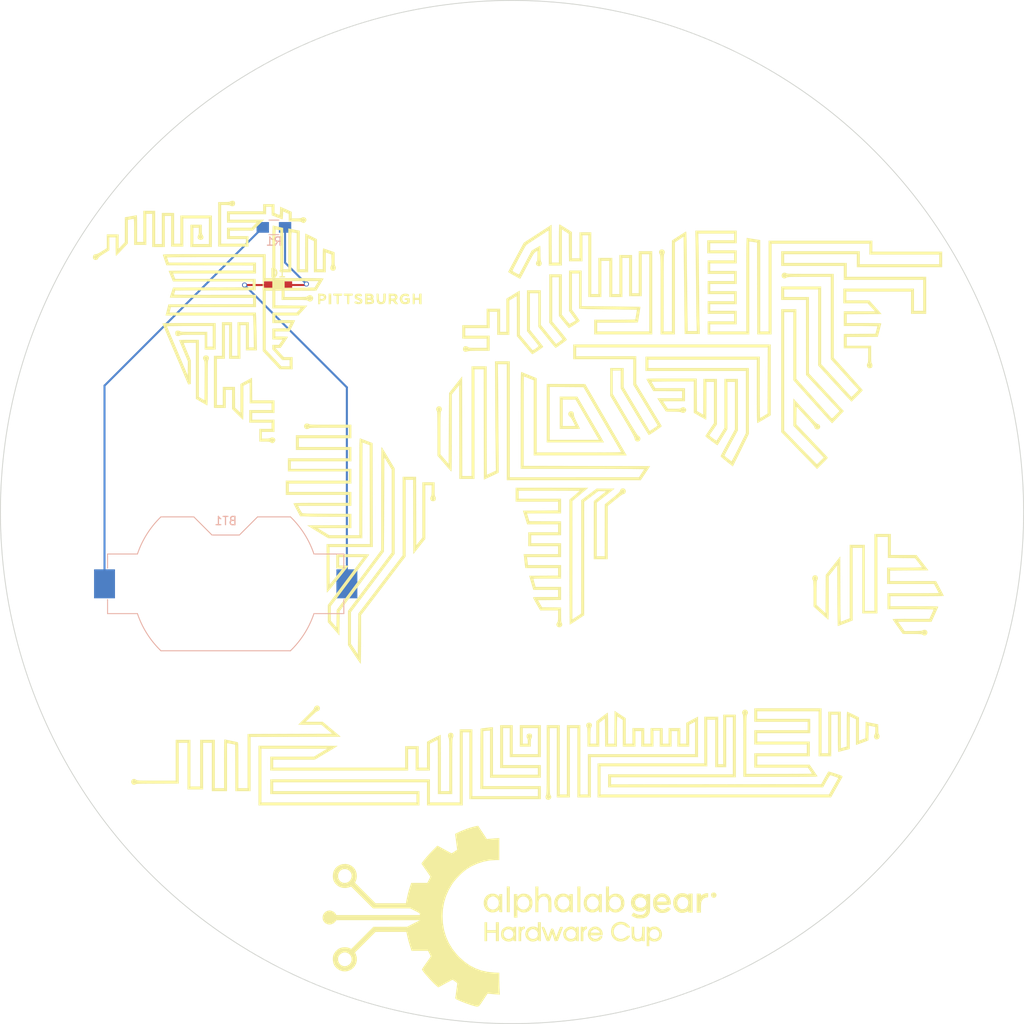
<source format=kicad_pcb>
(kicad_pcb (version 4) (host pcbnew 4.0.7)

  (general
    (links 3)
    (no_connects 0)
    (area 44.920869 40.270869 168.979131 164.329131)
    (thickness 1.6)
    (drawings 1)
    (tracks 11)
    (zones 0)
    (modules 4)
    (nets 4)
  )

  (page A4)
  (layers
    (0 F.Cu signal)
    (31 B.Cu signal)
    (32 B.Adhes user)
    (33 F.Adhes user)
    (34 B.Paste user)
    (35 F.Paste user)
    (36 B.SilkS user)
    (37 F.SilkS user)
    (38 B.Mask user)
    (39 F.Mask user)
    (40 Dwgs.User user hide)
    (41 Cmts.User user)
    (42 Eco1.User user)
    (43 Eco2.User user)
    (44 Edge.Cuts user)
    (45 Margin user)
    (46 B.CrtYd user)
    (47 F.CrtYd user)
    (48 B.Fab user)
    (49 F.Fab user)
  )

  (setup
    (last_trace_width 0.25)
    (trace_clearance 0.2)
    (zone_clearance 0.508)
    (zone_45_only no)
    (trace_min 0.2)
    (segment_width 0.2)
    (edge_width 0.1)
    (via_size 0.6)
    (via_drill 0.4)
    (via_min_size 0.4)
    (via_min_drill 0.3)
    (uvia_size 0.3)
    (uvia_drill 0.1)
    (uvias_allowed no)
    (uvia_min_size 0.2)
    (uvia_min_drill 0.1)
    (pcb_text_width 0.3)
    (pcb_text_size 1.5 1.5)
    (mod_edge_width 0.15)
    (mod_text_size 1 1)
    (mod_text_width 0.15)
    (pad_size 1.5 1.5)
    (pad_drill 0.6)
    (pad_to_mask_clearance 0)
    (aux_axis_origin 0 0)
    (visible_elements FFFFFFFF)
    (pcbplotparams
      (layerselection 0x00030_80000001)
      (usegerberextensions false)
      (excludeedgelayer true)
      (linewidth 0.100000)
      (plotframeref false)
      (viasonmask false)
      (mode 1)
      (useauxorigin false)
      (hpglpennumber 1)
      (hpglpenspeed 20)
      (hpglpendiameter 15)
      (hpglpenoverlay 2)
      (psnegative false)
      (psa4output false)
      (plotreference true)
      (plotvalue true)
      (plotinvisibletext false)
      (padsonsilk false)
      (subtractmaskfromsilk false)
      (outputformat 1)
      (mirror false)
      (drillshape 1)
      (scaleselection 1)
      (outputdirectory ""))
  )

  (net 0 "")
  (net 1 "Net-(BT1-Pad1)")
  (net 2 "Net-(BT1-Pad2)")
  (net 3 "Net-(D1-Pad2)")

  (net_class Default "This is the default net class."
    (clearance 0.2)
    (trace_width 0.25)
    (via_dia 0.6)
    (via_drill 0.4)
    (uvia_dia 0.3)
    (uvia_drill 0.1)
    (add_net "Net-(BT1-Pad1)")
    (add_net "Net-(BT1-Pad2)")
    (add_net "Net-(D1-Pad2)")
  )

  (module Battery_Holders:Keystone_1058_1x2032-CoinCell (layer B.Cu) (tedit 589EE147) (tstamp 5A5D31A5)
    (at 72.263 110.998)
    (descr http://www.keyelco.com/product-pdf.cfm?p=14028)
    (tags "Keystone type 1058 coin cell retainer")
    (path /5A57929C)
    (attr smd)
    (fp_text reference BT1 (at 0 -7.62) (layer B.SilkS)
      (effects (font (size 1 1) (thickness 0.15)) (justify mirror))
    )
    (fp_text value Battery_Cell (at 0 9.398) (layer B.Fab)
      (effects (font (size 1 1) (thickness 0.15)) (justify mirror))
    )
    (fp_arc (start 0 0) (end 11.06 -4.11) (angle -139.2) (layer B.CrtYd) (width 0.05))
    (fp_arc (start 0 0) (end -11.06 4.11) (angle -139.2) (layer B.CrtYd) (width 0.05))
    (fp_line (start 11.06 -4.11) (end 16.45 -4.11) (layer B.CrtYd) (width 0.05))
    (fp_line (start 16.45 -4.11) (end 16.45 4.11) (layer B.CrtYd) (width 0.05))
    (fp_line (start 16.45 4.11) (end 11.06 4.11) (layer B.CrtYd) (width 0.05))
    (fp_line (start -16.45 4.11) (end -11.06 4.11) (layer B.CrtYd) (width 0.05))
    (fp_line (start -16.45 4.11) (end -16.45 -4.11) (layer B.CrtYd) (width 0.05))
    (fp_line (start -16.45 -4.11) (end -11.06 -4.11) (layer B.CrtYd) (width 0.05))
    (fp_arc (start 0 0) (end -10.692 -3.61) (angle 27.3) (layer B.SilkS) (width 0.12))
    (fp_arc (start 0 0) (end 10.692 3.61) (angle 27.3) (layer B.SilkS) (width 0.12))
    (fp_arc (start 0 0) (end 10.692 -3.61) (angle -27.3) (layer B.SilkS) (width 0.12))
    (fp_arc (start 0 0) (end -10.692 3.61) (angle -27.3) (layer B.SilkS) (width 0.12))
    (fp_line (start -14.31 -1.9) (end -14.31 -3.61) (layer B.SilkS) (width 0.12))
    (fp_line (start -10.692 -3.61) (end -14.31 -3.61) (layer B.SilkS) (width 0.12))
    (fp_line (start -3.86 -8.11) (end -7.8473 -8.11) (layer B.SilkS) (width 0.12))
    (fp_line (start -1.66 -5.91) (end -3.86 -8.11) (layer B.SilkS) (width 0.12))
    (fp_line (start 1.66 -5.91) (end -1.66 -5.91) (layer B.SilkS) (width 0.12))
    (fp_line (start 1.66 -5.91) (end 3.86 -8.11) (layer B.SilkS) (width 0.12))
    (fp_line (start 7.8473 -8.11) (end 3.86 -8.11) (layer B.SilkS) (width 0.12))
    (fp_line (start 14.31 -1.9) (end 14.31 -3.61) (layer B.SilkS) (width 0.12))
    (fp_line (start 14.31 -3.61) (end 10.692 -3.61) (layer B.SilkS) (width 0.12))
    (fp_line (start 10.692 3.61) (end 14.31 3.61) (layer B.SilkS) (width 0.12))
    (fp_line (start 14.31 1.9) (end 14.31 3.61) (layer B.SilkS) (width 0.12))
    (fp_line (start -7.8473 8.11) (end 7.8473 8.11) (layer B.SilkS) (width 0.12))
    (fp_line (start -14.31 1.9) (end -14.31 3.61) (layer B.SilkS) (width 0.12))
    (fp_line (start -14.31 3.61) (end -10.692 3.61) (layer B.SilkS) (width 0.12))
    (fp_arc (start 0 0) (end -10.61275 -3.5) (angle 27.4635) (layer B.Fab) (width 0.1))
    (fp_arc (start 0 0) (end 10.61275 3.5) (angle 27.4635) (layer B.Fab) (width 0.1))
    (fp_arc (start 0 0) (end 10.61275 -3.5) (angle -27.4635) (layer B.Fab) (width 0.1))
    (fp_line (start 14.2 -1.9) (end 14.2 -3.5) (layer B.Fab) (width 0.1))
    (fp_line (start 14.2 -3.5) (end 10.61275 -3.5) (layer B.Fab) (width 0.1))
    (fp_line (start 10.61275 3.5) (end 14.2 3.5) (layer B.Fab) (width 0.1))
    (fp_line (start 14.2 3.5) (end 14.2 1.9) (layer B.Fab) (width 0.1))
    (fp_line (start -14.2 -1.9) (end -14.2 -3.5) (layer B.Fab) (width 0.1))
    (fp_line (start -14.2 -3.5) (end -10.61275 -3.5) (layer B.Fab) (width 0.1))
    (fp_line (start 3.9 -8) (end 7.8026 -8) (layer B.Fab) (width 0.1))
    (fp_line (start 1.7 -5.8) (end 3.9 -8) (layer B.Fab) (width 0.1))
    (fp_line (start -1.7 -5.8) (end -3.9 -8) (layer B.Fab) (width 0.1))
    (fp_line (start -1.7 -5.8) (end 1.7 -5.8) (layer B.Fab) (width 0.1))
    (fp_line (start -14.2 3.5) (end -10.61275 3.5) (layer B.Fab) (width 0.1))
    (fp_line (start -14.2 3.5) (end -14.2 1.9) (layer B.Fab) (width 0.1))
    (fp_line (start -3.9 -8) (end -7.8026 -8) (layer B.Fab) (width 0.1))
    (fp_line (start -7.8026 8) (end 7.8026 8) (layer B.Fab) (width 0.1))
    (fp_arc (start 0 0) (end -10.61275 3.5) (angle -27.4635) (layer B.Fab) (width 0.1))
    (fp_circle (center 0 0) (end 10 0) (layer Dwgs.User) (width 0.15))
    (pad 1 smd rect (at -14.68 0) (size 2.54 3.51) (layers B.Cu B.Paste B.Mask)
      (net 1 "Net-(BT1-Pad1)"))
    (pad 2 smd rect (at 14.68 0) (size 2.54 3.51) (layers B.Cu B.Paste B.Mask)
      (net 2 "Net-(BT1-Pad2)"))
  )

  (module LEDs:LED_0603_HandSoldering (layer F.Cu) (tedit 595FC9C0) (tstamp 5A5D31BA)
    (at 78.613 74.803)
    (descr "LED SMD 0603, hand soldering")
    (tags "LED 0603")
    (path /5A578D3E)
    (attr smd)
    (fp_text reference D1 (at 0 -1.45) (layer F.SilkS)
      (effects (font (size 1 1) (thickness 0.15)))
    )
    (fp_text value LED (at 0 1.55) (layer F.Fab)
      (effects (font (size 1 1) (thickness 0.15)))
    )
    (fp_line (start -1.8 -0.55) (end -1.8 0.55) (layer F.SilkS) (width 0.12))
    (fp_line (start -0.2 -0.2) (end -0.2 0.2) (layer F.Fab) (width 0.1))
    (fp_line (start -0.15 0) (end 0.15 -0.2) (layer F.Fab) (width 0.1))
    (fp_line (start 0.15 0.2) (end -0.15 0) (layer F.Fab) (width 0.1))
    (fp_line (start 0.15 -0.2) (end 0.15 0.2) (layer F.Fab) (width 0.1))
    (fp_line (start 0.8 0.4) (end -0.8 0.4) (layer F.Fab) (width 0.1))
    (fp_line (start 0.8 -0.4) (end 0.8 0.4) (layer F.Fab) (width 0.1))
    (fp_line (start -0.8 -0.4) (end 0.8 -0.4) (layer F.Fab) (width 0.1))
    (fp_line (start -1.8 0.55) (end 0.8 0.55) (layer F.SilkS) (width 0.12))
    (fp_line (start -1.8 -0.55) (end 0.8 -0.55) (layer F.SilkS) (width 0.12))
    (fp_line (start -1.96 -0.7) (end 1.95 -0.7) (layer F.CrtYd) (width 0.05))
    (fp_line (start -1.96 -0.7) (end -1.96 0.7) (layer F.CrtYd) (width 0.05))
    (fp_line (start 1.95 0.7) (end 1.95 -0.7) (layer F.CrtYd) (width 0.05))
    (fp_line (start 1.95 0.7) (end -1.96 0.7) (layer F.CrtYd) (width 0.05))
    (fp_line (start -0.8 -0.4) (end -0.8 0.4) (layer F.Fab) (width 0.1))
    (pad 1 smd rect (at -1.1 0) (size 1.2 0.9) (layers F.Cu F.Paste F.Mask)
      (net 2 "Net-(BT1-Pad2)"))
    (pad 2 smd rect (at 1.1 0) (size 1.2 0.9) (layers F.Cu F.Paste F.Mask)
      (net 3 "Net-(D1-Pad2)"))
    (model ${KISYS3DMOD}/LEDs.3dshapes/LED_0603.wrl
      (at (xyz 0 0 0))
      (scale (xyz 1 1 1))
      (rotate (xyz 0 0 180))
    )
  )

  (module Resistors_SMD:R_0805_HandSoldering (layer B.Cu) (tedit 58E0A804) (tstamp 5A5D31CB)
    (at 78.105 67.818)
    (descr "Resistor SMD 0805, hand soldering")
    (tags "resistor 0805")
    (path /5A578E65)
    (attr smd)
    (fp_text reference R1 (at 0 1.7) (layer B.SilkS)
      (effects (font (size 1 1) (thickness 0.15)) (justify mirror))
    )
    (fp_text value R (at 0 -1.75) (layer B.Fab)
      (effects (font (size 1 1) (thickness 0.15)) (justify mirror))
    )
    (fp_text user %R (at 0 0) (layer B.Fab)
      (effects (font (size 0.5 0.5) (thickness 0.075)) (justify mirror))
    )
    (fp_line (start -1 -0.62) (end -1 0.62) (layer B.Fab) (width 0.1))
    (fp_line (start 1 -0.62) (end -1 -0.62) (layer B.Fab) (width 0.1))
    (fp_line (start 1 0.62) (end 1 -0.62) (layer B.Fab) (width 0.1))
    (fp_line (start -1 0.62) (end 1 0.62) (layer B.Fab) (width 0.1))
    (fp_line (start 0.6 -0.88) (end -0.6 -0.88) (layer B.SilkS) (width 0.12))
    (fp_line (start -0.6 0.88) (end 0.6 0.88) (layer B.SilkS) (width 0.12))
    (fp_line (start -2.35 0.9) (end 2.35 0.9) (layer B.CrtYd) (width 0.05))
    (fp_line (start -2.35 0.9) (end -2.35 -0.9) (layer B.CrtYd) (width 0.05))
    (fp_line (start 2.35 -0.9) (end 2.35 0.9) (layer B.CrtYd) (width 0.05))
    (fp_line (start 2.35 -0.9) (end -2.35 -0.9) (layer B.CrtYd) (width 0.05))
    (pad 1 smd rect (at -1.35 0) (size 1.5 1.3) (layers B.Cu B.Paste B.Mask)
      (net 1 "Net-(BT1-Pad1)"))
    (pad 2 smd rect (at 1.35 0) (size 1.5 1.3) (layers B.Cu B.Paste B.Mask)
      (net 3 "Net-(D1-Pad2)"))
    (model ${KISYS3DMOD}/Resistors_SMD.3dshapes/R_0805.wrl
      (at (xyz 0 0 0))
      (scale (xyz 1 1 1))
      (rotate (xyz 0 0 0))
    )
  )

  (module "chad:Hardware Cup Global" (layer F.Cu) (tedit 0) (tstamp 5A5D3792)
    (at 107.696 113.411)
    (fp_text reference G*** (at 0 0) (layer F.SilkS) hide
      (effects (font (thickness 0.3)))
    )
    (fp_text value LOGO (at 0.75 0) (layer F.SilkS) hide
      (effects (font (thickness 0.3)))
    )
    (fp_poly (pts (xy -4.841405 26.916051) (xy -4.804496 26.972473) (xy -4.721059 27.099373) (xy -4.600636 27.282259)
      (xy -4.452771 27.506638) (xy -4.301203 27.736492) (xy -3.792185 28.508205) (xy -3.512225 28.482619)
      (xy -3.328603 28.467065) (xy -3.087445 28.448287) (xy -2.832804 28.429683) (xy -2.761423 28.424716)
      (xy -2.290581 28.392399) (xy -2.290581 31.0501) (xy -2.710521 31.0504) (xy -3.472208 31.101216)
      (xy -4.230051 31.250465) (xy -4.973804 31.494976) (xy -5.693224 31.83158) (xy -6.184569 32.125356)
      (xy -6.48586 32.347879) (xy -6.817642 32.634711) (xy -7.157499 32.96319) (xy -7.483012 33.31065)
      (xy -7.771765 33.654428) (xy -7.982296 33.942867) (xy -8.410481 34.669407) (xy -8.740437 35.415576)
      (xy -8.974297 36.188484) (xy -9.114199 36.99524) (xy -9.162279 37.842954) (xy -9.162325 37.870942)
      (xy -9.115067 38.731668) (xy -8.973601 39.554295) (xy -8.738388 40.337702) (xy -8.409888 41.080771)
      (xy -7.988562 41.782383) (xy -7.47487 42.441418) (xy -7.129187 42.809296) (xy -6.519494 43.354947)
      (xy -5.881185 43.803807) (xy -5.209168 44.158134) (xy -4.498349 44.420186) (xy -3.743633 44.59222)
      (xy -2.939928 44.676495) (xy -2.914129 44.677731) (xy -2.290581 44.706595) (xy -2.290581 45.403823)
      (xy -2.287719 45.737657) (xy -2.279957 46.108623) (xy -2.268539 46.467932) (xy -2.256921 46.727072)
      (xy -2.22326 47.353093) (xy -2.702311 47.319046) (xy -2.950762 47.300193) (xy -3.195413 47.279619)
      (xy -3.39453 47.260896) (xy -3.444843 47.255541) (xy -3.708322 47.226082) (xy -4.23382 48.019134)
      (xy -4.425255 48.309092) (xy -4.573348 48.5245) (xy -4.694504 48.673233) (xy -4.805127 48.763171)
      (xy -4.921622 48.802189) (xy -5.060394 48.798166) (xy -5.237847 48.758977) (xy -5.470385 48.692501)
      (xy -5.573748 48.662544) (xy -5.870674 48.569821) (xy -6.213539 48.450819) (xy -6.57269 48.316897)
      (xy -6.918477 48.179412) (xy -7.221249 48.049724) (xy -7.421264 47.954805) (xy -7.550962 47.8801)
      (xy -7.607312 47.81413) (xy -7.611772 47.728533) (xy -7.608464 47.707366) (xy -7.590926 47.594296)
      (xy -7.564934 47.412495) (xy -7.533281 47.183058) (xy -7.498757 46.92708) (xy -7.464154 46.665654)
      (xy -7.432263 46.419878) (xy -7.405875 46.210844) (xy -7.387781 46.059648) (xy -7.380772 45.987385)
      (xy -7.380762 45.986469) (xy -7.419208 45.937134) (xy -7.516741 45.852674) (xy -7.646654 45.752765)
      (xy -7.782241 45.657084) (xy -7.896793 45.585308) (xy -7.963519 45.557114) (xy -8.013763 45.580331)
      (xy -8.139002 45.644943) (xy -8.32497 45.743396) (xy -8.557399 45.868133) (xy -8.822023 46.0116)
      (xy -8.832837 46.017491) (xy -9.677751 46.477868) (xy -9.978258 46.217535) (xy -10.162164 46.048791)
      (xy -10.372225 45.84061) (xy -10.597273 45.605765) (xy -10.826144 45.357033) (xy -11.04767 45.107187)
      (xy -11.250685 44.869002) (xy -11.424023 44.655252) (xy -11.556516 44.478713) (xy -11.637 44.352158)
      (xy -11.656513 44.297578) (xy -11.628194 44.24237) (xy -11.549547 44.118868) (xy -11.430039 43.941172)
      (xy -11.279137 43.72338) (xy -11.122044 43.501575) (xy -10.95098 43.260569) (xy -10.802592 43.048025)
      (xy -10.68631 42.877734) (xy -10.61156 42.763486) (xy -10.587575 42.719737) (xy -10.609386 42.66046)
      (xy -10.666745 42.537168) (xy -10.747546 42.375806) (xy -10.753006 42.365227) (xy -10.918437 42.045266)
      (xy -11.916016 42.045078) (xy -12.913594 42.04489) (xy -13.099622 41.472245) (xy -13.187567 41.19218)
      (xy -13.266503 40.917629) (xy -13.343326 40.622086) (xy -13.424931 40.279046) (xy -13.516714 39.868838)
      (xy -13.54182 39.754309) (xy -17.281942 39.754309) (xy -18.524015 40.997159) (xy -19.766088 42.240008)
      (xy -19.656191 42.495473) (xy -19.554182 42.855428) (xy -19.547764 43.222334) (xy -19.633556 43.579303)
      (xy -19.808175 43.909447) (xy -19.980405 44.114499) (xy -20.27909 44.346364) (xy -20.612215 44.489174)
      (xy -20.964136 44.542508) (xy -21.31921 44.505943) (xy -21.661791 44.379058) (xy -21.968644 44.168157)
      (xy -22.208709 43.90671) (xy -22.362247 43.61381) (xy -22.436941 43.271666) (xy -22.442414 43.158816)
      (xy -21.82594 43.158816) (xy -21.752369 43.442936) (xy -21.594657 43.672751) (xy -21.387386 43.825089)
      (xy -21.126353 43.913441) (xy -20.858778 43.902832) (xy -20.630582 43.821564) (xy -20.404747 43.66159)
      (xy -20.251368 43.448369) (xy -20.173046 43.202625) (xy -20.17238 42.945079) (xy -20.251967 42.696455)
      (xy -20.414407 42.477474) (xy -20.457185 42.438958) (xy -20.709631 42.285165) (xy -20.976124 42.22928)
      (xy -21.243463 42.271122) (xy -21.498449 42.410509) (xy -21.55131 42.454012) (xy -21.730803 42.659874)
      (xy -21.819018 42.891851) (xy -21.82594 43.158816) (xy -22.442414 43.158816) (xy -22.447198 43.060195)
      (xy -22.43934 42.824196) (xy -22.40908 42.64466) (xy -22.347471 42.477138) (xy -22.317018 42.413464)
      (xy -22.105103 42.099867) (xy -21.817463 41.850964) (xy -21.584951 41.723863) (xy -21.329249 41.64812)
      (xy -21.033708 41.618283) (xy -20.738094 41.634392) (xy -20.482171 41.696491) (xy -20.422022 41.722629)
      (xy -20.216022 41.824549) (xy -17.536392 39.143487) (xy -15.49996 39.140807) (xy -13.463527 39.138126)
      (xy -12.674549 38.736273) (xy -11.885571 38.334419) (xy -16.943884 38.331739) (xy -22.002196 38.329058)
      (xy -22.198219 38.551752) (xy -22.418083 38.738393) (xy -22.658627 38.838815) (xy -22.904823 38.860786)
      (xy -23.141642 38.812076) (xy -23.354054 38.700454) (xy -23.527032 38.533688) (xy -23.645547 38.319547)
      (xy -23.694569 38.065799) (xy -23.662943 37.794589) (xy -23.54865 37.544662) (xy -23.361388 37.344043)
      (xy -23.123316 37.209915) (xy -22.856594 37.15946) (xy -22.84382 37.159435) (xy -22.608227 37.200018)
      (xy -22.380372 37.305366) (xy -22.197711 37.455433) (xy -22.136919 37.537743) (xy -22.030425 37.718237)
      (xy -11.911022 37.718237) (xy -11.911022 37.602683) (xy -11.924715 37.547104) (xy -11.975067 37.488846)
      (xy -12.075984 37.418245) (xy -12.241374 37.325635) (xy -12.485145 37.201351) (xy -12.496954 37.195469)
      (xy -13.082886 36.903808) (xy -17.585866 36.903808) (xy -18.909667 35.582802) (xy -20.233467 34.261796)
      (xy -20.538878 34.366538) (xy -20.903045 34.440742) (xy -21.264735 34.421107) (xy -21.607801 34.314674)
      (xy -21.916097 34.128487) (xy -22.173476 33.869586) (xy -22.349838 33.576713) (xy -22.425295 33.317449)
      (xy -22.450707 33.009976) (xy -22.442908 32.906965) (xy -21.826177 32.906965) (xy -21.806144 33.19161)
      (xy -21.706422 33.438971) (xy -21.541991 33.63658) (xy -21.327834 33.771972) (xy -21.078931 33.832678)
      (xy -20.810265 33.806231) (xy -20.762806 33.791872) (xy -20.510641 33.660587) (xy -20.320616 33.46725)
      (xy -20.200813 33.231351) (xy -20.159316 32.972383) (xy -20.204206 32.709838) (xy -20.26163 32.583211)
      (xy -20.436972 32.357647) (xy -20.651989 32.211542) (xy -20.889485 32.141338) (xy -21.13226 32.143475)
      (xy -21.363117 32.214395) (xy -21.564856 32.350538) (xy -21.72028 32.548347) (xy -21.812191 32.804261)
      (xy -21.826177 32.906965) (xy -22.442908 32.906965) (xy -22.426806 32.69432) (xy -22.354327 32.410509)
      (xy -22.327283 32.346157) (xy -22.133006 32.039326) (xy -21.878088 31.801751) (xy -21.578317 31.635439)
      (xy -21.249482 31.542397) (xy -20.907374 31.524633) (xy -20.56778 31.584155) (xy -20.24649 31.72297)
      (xy -19.959294 31.943085) (xy -19.874379 32.034273) (xy -19.688267 32.32609) (xy -19.577266 32.664521)
      (xy -19.545111 33.02359) (xy -19.595537 33.377321) (xy -19.656191 33.551822) (xy -19.766088 33.807287)
      (xy -18.524015 35.050136) (xy -17.281942 36.292986) (xy -13.598871 36.292986) (xy -13.572232 36.153006)
      (xy -13.460569 35.597096) (xy -13.351772 35.121862) (xy -13.240761 34.70649) (xy -13.140611 34.384168)
      (xy -12.954509 33.824249) (xy -11.009977 33.824249) (xy -10.823111 33.467936) (xy -10.73514 33.29468)
      (xy -10.669752 33.155376) (xy -10.638503 33.07495) (xy -10.637361 33.067364) (xy -10.665918 33.013564)
      (xy -10.744558 32.891165) (xy -10.863856 32.714169) (xy -11.014387 32.496575) (xy -11.172946 32.271744)
      (xy -11.343762 32.029648) (xy -11.491985 31.815826) (xy -11.608231 31.644126) (xy -11.683116 31.52839)
      (xy -11.707415 31.483153) (xy -11.674684 31.414929) (xy -11.584094 31.285638) (xy -11.447048 31.108823)
      (xy -11.274949 30.898028) (xy -11.0792 30.666796) (xy -10.871203 30.42867) (xy -10.662363 30.197193)
      (xy -10.464083 29.98591) (xy -10.342539 29.86211) (xy -9.78786 29.310392) (xy -8.938793 29.773032)
      (xy -8.672371 29.917477) (xy -8.437396 30.043499) (xy -8.248139 30.143556) (xy -8.118871 30.210106)
      (xy -8.063863 30.235609) (xy -8.063313 30.235672) (xy -8.013429 30.209474) (xy -7.901539 30.140432)
      (xy -7.749874 30.042876) (xy -7.580661 29.931133) (xy -7.416129 29.819532) (xy -7.394336 29.804458)
      (xy -7.397086 29.753964) (xy -7.411903 29.618528) (xy -7.436847 29.414044) (xy -7.469982 29.156405)
      (xy -7.508865 28.865209) (xy -7.548939 28.568074) (xy -7.583779 28.305968) (xy -7.611222 28.095476)
      (xy -7.629105 27.953182) (xy -7.635271 27.896012) (xy -7.59095 27.860759) (xy -7.469756 27.795709)
      (xy -7.289342 27.708869) (xy -7.06736 27.608241) (xy -6.821462 27.501831) (xy -6.569301 27.397644)
      (xy -6.331321 27.304733) (xy -6.094639 27.221086) (xy -5.835481 27.138424) (xy -5.572469 27.061606)
      (xy -5.324224 26.995488) (xy -5.109365 26.944929) (xy -4.946515 26.914787) (xy -4.854293 26.909918)
      (xy -4.841405 26.916051)) (layer F.SilkS) (width 0.01))
    (fp_poly (pts (xy 16.650362 39.114988) (xy 16.779564 39.138632) (xy 17.026335 39.253856) (xy 17.220718 39.440537)
      (xy 17.354824 39.678571) (xy 17.420768 39.947851) (xy 17.41066 40.228273) (xy 17.316614 40.499731)
      (xy 17.314842 40.503041) (xy 17.158753 40.692752) (xy 16.937728 40.830081) (xy 16.67794 40.908059)
      (xy 16.405568 40.919717) (xy 16.146786 40.858084) (xy 16.086618 40.830062) (xy 15.881362 40.723077)
      (xy 15.881362 41.48497) (xy 15.575952 41.48497) (xy 15.575952 40.048667) (xy 15.906813 40.048667)
      (xy 15.918329 40.197536) (xy 15.967237 40.308045) (xy 16.075082 40.425147) (xy 16.096948 40.445394)
      (xy 16.308714 40.58381) (xy 16.532248 40.621135) (xy 16.768648 40.55752) (xy 16.799261 40.542425)
      (xy 16.968861 40.402558) (xy 17.070762 40.210228) (xy 17.099476 39.993555) (xy 17.049515 39.780662)
      (xy 16.972 39.65733) (xy 16.783394 39.498357) (xy 16.575099 39.42641) (xy 16.366316 39.434435)
      (xy 16.17625 39.515376) (xy 16.024104 39.662179) (xy 15.92908 39.867789) (xy 15.906813 40.048667)
      (xy 15.575952 40.048667) (xy 15.575952 39.143487) (xy 15.728657 39.143487) (xy 15.849891 39.166251)
      (xy 15.881362 39.21984) (xy 15.902982 39.286249) (xy 15.973777 39.273505) (xy 16.053666 39.220309)
      (xy 16.210801 39.148772) (xy 16.423565 39.112105) (xy 16.650362 39.114988)) (layer F.SilkS) (width 0.01))
    (fp_poly (pts (xy -0.830984 39.173279) (xy -0.806878 39.183098) (xy -0.659919 39.239868) (xy -0.584098 39.252215)
      (xy -0.560213 39.222658) (xy -0.55992 39.215461) (xy -0.514038 39.159509) (xy -0.407215 39.143487)
      (xy -0.254509 39.143487) (xy -0.254509 40.874148) (xy -0.407215 40.874148) (xy -0.528086 40.851553)
      (xy -0.55992 40.798544) (xy -0.575306 40.758204) (xy -0.635401 40.772917) (xy -0.725351 40.823805)
      (xy -0.952518 40.908194) (xy -1.219108 40.92259) (xy -1.491231 40.867629) (xy -1.633577 40.806702)
      (xy -1.863715 40.640669) (xy -2.00844 40.426388) (xy -2.072191 40.155435) (xy -2.073935 39.97119)
      (xy -2.066798 39.922057) (xy -1.762047 39.922057) (xy -1.756634 40.127938) (xy -1.680028 40.315589)
      (xy -1.547179 40.469889) (xy -1.373037 40.575717) (xy -1.172552 40.617951) (xy -0.960674 40.581469)
      (xy -0.867359 40.536387) (xy -0.689076 40.380984) (xy -0.590975 40.188177) (xy -0.570118 39.979347)
      (xy -0.623571 39.775878) (xy -0.7484 39.59915) (xy -0.941668 39.470545) (xy -1.017435 39.443064)
      (xy -1.240871 39.425759) (xy -1.45553 39.497697) (xy -1.634522 39.647944) (xy -1.681319 39.713069)
      (xy -1.762047 39.922057) (xy -2.066798 39.922057) (xy -2.034925 39.702662) (xy -1.940305 39.497718)
      (xy -1.773337 39.325852) (xy -1.684076 39.260576) (xy -1.416884 39.137595) (xy -1.125629 39.107888)
      (xy -0.830984 39.173279)) (layer F.SilkS) (width 0.01))
    (fp_poly (pts (xy 2.748697 40.874148) (xy 2.595992 40.874148) (xy 2.48394 40.857933) (xy 2.444696 40.798174)
      (xy 2.443286 40.773879) (xy 2.437135 40.716153) (xy 2.403628 40.709704) (xy 2.320187 40.757632)
      (xy 2.258027 40.79933) (xy 2.040219 40.893866) (xy 1.783202 40.926543) (xy 1.530337 40.895055)
      (xy 1.399799 40.845002) (xy 1.136235 40.660209) (xy 0.95997 40.427738) (xy 0.874458 40.152909)
      (xy 0.866448 40.023178) (xy 0.870821 39.995808) (xy 1.188365 39.995808) (xy 1.195386 40.10695)
      (xy 1.290334 40.335702) (xy 1.449114 40.50264) (xy 1.651528 40.597764) (xy 1.877374 40.611073)
      (xy 2.081943 40.545888) (xy 2.26193 40.404465) (xy 2.364568 40.221356) (xy 2.392677 40.017619)
      (xy 2.349075 39.814314) (xy 2.236583 39.6325) (xy 2.05802 39.493236) (xy 1.934264 39.442883)
      (xy 1.788618 39.411399) (xy 1.669271 39.428088) (xy 1.546811 39.483425) (xy 1.36874 39.61913)
      (xy 1.243657 39.799862) (xy 1.188365 39.995808) (xy 0.870821 39.995808) (xy 0.90434 39.786047)
      (xy 1.002368 39.549331) (xy 1.140948 39.355644) (xy 1.196442 39.30509) (xy 1.422278 39.180937)
      (xy 1.68712 39.117126) (xy 1.95732 39.116194) (xy 2.199231 39.180676) (xy 2.277855 39.223586)
      (xy 2.392385 39.298539) (xy 2.392385 38.583567) (xy 2.748697 38.583567) (xy 2.748697 40.874148)) (layer F.SilkS) (width 0.01))
    (fp_poly (pts (xy 6.727999 39.159013) (xy 6.895696 39.253206) (xy 7.024449 39.354483) (xy 7.024449 39.248985)
      (xy 7.046921 39.17217) (xy 7.13241 39.14484) (xy 7.177154 39.143487) (xy 7.329859 39.143487)
      (xy 7.329859 40.874148) (xy 7.177154 40.874148) (xy 7.055992 40.851434) (xy 7.024449 40.797697)
      (xy 7.009826 40.757089) (xy 6.951628 40.765679) (xy 6.834321 40.823148) (xy 6.612913 40.899085)
      (xy 6.357721 40.922963) (xy 6.11368 40.893638) (xy 5.981075 40.844859) (xy 5.770764 40.709633)
      (xy 5.625256 40.5445) (xy 5.542225 40.390581) (xy 5.463788 40.116586) (xy 5.800038 40.116586)
      (xy 5.872672 40.316118) (xy 6.028561 40.487265) (xy 6.057314 40.507843) (xy 6.25726 40.592051)
      (xy 6.47826 40.60561) (xy 6.682692 40.549674) (xy 6.77903 40.485679) (xy 6.930884 40.29144)
      (xy 6.994314 40.074245) (xy 6.972447 39.855671) (xy 6.868405 39.657296) (xy 6.685313 39.500696)
      (xy 6.632381 39.472871) (xy 6.481407 39.41816) (xy 6.344845 39.421213) (xy 6.263276 39.442179)
      (xy 6.042277 39.551467) (xy 5.888779 39.713883) (xy 5.80672 39.909048) (xy 5.800038 40.116586)
      (xy 5.463788 40.116586) (xy 5.459229 40.100663) (xy 5.476283 39.819065) (xy 5.591635 39.555181)
      (xy 5.729117 39.386848) (xy 5.951488 39.224249) (xy 6.209532 39.130078) (xy 6.477089 39.107334)
      (xy 6.727999 39.159013)) (layer F.SilkS) (width 0.01))
    (fp_poly (pts (xy 9.598718 39.148304) (xy 9.835227 39.257844) (xy 10.031 39.426168) (xy 10.168371 39.644555)
      (xy 10.22967 39.904287) (xy 10.231262 39.955388) (xy 10.231262 40.161523) (xy 9.493186 40.161523)
      (xy 9.195865 40.164854) (xy 8.966693 40.174359) (xy 8.816432 40.189309) (xy 8.755844 40.208972)
      (xy 8.75511 40.211622) (xy 8.786445 40.278188) (xy 8.864635 40.383088) (xy 8.89509 40.418372)
      (xy 9.064439 40.543978) (xy 9.268442 40.60253) (xy 9.479073 40.595651) (xy 9.668308 40.524962)
      (xy 9.80812 40.392084) (xy 9.82433 40.364604) (xy 9.89611 40.29723) (xy 10.001392 40.261296)
      (xy 10.107933 40.257859) (xy 10.18349 40.287978) (xy 10.195931 40.352405) (xy 10.06112 40.586056)
      (xy 9.857659 40.765353) (xy 9.60774 40.88189) (xy 9.333557 40.927261) (xy 9.057305 40.893059)
      (xy 8.913938 40.837983) (xy 8.776784 40.742714) (xy 8.637906 40.604784) (xy 8.595802 40.551545)
      (xy 8.47734 40.306743) (xy 8.440184 40.033032) (xy 8.472833 39.805042) (xy 8.786255 39.805042)
      (xy 8.805407 39.830405) (xy 8.872491 39.845651) (xy 9.002992 39.853312) (xy 9.212397 39.855916)
      (xy 9.344898 39.856112) (xy 9.938269 39.856112) (xy 9.863217 39.741583) (xy 9.711522 39.57422)
      (xy 9.523741 39.458937) (xy 9.332186 39.413385) (xy 9.269554 39.417288) (xy 9.076935 39.490938)
      (xy 8.899738 39.631515) (xy 8.799547 39.767034) (xy 8.786255 39.805042) (xy 8.472833 39.805042)
      (xy 8.479819 39.756261) (xy 8.59173 39.502283) (xy 8.771402 39.296946) (xy 8.82145 39.259582)
      (xy 9.074162 39.140453) (xy 9.33914 39.106267) (xy 9.598718 39.148304)) (layer F.SilkS) (width 0.01))
    (fp_poly (pts (xy 12.79076 38.574617) (xy 13.088088 38.698134) (xy 13.342256 38.909974) (xy 13.426546 39.010372)
      (xy 13.514793 39.13908) (xy 13.527611 39.211113) (xy 13.462117 39.241216) (xy 13.380618 39.245291)
      (xy 13.217248 39.205149) (xy 13.037197 39.078833) (xy 13.027342 39.070011) (xy 12.787119 38.912764)
      (xy 12.529325 38.84415) (xy 12.271145 38.857114) (xy 12.029766 38.944603) (xy 11.822375 39.099563)
      (xy 11.666157 39.314939) (xy 11.578299 39.583679) (xy 11.568186 39.668902) (xy 11.591196 39.951661)
      (xy 11.694078 40.194624) (xy 11.860221 40.389609) (xy 12.073009 40.52843) (xy 12.315832 40.602905)
      (xy 12.572074 40.604849) (xy 12.825124 40.526078) (xy 13.027342 40.387705) (xy 13.208707 40.256804)
      (xy 13.372493 40.212524) (xy 13.380618 40.212425) (xy 13.490666 40.224703) (xy 13.539715 40.254454)
      (xy 13.53988 40.256462) (xy 13.509023 40.326399) (xy 13.432785 40.437822) (xy 13.335664 40.558186)
      (xy 13.242158 40.654944) (xy 13.235664 40.660608) (xy 12.993576 40.807984) (xy 12.698719 40.896798)
      (xy 12.384468 40.922743) (xy 12.084196 40.881509) (xy 11.936473 40.828344) (xy 11.647105 40.642061)
      (xy 11.433318 40.39019) (xy 11.299372 40.079788) (xy 11.249528 39.717914) (xy 11.249298 39.690065)
      (xy 11.29544 39.351414) (xy 11.426579 39.05748) (xy 11.631791 38.818887) (xy 11.900146 38.646258)
      (xy 12.22072 38.550217) (xy 12.438578 38.533783) (xy 12.79076 38.574617)) (layer F.SilkS) (width 0.01))
    (fp_poly (pts (xy 14.048898 39.65414) (xy 14.062273 40.008046) (xy 14.105366 40.272251) (xy 14.182628 40.455671)
      (xy 14.298512 40.567222) (xy 14.457467 40.615822) (xy 14.530909 40.619639) (xy 14.724602 40.572538)
      (xy 14.878255 40.443524) (xy 14.963899 40.270819) (xy 14.987306 40.135171) (xy 15.005236 39.933584)
      (xy 15.014859 39.701888) (xy 15.015748 39.614329) (xy 15.016032 39.143487) (xy 15.321443 39.143487)
      (xy 15.321443 40.874148) (xy 15.168737 40.874148) (xy 15.061524 40.859028) (xy 15.016044 40.822595)
      (xy 15.016032 40.821939) (xy 14.977532 40.806087) (xy 14.879811 40.840372) (xy 14.865854 40.84739)
      (xy 14.690414 40.901187) (xy 14.472246 40.9202) (xy 14.264922 40.902192) (xy 14.176152 40.876211)
      (xy 14.077368 40.813025) (xy 13.95612 40.707568) (xy 13.921643 40.672641) (xy 13.860161 40.604889)
      (xy 13.81744 40.540796) (xy 13.789505 40.460524) (xy 13.772378 40.344234) (xy 13.762085 40.172086)
      (xy 13.75465 39.924241) (xy 13.752268 39.827473) (xy 13.735599 39.143487) (xy 14.048898 39.143487)
      (xy 14.048898 39.65414)) (layer F.SilkS) (width 0.01))
    (fp_poly (pts (xy -3.766734 39.550702) (xy -2.697796 39.550702) (xy -2.697796 38.583567) (xy -2.341483 38.583567)
      (xy -2.341483 40.874148) (xy -2.697796 40.874148) (xy -2.697796 39.856112) (xy -3.766734 39.856112)
      (xy -3.766734 40.874148) (xy -4.072145 40.874148) (xy -4.072145 38.583567) (xy -3.766734 38.583567)
      (xy -3.766734 39.550702)) (layer F.SilkS) (width 0.01))
    (fp_poly (pts (xy 0.76521 39.105982) (xy 0.810697 39.190063) (xy 0.814429 39.244321) (xy 0.794089 39.36223)
      (xy 0.71642 39.419475) (xy 0.686369 39.428197) (xy 0.555733 39.47926) (xy 0.463218 39.566416)
      (xy 0.403074 39.704778) (xy 0.369551 39.909456) (xy 0.356898 40.195563) (xy 0.356312 40.295642)
      (xy 0.356312 40.874148) (xy 0.050902 40.874148) (xy 0.050902 39.143487) (xy 0.203607 39.143487)
      (xy 0.310839 39.157361) (xy 0.356301 39.190787) (xy 0.356312 39.19137) (xy 0.394558 39.204225)
      (xy 0.487509 39.170721) (xy 0.496292 39.166233) (xy 0.662659 39.098592) (xy 0.76521 39.105982)) (layer F.SilkS) (width 0.01))
    (fp_poly (pts (xy 3.009764 39.152988) (xy 3.075836 39.163564) (xy 3.128368 39.19047) (xy 3.176804 39.249299)
      (xy 3.230588 39.355646) (xy 3.299163 39.525104) (xy 3.391975 39.773269) (xy 3.402217 39.80102)
      (xy 3.635408 40.433103) (xy 3.813866 39.890099) (xy 3.893292 39.653554) (xy 3.952249 39.497675)
      (xy 4.000207 39.405829) (xy 4.046638 39.361381) (xy 4.101014 39.347695) (xy 4.123046 39.347094)
      (xy 4.182664 39.35419) (xy 4.23097 39.386639) (xy 4.277568 39.461188) (xy 4.332066 39.594579)
      (xy 4.40407 39.803558) (xy 4.43019 39.882493) (xy 4.606613 40.417892) (xy 4.830893 39.818866)
      (xy 4.919137 39.58739) (xy 4.997163 39.390498) (xy 5.056914 39.247986) (xy 5.090338 39.179649)
      (xy 5.091654 39.177956) (xy 5.163669 39.153007) (xy 5.280569 39.152505) (xy 5.433 39.168938)
      (xy 5.11334 40.008818) (xy 4.793679 40.848698) (xy 4.615147 40.864253) (xy 4.436614 40.879808)
      (xy 4.294789 40.444313) (xy 4.229106 40.252112) (xy 4.172355 40.103264) (xy 4.133112 40.019512)
      (xy 4.123046 40.008818) (xy 4.095155 40.053797) (xy 4.045707 40.174189) (xy 3.983316 40.348176)
      (xy 3.952224 40.441483) (xy 3.884069 40.646847) (xy 3.833724 40.7741) (xy 3.787485 40.841936)
      (xy 3.73165 40.869049) (xy 3.652516 40.874131) (xy 3.635062 40.874148) (xy 3.501062 40.856542)
      (xy 3.430514 40.791838) (xy 3.416275 40.759619) (xy 3.383694 40.672128) (xy 3.32314 40.509747)
      (xy 3.242255 40.292957) (xy 3.148678 40.042239) (xy 3.112124 39.944322) (xy 3.019556 39.692911)
      (xy 2.941377 39.473981) (xy 2.883947 39.305858) (xy 2.853624 39.206867) (xy 2.850501 39.190296)
      (xy 2.894367 39.158076) (xy 3.000852 39.152178) (xy 3.009764 39.152988)) (layer F.SilkS) (width 0.01))
    (fp_poly (pts (xy 8.299202 39.106238) (xy 8.344459 39.190566) (xy 8.347896 39.241861) (xy 8.319243 39.370834)
      (xy 8.248328 39.422737) (xy 8.15106 39.481443) (xy 8.039099 39.585579) (xy 8.019269 39.608229)
      (xy 7.961968 39.683053) (xy 7.924614 39.759746) (xy 7.902971 39.861527) (xy 7.892804 40.011614)
      (xy 7.889878 40.233226) (xy 7.889779 40.318134) (xy 7.889779 40.874148) (xy 7.584368 40.874148)
      (xy 7.584368 39.143487) (xy 7.737074 39.143487) (xy 7.844306 39.157361) (xy 7.889768 39.190787)
      (xy 7.889779 39.19137) (xy 7.928025 39.204225) (xy 8.020976 39.170721) (xy 8.029759 39.166233)
      (xy 8.19642 39.098631) (xy 8.299202 39.106238)) (layer F.SilkS) (width 0.01))
    (fp_poly (pts (xy 14.922725 35.134239) (xy 15.219839 35.215207) (xy 15.28841 35.248067) (xy 15.425615 35.318597)
      (xy 15.495927 35.342414) (xy 15.521631 35.321914) (xy 15.52505 35.273518) (xy 15.540501 35.21071)
      (xy 15.604023 35.181022) (xy 15.741366 35.17317) (xy 15.754108 35.173146) (xy 15.983166 35.173146)
      (xy 15.982048 36.25481) (xy 15.980692 36.624209) (xy 15.976732 36.90709) (xy 15.96904 37.118725)
      (xy 15.956485 37.274389) (xy 15.937937 37.389357) (xy 15.912266 37.4789) (xy 15.886959 37.54008)
      (xy 15.7274 37.794097) (xy 15.513816 37.972473) (xy 15.237663 38.079781) (xy 14.890397 38.120593)
      (xy 14.801334 38.121076) (xy 14.598077 38.113603) (xy 14.419684 38.098185) (xy 14.304361 38.07814)
      (xy 14.303407 38.077851) (xy 14.176096 38.029968) (xy 14.027282 37.961655) (xy 13.886142 37.888079)
      (xy 13.781853 37.824405) (xy 13.743487 37.786838) (xy 13.767904 37.727439) (xy 13.828561 37.618625)
      (xy 13.848657 37.585535) (xy 13.953827 37.415367) (xy 14.197709 37.542889) (xy 14.508093 37.667035)
      (xy 14.797579 37.710374) (xy 15.054331 37.676344) (xy 15.266512 37.568386) (xy 15.422283 37.389938)
      (xy 15.506358 37.162696) (xy 15.540049 36.994241) (xy 15.319934 37.139906) (xy 15.176509 37.223426)
      (xy 15.040215 37.2677) (xy 14.867143 37.284175) (xy 14.761248 37.285571) (xy 14.553319 37.277704)
      (xy 14.398937 37.245769) (xy 14.250505 37.177271) (xy 14.17277 37.131065) (xy 13.930965 36.92852)
      (xy 13.766292 36.679757) (xy 13.677465 36.402274) (xy 13.666531 36.180985) (xy 14.150891 36.180985)
      (xy 14.194977 36.427236) (xy 14.316059 36.625705) (xy 14.496464 36.766055) (xy 14.718523 36.837951)
      (xy 14.964564 36.831056) (xy 15.154329 36.767902) (xy 15.350641 36.62782) (xy 15.469438 36.444655)
      (xy 15.513309 36.238153) (xy 15.48484 36.028061) (xy 15.386617 35.834127) (xy 15.221229 35.676099)
      (xy 14.998124 35.575539) (xy 14.756877 35.556169) (xy 14.531251 35.618841) (xy 14.341593 35.749013)
      (xy 14.208252 35.932146) (xy 14.151574 36.153698) (xy 14.150891 36.180985) (xy 13.666531 36.180985)
      (xy 13.663199 36.113566) (xy 13.722209 35.831132) (xy 13.85321 35.572467) (xy 14.054917 35.35507)
      (xy 14.314497 35.201177) (xy 14.607311 35.128906) (xy 14.922725 35.134239)) (layer F.SilkS) (width 0.01))
    (fp_poly (pts (xy 1.015976 35.166565) (xy 1.295177 35.296277) (xy 1.5159 35.506512) (xy 1.651879 35.744852)
      (xy 1.714689 35.989779) (xy 1.730582 36.280229) (xy 1.700774 36.572015) (xy 1.626479 36.820953)
      (xy 1.622017 36.830637) (xy 1.453952 37.079206) (xy 1.226969 37.26081) (xy 0.960988 37.37153)
      (xy 0.675927 37.40745) (xy 0.391708 37.364652) (xy 0.128248 37.239217) (xy 0.01342 37.147014)
      (xy -0.101804 37.038767) (xy -0.101804 38.023647) (xy -0.509018 38.023647) (xy -0.509018 36.276914)
      (xy -0.101614 36.276914) (xy -0.059124 36.540167) (xy 0.056411 36.760264) (xy 0.227749 36.92702)
      (xy 0.437646 37.030246) (xy 0.668859 37.059755) (xy 0.904144 37.00536) (xy 1.022032 36.940766)
      (xy 1.204684 36.760589) (xy 1.318002 36.528411) (xy 1.359129 36.269336) (xy 1.325204 36.008469)
      (xy 1.213368 35.770913) (xy 1.162651 35.706177) (xy 0.960298 35.539261) (xy 0.738821 35.460589)
      (xy 0.51432 35.462894) (xy 0.302899 35.538907) (xy 0.120659 35.681358) (xy -0.016298 35.882978)
      (xy -0.09187 36.136498) (xy -0.101614 36.276914) (xy -0.509018 36.276914) (xy -0.509018 35.173146)
      (xy -0.305411 35.173146) (xy -0.174958 35.178916) (xy -0.116973 35.211769) (xy -0.10219 35.295025)
      (xy -0.101804 35.335375) (xy -0.101804 35.497604) (xy 0.038176 35.367046) (xy 0.210451 35.228302)
      (xy 0.379052 35.152768) (xy 0.587008 35.124181) (xy 0.685856 35.122245) (xy 1.015976 35.166565)) (layer F.SilkS) (width 0.01))
    (fp_poly (pts (xy 17.657728 35.106584) (xy 17.940581 35.213938) (xy 18.177443 35.397968) (xy 18.355802 35.647198)
      (xy 18.463144 35.950157) (xy 18.487532 36.138291) (xy 18.502805 36.416262) (xy 18.299198 36.453494)
      (xy 18.169084 36.468162) (xy 17.965065 36.480619) (xy 17.715034 36.489553) (xy 17.446885 36.493653)
      (xy 17.445286 36.49366) (xy 16.794981 36.496593) (xy 16.871623 36.644804) (xy 17.002205 36.821332)
      (xy 17.179059 36.965257) (xy 17.340669 37.03777) (xy 17.553525 37.046517) (xy 17.780005 36.985155)
      (xy 17.961461 36.876331) (xy 18.080721 36.78506) (xy 18.16656 36.762689) (xy 18.259975 36.808651)
      (xy 18.339529 36.871092) (xy 18.481663 36.98742) (xy 18.339529 37.131056) (xy 18.196397 37.248079)
      (xy 18.025484 37.352688) (xy 17.993787 37.368091) (xy 17.78831 37.429861) (xy 17.538943 37.458546)
      (xy 17.285085 37.453708) (xy 17.066134 37.414908) (xy 16.975751 37.379401) (xy 16.693631 37.185104)
      (xy 16.496309 36.940561) (xy 16.380825 36.640113) (xy 16.344219 36.278096) (xy 16.347061 36.176992)
      (xy 16.354479 36.089379) (xy 16.800115 36.089379) (xy 17.413107 36.089379) (xy 17.670807 36.088841)
      (xy 17.842656 36.085117) (xy 17.944608 36.075043) (xy 17.992616 36.055455) (xy 18.002633 36.023189)
      (xy 17.990611 35.97508) (xy 17.990539 35.97485) (xy 17.877487 35.748854) (xy 17.714915 35.5982)
      (xy 17.522241 35.523319) (xy 17.318887 35.524646) (xy 17.124271 35.602612) (xy 16.957814 35.757652)
      (xy 16.8533 35.949492) (xy 16.800115 36.089379) (xy 16.354479 36.089379) (xy 16.366173 35.95128)
      (xy 16.403306 35.787894) (xy 16.46905 35.647631) (xy 16.505923 35.58893) (xy 16.728739 35.333782)
      (xy 17.001312 35.167382) (xy 17.325012 35.088906) (xy 17.341397 35.087377) (xy 17.657728 35.106584)) (layer F.SilkS) (width 0.01))
    (fp_poly (pts (xy 20.144288 35.094593) (xy 20.368215 35.161328) (xy 20.460344 35.214387) (xy 20.561181 35.285735)
      (xy 20.604723 35.297614) (xy 20.615025 35.251762) (xy 20.61523 35.225572) (xy 20.628193 35.163666)
      (xy 20.683833 35.132786) (xy 20.807281 35.122732) (xy 20.869739 35.122245) (xy 21.124248 35.122245)
      (xy 21.124248 37.412826) (xy 20.869739 37.412826) (xy 20.716081 37.406961) (xy 20.639536 37.383325)
      (xy 20.615786 37.33285) (xy 20.61523 37.317945) (xy 20.608291 37.266314) (xy 20.572568 37.256165)
      (xy 20.485704 37.289892) (xy 20.377545 37.343396) (xy 20.08103 37.44082) (xy 19.764414 37.454342)
      (xy 19.520841 37.402312) (xy 19.247123 37.255746) (xy 19.030083 37.035999) (xy 18.876433 36.758587)
      (xy 18.792883 36.439026) (xy 18.787674 36.171245) (xy 19.262459 36.171245) (xy 19.280208 36.432252)
      (xy 19.387068 36.679087) (xy 19.497006 36.81473) (xy 19.629759 36.933315) (xy 19.745716 36.990117)
      (xy 19.88814 37.005552) (xy 19.901488 37.005611) (xy 20.073902 36.986049) (xy 20.22698 36.937725)
      (xy 20.251064 36.924962) (xy 20.442822 36.76427) (xy 20.558417 36.549971) (xy 20.604515 36.295299)
      (xy 20.607805 36.106357) (xy 20.578605 35.969652) (xy 20.506686 35.838081) (xy 20.504534 35.83487)
      (xy 20.324216 35.64108) (xy 20.110936 35.5302) (xy 19.883847 35.504959) (xy 19.662104 35.568088)
      (xy 19.494479 35.690907) (xy 19.333867 35.917114) (xy 19.262459 36.171245) (xy 18.787674 36.171245)
      (xy 18.786148 36.092834) (xy 18.836728 35.820753) (xy 18.944868 35.590437) (xy 19.125586 35.372122)
      (xy 19.35151 35.197138) (xy 19.409804 35.164873) (xy 19.627533 35.094596) (xy 19.884878 35.071759)
      (xy 20.144288 35.094593)) (layer F.SilkS) (width 0.01))
    (fp_poly (pts (xy -2.69563 35.189798) (xy -2.485397 35.318422) (xy -2.467649 35.333636) (xy -2.290581 35.489103)
      (xy -2.290581 35.331125) (xy -2.281153 35.225061) (xy -2.232221 35.181557) (xy -2.112811 35.173146)
      (xy -1.934269 35.173146) (xy -1.934269 37.361924) (xy -2.112425 37.361924) (xy -2.231987 37.35366)
      (xy -2.281028 37.310107) (xy -2.29058 37.203119) (xy -2.290581 37.200346) (xy -2.290581 37.038767)
      (xy -2.405805 37.147014) (xy -2.646447 37.30715) (xy -2.932221 37.392953) (xy -3.234328 37.400077)
      (xy -3.523969 37.324177) (xy -3.538112 37.317895) (xy -3.799916 37.146579) (xy -3.997025 36.909793)
      (xy -4.123958 36.624875) (xy -4.169144 36.346666) (xy -3.760802 36.346666) (xy -3.754478 36.417379)
      (xy -3.682423 36.666751) (xy -3.540414 36.862636) (xy -3.347422 36.995269) (xy -3.122418 37.054886)
      (xy -2.884372 37.031722) (xy -2.710056 36.954985) (xy -2.503647 36.773719) (xy -2.379809 36.534771)
      (xy -2.341673 36.266741) (xy -2.379716 35.977279) (xy -2.497312 35.748896) (xy -2.698945 35.57391)
      (xy -2.76888 35.534562) (xy -2.919139 35.463914) (xy -3.028872 35.439552) (xy -3.144836 35.455364)
      (xy -3.217898 35.475864) (xy -3.467776 35.597012) (xy -3.643407 35.785783) (xy -3.742009 36.037294)
      (xy -3.760802 36.346666) (xy -4.169144 36.346666) (xy -4.175235 36.309165) (xy -4.145375 35.980004)
      (xy -4.050056 35.698166) (xy -3.875642 35.433719) (xy -3.639039 35.247686) (xy -3.348952 35.146283)
      (xy -3.259324 35.133902) (xy -2.94643 35.130102) (xy -2.69563 35.189798)) (layer F.SilkS) (width 0.01))
    (fp_poly (pts (xy 5.628269 35.127667) (xy 5.892043 35.203743) (xy 6.095491 35.338115) (xy 6.21002 35.445401)
      (xy 6.21002 35.309274) (xy 6.219861 35.221771) (xy 6.268644 35.18287) (xy 6.385254 35.173257)
      (xy 6.413627 35.173146) (xy 6.617234 35.173146) (xy 6.617234 37.361924) (xy 6.413627 37.361924)
      (xy 6.28272 37.355307) (xy 6.224524 37.322683) (xy 6.210175 37.244895) (xy 6.21002 37.22678)
      (xy 6.203874 37.134628) (xy 6.170418 37.131076) (xy 6.119079 37.173937) (xy 5.890922 37.316925)
      (xy 5.614362 37.393248) (xy 5.321315 37.398796) (xy 5.043696 37.329457) (xy 5.013827 37.316323)
      (xy 4.750562 37.142362) (xy 4.55293 36.905418) (xy 4.424843 36.623468) (xy 4.370213 36.314491)
      (xy 4.372896 36.276961) (xy 4.768109 36.276961) (xy 4.811457 36.547568) (xy 4.925281 36.770917)
      (xy 5.093463 36.937199) (xy 5.29989 37.036604) (xy 5.528447 37.059321) (xy 5.763018 36.995542)
      (xy 5.858905 36.940969) (xy 6.043119 36.762836) (xy 6.162605 36.533244) (xy 6.211587 36.279216)
      (xy 6.184286 36.027774) (xy 6.095491 35.834352) (xy 5.908318 35.61629) (xy 5.703801 35.493073)
      (xy 5.474541 35.457837) (xy 5.218058 35.509073) (xy 5.009799 35.642801) (xy 4.860118 35.847016)
      (xy 4.779369 36.109713) (xy 4.768109 36.276961) (xy 4.372896 36.276961) (xy 4.392951 35.996462)
      (xy 4.49697 35.687359) (xy 4.616592 35.490813) (xy 4.812494 35.305123) (xy 5.063242 35.180965)
      (xy 5.343585 35.120943) (xy 5.628269 35.127667)) (layer F.SilkS) (width 0.01))
    (fp_poly (pts (xy 9.278927 35.145792) (xy 9.437624 35.206867) (xy 9.585985 35.297577) (xy 9.773146 35.424587)
      (xy 9.773146 35.298867) (xy 9.786732 35.213792) (xy 9.847394 35.178975) (xy 9.951302 35.173146)
      (xy 10.129459 35.173146) (xy 10.129459 37.361924) (xy 9.951302 37.361924) (xy 9.831642 37.353472)
      (xy 9.782561 37.310215) (xy 9.773146 37.207159) (xy 9.773146 37.052393) (xy 9.633166 37.182595)
      (xy 9.415289 37.321119) (xy 9.143866 37.396274) (xy 8.849037 37.402658) (xy 8.637271 37.361066)
      (xy 8.369104 37.230566) (xy 8.160759 37.023116) (xy 8.018232 36.748175) (xy 7.947522 36.415204)
      (xy 7.940681 36.26225) (xy 7.947906 36.195972) (xy 8.309466 36.195972) (xy 8.328934 36.444658)
      (xy 8.397602 36.667727) (xy 8.433874 36.733199) (xy 8.611682 36.919476) (xy 8.835583 37.027122)
      (xy 9.081607 37.051367) (xy 9.325784 36.987438) (xy 9.425729 36.930644) (xy 9.603079 36.752796)
      (xy 9.720658 36.515913) (xy 9.765309 36.251461) (xy 9.75849 36.134685) (xy 9.683947 35.90077)
      (xy 9.540131 35.698875) (xy 9.348454 35.545813) (xy 9.130327 35.458395) (xy 8.907162 35.453432)
      (xy 8.894243 35.456087) (xy 8.712306 35.53724) (xy 8.534549 35.683421) (xy 8.395325 35.862428)
      (xy 8.344956 35.97103) (xy 8.309466 36.195972) (xy 7.947906 36.195972) (xy 7.979611 35.905138)
      (xy 8.092368 35.606493) (xy 8.272903 35.373784) (xy 8.515165 35.214483) (xy 8.813106 35.136059)
      (xy 8.85584 35.132178) (xy 9.097849 35.123807) (xy 9.278927 35.145792)) (layer F.SilkS) (width 0.01))
    (fp_poly (pts (xy 10.994789 34.904513) (xy 10.995619 35.168935) (xy 10.999421 35.344728) (xy 11.008161 35.445063)
      (xy 11.023806 35.48311) (xy 11.048324 35.472039) (xy 11.074506 35.4383) (xy 11.244001 35.279172)
      (xy 11.475392 35.174918) (xy 11.743073 35.128382) (xy 12.021439 35.142402) (xy 12.284883 35.219822)
      (xy 12.413101 35.289767) (xy 12.623101 35.486276) (xy 12.771245 35.743096) (xy 12.855024 36.037821)
      (xy 12.871926 36.348044) (xy 12.819439 36.651359) (xy 12.695053 36.925359) (xy 12.609216 37.039721)
      (xy 12.37369 37.239359) (xy 12.095237 37.365183) (xy 11.798327 37.411102) (xy 11.507432 37.371024)
      (xy 11.414977 37.337042) (xy 11.257044 37.246271) (xy 11.122291 37.137741) (xy 10.994789 37.010239)
      (xy 10.994789 37.186081) (xy 10.986757 37.303953) (xy 10.941856 37.352294) (xy 10.828882 37.361906)
      (xy 10.816633 37.361924) (xy 10.638477 37.361924) (xy 10.638477 36.17937) (xy 11.018203 36.17937)
      (xy 11.031609 36.429319) (xy 11.11576 36.654642) (xy 11.257988 36.841815) (xy 11.445621 36.977317)
      (xy 11.665992 37.047624) (xy 11.90643 37.039214) (xy 12.081485 36.978477) (xy 12.271954 36.846178)
      (xy 12.392549 36.660971) (xy 12.452391 36.406969) (xy 12.459599 36.31967) (xy 12.447225 36.030703)
      (xy 12.367196 35.808549) (xy 12.211151 35.63727) (xy 12.04945 35.537716) (xy 11.797932 35.460957)
      (xy 11.556284 35.480004) (xy 11.339349 35.588982) (xy 11.161967 35.782013) (xy 11.088211 35.918317)
      (xy 11.018203 36.17937) (xy 10.638477 36.17937) (xy 10.638477 34.256914) (xy 10.994789 34.256914)
      (xy 10.994789 34.904513)) (layer F.SilkS) (width 0.01))
    (fp_poly (pts (xy 23.007615 35.325852) (xy 23.004591 35.476479) (xy 22.984129 35.551607) (xy 22.929144 35.57754)
      (xy 22.842184 35.580551) (xy 22.619166 35.628695) (xy 22.416077 35.760904) (xy 22.258887 35.95962)
      (xy 22.246141 35.983551) (xy 22.20009 36.089412) (xy 22.169693 36.207595) (xy 22.151945 36.361723)
      (xy 22.143842 36.575418) (xy 22.142284 36.799976) (xy 22.142284 37.412826) (xy 21.633266 37.412826)
      (xy 21.633266 35.122245) (xy 21.887775 35.122245) (xy 22.038637 35.126096) (xy 22.113887 35.146906)
      (xy 22.139668 35.198556) (xy 22.142284 35.257388) (xy 22.148855 35.349213) (xy 22.183002 35.353271)
      (xy 22.231362 35.314428) (xy 22.439983 35.176607) (xy 22.675247 35.090361) (xy 22.826931 35.071343)
      (xy 23.007615 35.071343) (xy 23.007615 35.325852)) (layer F.SilkS) (width 0.01))
    (fp_poly (pts (xy -1.018036 37.361924) (xy -1.374349 37.361924) (xy -1.374349 34.256914) (xy -1.018036 34.256914)
      (xy -1.018036 37.361924)) (layer F.SilkS) (width 0.01))
    (fp_poly (pts (xy 2.443286 35.445401) (xy 2.557815 35.341086) (xy 2.720041 35.217321) (xy 2.889963 35.149319)
      (xy 3.106632 35.123688) (xy 3.195939 35.122245) (xy 3.414411 35.136118) (xy 3.577101 35.18474)
      (xy 3.670128 35.237788) (xy 3.790131 35.328624) (xy 3.879645 35.42914) (xy 3.942989 35.555293)
      (xy 3.98448 35.72304) (xy 4.008437 35.948337) (xy 4.019179 36.24714) (xy 4.021163 36.53477)
      (xy 4.021242 37.361924) (xy 3.66493 37.361924) (xy 3.66493 36.673115) (xy 3.659603 36.324638)
      (xy 3.641278 36.061051) (xy 3.606435 35.865886) (xy 3.551555 35.72267) (xy 3.473118 35.614934)
      (xy 3.430171 35.574472) (xy 3.240362 35.472255) (xy 3.030812 35.455601) (xy 2.825664 35.518214)
      (xy 2.649065 35.653799) (xy 2.547403 35.80464) (xy 2.503232 35.910124) (xy 2.473359 36.025818)
      (xy 2.455162 36.17404) (xy 2.446018 36.377111) (xy 2.443305 36.657349) (xy 2.443286 36.690821)
      (xy 2.443286 37.361924) (xy 2.086974 37.361924) (xy 2.086974 34.256914) (xy 2.443286 34.256914)
      (xy 2.443286 35.445401)) (layer F.SilkS) (width 0.01))
    (fp_poly (pts (xy 7.533467 37.361924) (xy 7.177154 37.361924) (xy 7.177154 34.256914) (xy 7.533467 34.256914)
      (xy 7.533467 37.361924)) (layer F.SilkS) (width 0.01))
    (fp_poly (pts (xy 23.761627 34.985292) (xy 23.90407 35.056398) (xy 24.000785 35.180758) (xy 24.025651 35.300401)
      (xy 23.990248 35.432067) (xy 23.923847 35.529459) (xy 23.802583 35.60647) (xy 23.694789 35.631263)
      (xy 23.563123 35.59586) (xy 23.465731 35.529459) (xy 23.418911 35.448865) (xy 23.673357 35.448865)
      (xy 23.682716 35.514885) (xy 23.700092 35.515673) (xy 23.712243 35.447547) (xy 23.70411 35.418111)
      (xy 23.681508 35.398831) (xy 23.673357 35.448865) (xy 23.418911 35.448865) (xy 23.383335 35.387627)
      (xy 23.378463 35.320497) (xy 23.494428 35.320497) (xy 23.501337 35.359412) (xy 23.538572 35.423397)
      (xy 23.561068 35.389059) (xy 23.566041 35.300401) (xy 23.831967 35.300401) (xy 23.837469 35.387332)
      (xy 23.853404 35.394986) (xy 23.855432 35.390448) (xy 23.865502 35.289398) (xy 23.857318 35.237742)
      (xy 23.841115 35.216985) (xy 23.832303 35.284594) (xy 23.831967 35.300401) (xy 23.566041 35.300401)
      (xy 23.566755 35.287676) (xy 23.557962 35.199696) (xy 23.530044 35.205682) (xy 23.520563 35.219432)
      (xy 23.494428 35.320497) (xy 23.378463 35.320497) (xy 23.371497 35.224531) (xy 23.419093 35.110075)
      (xy 23.640514 35.110075) (xy 23.690548 35.118226) (xy 23.756568 35.108867) (xy 23.757356 35.091491)
      (xy 23.68923 35.07934) (xy 23.659794 35.087473) (xy 23.640514 35.110075) (xy 23.419093 35.110075)
      (xy 23.430976 35.081502) (xy 23.457014 35.053781) (xy 23.602821 34.980175) (xy 23.761627 34.985292)) (layer F.SilkS) (width 0.01))
    (fp_poly (pts (xy -0.661724 18.222846) (xy 2.392385 18.222846) (xy 2.392385 15.066934) (xy 0.55992 15.066934)
      (xy 0.55992 16.950301) (xy 1.170741 16.950301) (xy 1.170741 16.651123) (xy 1.156952 16.435731)
      (xy 1.114513 16.310858) (xy 1.094389 16.288577) (xy 1.035809 16.18365) (xy 1.021131 16.034118)
      (xy 1.049999 15.887054) (xy 1.098024 15.808646) (xy 1.20715 15.753496) (xy 1.361589 15.730933)
      (xy 1.514562 15.742655) (xy 1.618677 15.78974) (xy 1.665457 15.894068) (xy 1.677551 16.046461)
      (xy 1.656353 16.199785) (xy 1.603407 16.306757) (xy 1.563251 16.379043) (xy 1.539003 16.509636)
      (xy 1.528194 16.715932) (xy 1.527054 16.844861) (xy 1.527054 17.306613) (xy 0.203607 17.306613)
      (xy 0.203607 14.710621) (xy 2.748697 14.710621) (xy 2.748697 18.579158) (xy -1.018036 18.579158)
      (xy -1.018036 15.066934) (xy -1.832465 15.066934) (xy -1.832465 19.546293) (xy 2.748697 19.546293)
      (xy 2.748697 21.073347) (xy -3.410421 21.073347) (xy -3.410421 15.372345) (xy -3.550401 15.372787)
      (xy -3.683746 15.379197) (xy -3.864147 15.394976) (xy -3.957615 15.405328) (xy -4.22485 15.437427)
      (xy -4.22485 22.091383) (xy 2.748697 22.091383) (xy 2.748697 23.669339) (xy -5.904609 23.669339)
      (xy -5.904609 15.575952) (xy -6.719038 15.575952) (xy -6.719038 24.432866) (xy -11.045692 24.432866)
      (xy -11.045692 21.633267) (xy -29.675752 21.633267) (xy -29.675752 22.702205) (xy -11.961924 22.702205)
      (xy -11.961924 24.432866) (xy -31.457315 24.432866) (xy -31.457315 17.20481) (xy -26.672545 17.20481)
      (xy -25.984196 17.205061) (xy -25.325499 17.205791) (xy -24.703482 17.206965) (xy -24.125176 17.208547)
      (xy -23.597608 17.210501) (xy -23.127807 17.212791) (xy -22.722803 17.215384) (xy -22.389624 17.218242)
      (xy -22.135299 17.22133) (xy -21.966858 17.224613) (xy -21.891328 17.228056) (xy -21.887776 17.22899)
      (xy -21.929845 17.259963) (xy -22.049059 17.336318) (xy -22.234931 17.451629) (xy -22.47697 17.599468)
      (xy -22.764689 17.773408) (xy -23.087599 17.967022) (xy -23.258421 18.06887) (xy -24.629066 18.884569)
      (xy -29.675752 18.884569) (xy -29.675752 19.851704) (xy -13.692585 19.851704) (xy -13.692585 17.255712)
      (xy -12.063728 17.255712) (xy -12.063728 19.851704) (xy -11.045692 19.851704) (xy -11.044806 18.286473)
      (xy -11.043921 16.721243) (xy -10.235539 16.301303) (xy -9.974153 16.166364) (xy -9.744517 16.049425)
      (xy -9.561617 15.957985) (xy -9.440438 15.899545) (xy -9.396545 15.881363) (xy -9.391348 15.930877)
      (xy -9.386429 16.073869) (xy -9.381862 16.302013) (xy -9.377722 16.606984) (xy -9.374085 16.980456)
      (xy -9.371024 17.414104) (xy -9.368615 17.899602) (xy -9.366932 18.428625) (xy -9.36605 18.992846)
      (xy -9.365932 19.291784) (xy -9.365932 22.702205) (xy -8.347896 22.702205) (xy -8.347896 19.501624)
      (xy -8.34814 18.84296) (xy -8.348984 18.278821) (xy -8.350599 17.801928) (xy -8.353156 17.405003)
      (xy -8.356824 17.080767) (xy -8.361773 16.821942) (xy -8.368175 16.621249) (xy -8.376199 16.47141)
      (xy -8.386015 16.365147) (xy -8.397794 16.295181) (xy -8.411707 16.254235) (xy -8.424249 16.237676)
      (xy -8.483767 16.13156) (xy -8.49971 15.978614) (xy -8.47349 15.823332) (xy -8.407515 15.711096)
      (xy -8.267811 15.641673) (xy -8.102522 15.634645) (xy -7.957902 15.689166) (xy -7.92312 15.71994)
      (xy -7.853767 15.863052) (xy -7.846339 16.038793) (xy -7.901774 16.198278) (xy -7.913612 16.215221)
      (xy -7.928692 16.246719) (xy -7.941668 16.30314) (xy -7.952696 16.391573) (xy -7.961933 16.519101)
      (xy -7.969533 16.69281) (xy -7.975652 16.919787) (xy -7.980448 17.207116) (xy -7.984074 17.561884)
      (xy -7.986688 17.991175) (xy -7.988446 18.502077) (xy -7.989502 19.101673) (xy -7.989965 19.686273)
      (xy -7.991583 23.058517) (xy -9.722245 23.058517) (xy -9.722245 19.775351) (xy -9.722644 19.20754)
      (xy -9.723795 18.670837) (xy -9.72563 18.173728) (xy -9.728081 17.724698) (xy -9.731079 17.332233)
      (xy -9.734555 17.004817) (xy -9.738442 16.750937) (xy -9.74267 16.579077) (xy -9.747172 16.497724)
      (xy -9.748713 16.492185) (xy -9.802559 16.513633) (xy -9.9265 16.571447) (xy -10.099895 16.655828)
      (xy -10.23228 16.721753) (xy -10.689379 16.951322) (xy -10.689379 20.208016) (xy -12.42004 20.208016)
      (xy -12.42004 17.612024) (xy -13.336273 17.612024) (xy -13.336273 20.208016) (xy -30.032064 20.208016)
      (xy -30.032064 18.528257) (xy -24.74553 18.528257) (xy -23.13487 17.561231) (xy -27.117936 17.561177)
      (xy -31.101002 17.561122) (xy -31.101002 24.076553) (xy -12.318237 24.076553) (xy -12.318237 23.058517)
      (xy -30.032064 23.058517) (xy -30.032064 21.276954) (xy -10.689379 21.276954) (xy -10.689379 24.076553)
      (xy -7.075351 24.076553) (xy -7.075351 15.219639) (xy -5.548297 15.219639) (xy -5.548297 23.313026)
      (xy 2.392385 23.313026) (xy 2.392385 22.447696) (xy -4.581163 22.447696) (xy -4.581163 18.782766)
      (xy -4.580646 18.182042) (xy -4.579153 17.611964) (xy -4.576767 17.080562) (xy -4.573571 16.59587)
      (xy -4.56965 16.16592) (xy -4.565086 15.798745) (xy -4.559964 15.502376) (xy -4.554366 15.284847)
      (xy -4.548378 15.15419) (xy -4.542986 15.117429) (xy -4.480285 15.111297) (xy -4.337715 15.094898)
      (xy -4.136408 15.070725) (xy -3.897497 15.041273) (xy -3.895923 15.041076) (xy -3.647254 15.011235)
      (xy -3.426587 14.986907) (xy -3.258661 14.970681) (xy -3.170572 14.96513) (xy -3.054108 14.96513)
      (xy -3.054108 20.717034) (xy 2.392385 20.717034) (xy 2.392385 19.902605) (xy -2.188778 19.902605)
      (xy -2.188778 14.710621) (xy -0.661724 14.710621) (xy -0.661724 18.222846)) (layer F.SilkS) (width 0.01))
    (fp_poly (pts (xy 12.355258 13.425915) (xy 13.028553 13.870742) (xy 13.029707 15.410521) (xy 13.030861 16.950301)
      (xy 13.84529 16.950301) (xy 13.84529 15.066934) (xy 15.270541 15.066934) (xy 15.270541 16.950301)
      (xy 16.034068 16.950301) (xy 16.034068 15.066934) (xy 17.51022 15.066934) (xy 17.51022 16.950301)
      (xy 18.222845 16.950301) (xy 18.222845 15.066934) (xy 19.648096 15.066934) (xy 19.648096 16.950301)
      (xy 20.360721 16.950301) (xy 20.360793 14.430661) (xy 21.073382 14.057809) (xy 21.785972 13.684956)
      (xy 21.785972 18.579158) (xy 8.806012 18.579158) (xy 8.806012 23.465732) (xy 7.177154 23.465732)
      (xy 7.177154 15.066934) (xy 6.260922 15.066934) (xy 6.260922 23.465732) (xy 4.682966 23.465732)
      (xy 4.682966 15.066934) (xy 3.817635 15.066934) (xy 3.817635 19.067422) (xy 3.817689 19.799665)
      (xy 3.817964 20.43695) (xy 3.818628 20.986126) (xy 3.819851 21.45404) (xy 3.821801 21.847539)
      (xy 3.824646 22.173469) (xy 3.828556 22.438678) (xy 3.8337 22.650013) (xy 3.840246 22.814321)
      (xy 3.848363 22.938448) (xy 3.858219 23.029243) (xy 3.869985 23.093552) (xy 3.883827 23.138222)
      (xy 3.899916 23.1701) (xy 3.918419 23.196034) (xy 3.919439 23.197333) (xy 4.007619 23.358301)
      (xy 3.998075 23.504507) (xy 3.896301 23.646202) (xy 3.736786 23.748978) (xy 3.570028 23.759531)
      (xy 3.418102 23.67681) (xy 3.410421 23.669339) (xy 3.32658 23.520411) (xy 3.317051 23.34321)
      (xy 3.383351 23.182775) (xy 3.39696 23.153815) (xy 3.408864 23.101045) (xy 3.419176 23.018123)
      (xy 3.428009 22.898709) (xy 3.435476 22.73646) (xy 3.44169 22.525035) (xy 3.446764 22.258092)
      (xy 3.450811 21.92929) (xy 3.453944 21.532288) (xy 3.456276 21.060743) (xy 3.45792 20.508314)
      (xy 3.458988 19.86866) (xy 3.459595 19.135439) (xy 3.459704 18.897295) (xy 3.461322 14.710621)
      (xy 5.039278 14.710621) (xy 5.039278 23.109419) (xy 5.904609 23.109419) (xy 5.904609 14.710621)
      (xy 7.533467 14.710621) (xy 7.533467 23.109419) (xy 8.449699 23.109419) (xy 8.449699 18.222846)
      (xy 21.429659 18.222846) (xy 21.429659 14.302127) (xy 21.073346 14.481563) (xy 20.717034 14.660999)
      (xy 20.717034 17.306613) (xy 19.291783 17.306613) (xy 19.291783 15.423247) (xy 18.579158 15.423247)
      (xy 18.579158 17.306613) (xy 17.153908 17.306613) (xy 17.153908 15.372345) (xy 16.390381 15.372345)
      (xy 16.390381 17.306613) (xy 14.914228 17.306613) (xy 14.914228 15.423247) (xy 14.201603 15.423247)
      (xy 14.201603 17.306613) (xy 12.674549 17.306613) (xy 12.674104 15.690481) (xy 12.673658 14.074349)
      (xy 12.360475 13.870742) (xy 12.201985 13.769087) (xy 12.075992 13.690824) (xy 12.007458 13.651421)
      (xy 12.004608 13.650167) (xy 11.994834 13.695194) (xy 11.985847 13.830817) (xy 11.97791 14.045832)
      (xy 11.971287 14.329034) (xy 11.966239 14.669216) (xy 11.963031 15.055175) (xy 11.961924 15.469907)
      (xy 11.961924 17.306613) (xy 10.538027 17.306613) (xy 10.524625 15.603557) (xy 10.511222 13.900501)
      (xy 9.824048 14.426309) (xy 9.824048 17.306613) (xy 8.398797 17.306613) (xy 8.398797 16.167555)
      (xy 8.39781 15.787936) (xy 8.394327 15.497787) (xy 8.387567 15.284792) (xy 8.376746 15.136633)
      (xy 8.361084 15.040992) (xy 8.339797 14.985552) (xy 8.322445 14.96513) (xy 8.261092 14.85678)
      (xy 8.250021 14.706875) (xy 8.287613 14.561441) (xy 8.339178 14.489452) (xy 8.485448 14.413407)
      (xy 8.650779 14.407692) (xy 8.802294 14.464456) (xy 8.907113 14.575845) (xy 8.927649 14.630009)
      (xy 8.931336 14.748452) (xy 8.901103 14.878242) (xy 8.850102 14.980268) (xy 8.797841 15.016032)
      (xy 8.784535 15.064326) (xy 8.772919 15.198786) (xy 8.763684 15.403778) (xy 8.75752 15.663669)
      (xy 8.755119 15.962828) (xy 8.75511 15.983166) (xy 8.75511 16.950301) (xy 9.467735 16.950301)
      (xy 9.467735 14.226715) (xy 10.131642 13.717866) (xy 10.357217 13.546162) (xy 10.556002 13.397085)
      (xy 10.71339 13.281413) (xy 10.814777 13.209924) (xy 10.844267 13.192051) (xy 10.857476 13.237175)
      (xy 10.868809 13.378938) (xy 10.87813 13.612187) (xy 10.885307 13.931773) (xy 10.890205 14.332544)
      (xy 10.89269 14.80935) (xy 10.892986 15.062692) (xy 10.892986 16.950301) (xy 11.655331 16.950301)
      (xy 11.668647 14.965695) (xy 11.681964 12.981089) (xy 12.355258 13.425915)) (layer F.SilkS) (width 0.01))
    (fp_poly (pts (xy 26.367134 21.022445) (xy 11.249298 21.022445) (xy 11.249298 21.887976) (xy 23.979467 21.87515)
      (xy 36.709636 21.862325) (xy 37.127292 21.113331) (xy 37.267531 20.863302) (xy 37.391665 20.644747)
      (xy 37.490825 20.473062) (xy 37.556144 20.363641) (xy 37.577496 20.331789) (xy 37.632385 20.337481)
      (xy 37.763962 20.370559) (xy 37.952822 20.424798) (xy 38.179558 20.493972) (xy 38.424764 20.571857)
      (xy 38.669034 20.652227) (xy 38.89296 20.728859) (xy 39.077137 20.795526) (xy 39.202158 20.846004)
      (xy 39.238769 20.864671) (xy 39.290087 20.930341) (xy 39.289671 20.960986) (xy 39.260654 21.0175)
      (xy 39.188294 21.150767) (xy 39.079202 21.348833) (xy 38.939989 21.599748) (xy 38.777268 21.891558)
      (xy 38.597651 22.212312) (xy 38.583567 22.237409) (xy 37.896393 23.461713) (xy 23.758417 23.463722)
      (xy 9.620441 23.465732) (xy 9.620441 19.698998) (xy 9.976753 19.698998) (xy 9.976753 23.109419)
      (xy 37.658357 23.109419) (xy 38.21004 22.133616) (xy 38.371501 21.847586) (xy 38.515704 21.591284)
      (xy 38.635218 21.377989) (xy 38.72261 21.220981) (xy 38.770446 21.133542) (xy 38.777007 21.120629)
      (xy 38.73825 21.092789) (xy 38.626599 21.043114) (xy 38.466278 20.980294) (xy 38.281511 20.913022)
      (xy 38.096524 20.849986) (xy 37.935542 20.799878) (xy 37.822788 20.771389) (xy 37.793889 20.767936)
      (xy 37.753389 20.81033) (xy 37.673997 20.927636) (xy 37.564916 21.105038) (xy 37.435347 21.327721)
      (xy 37.335899 21.505304) (xy 36.929258 22.242673) (xy 23.911122 22.24338) (xy 10.892986 22.244088)
      (xy 10.892986 20.666132) (xy 26.010821 20.666132) (xy 26.010821 13.743487) (xy 25.196393 13.743487)
      (xy 25.196393 19.800802) (xy 23.872946 19.800802) (xy 23.872946 14.048898) (xy 22.905811 14.048898)
      (xy 22.905811 19.698998) (xy 9.976753 19.698998) (xy 9.620441 19.698998) (xy 9.620441 19.342686)
      (xy 22.549499 19.342686) (xy 22.549499 13.692585) (xy 24.229258 13.692585) (xy 24.229258 19.444489)
      (xy 24.84008 19.444489) (xy 24.84008 13.438076) (xy 26.367134 13.438076) (xy 26.367134 21.022445)) (layer F.SilkS) (width 0.01))
    (fp_poly (pts (xy -24.152784 12.398994) (xy -24.054811 12.527302) (xy -24.025652 12.674549) (xy -24.068489 12.855539)
      (xy -24.193004 12.977628) (xy -24.31706 13.022471) (xy -24.416108 13.067822) (xy -24.562159 13.174165)
      (xy -24.761096 13.346365) (xy -25.018802 13.589289) (xy -25.111689 13.67986) (xy -25.747138 14.303407)
      (xy -23.679131 14.303407) (xy -21.511227 16.110421) (xy -26.967838 16.123376) (xy -32.424449 16.13633)
      (xy -32.424449 22.702205) (xy -34.256052 22.702205) (xy -34.269209 19.88988) (xy -34.282365 17.077555)
      (xy -34.664129 16.99335) (xy -34.864726 16.951705) (xy -35.039107 16.920099) (xy -35.152792 16.904721)
      (xy -35.160421 16.904272) (xy -35.27495 16.899399) (xy -35.27495 22.702205) (xy -37.107415 22.702205)
      (xy -37.107415 16.848497) (xy -38.176353 16.848497) (xy -38.176353 22.498597) (xy -40.05972 22.498597)
      (xy -40.05972 16.848497) (xy -41.128658 16.848497) (xy -41.128658 21.785972) (xy -43.686473 21.787591)
      (xy -44.274933 21.78833) (xy -44.76976 21.789895) (xy -45.179123 21.792521) (xy -45.511192 21.796444)
      (xy -45.774135 21.801897) (xy -45.976123 21.809115) (xy -46.125323 21.818334) (xy -46.229904 21.829789)
      (xy -46.298037 21.843713) (xy -46.33789 21.860341) (xy -46.343096 21.863944) (xy -46.503473 21.93321)
      (xy -46.659555 21.915387) (xy -46.788385 21.823464) (xy -46.867008 21.670432) (xy -46.880561 21.5598)
      (xy -46.838252 21.397668) (xy -46.730015 21.282873) (xy -46.583887 21.226527) (xy -46.427902 21.239736)
      (xy -46.295191 21.327856) (xy -46.270745 21.351645) (xy -46.238349 21.371409) (xy -46.189029 21.38752)
      (xy -46.113809 21.400351) (xy -46.003714 21.410275) (xy -45.849769 21.417664) (xy -45.642999 21.422892)
      (xy -45.37443 21.42633) (xy -45.035084 21.428353) (xy -44.615989 21.429332) (xy -44.108168 21.42964)
      (xy -43.844015 21.429659) (xy -41.48497 21.429659) (xy -41.48497 16.492185) (xy -39.703407 16.492185)
      (xy -39.703407 22.142285) (xy -38.532666 22.142285) (xy -38.532666 16.492185) (xy -36.751102 16.492185)
      (xy -36.751102 22.345892) (xy -35.631263 22.345892) (xy -35.631263 19.393587) (xy -35.630545 18.855883)
      (xy -35.62848 18.349749) (xy -35.625197 17.884135) (xy -35.620825 17.467988) (xy -35.615496 17.110257)
      (xy -35.609338 16.81989) (xy -35.602481 16.605835) (xy -35.595056 16.477039) (xy -35.588404 16.441283)
      (xy -35.524371 16.451399) (xy -35.382231 16.478757) (xy -35.183335 16.518869) (xy -34.949035 16.567247)
      (xy -34.700682 16.619405) (xy -34.459626 16.670855) (xy -34.247218 16.71711) (xy -34.08481 16.753682)
      (xy -33.993753 16.776084) (xy -33.98968 16.777284) (xy -33.970307 16.788225) (xy -33.953955 16.813582)
      (xy -33.940369 16.861348) (xy -33.929295 16.939515) (xy -33.920479 17.056076) (xy -33.913666 17.219021)
      (xy -33.908601 17.436344) (xy -33.905031 17.716036) (xy -33.9027 18.06609) (xy -33.901355 18.494496)
      (xy -33.90074 19.009248) (xy -33.900601 19.575174) (xy -33.900601 22.345892) (xy -32.780762 22.345892)
      (xy -32.780762 15.780046) (xy -27.654652 15.767077) (xy -22.528541 15.754108) (xy -23.185976 15.206914)
      (xy -23.84341 14.65972) (xy -25.245252 14.657236) (xy -26.647094 14.654753) (xy -25.692686 13.722517)
      (xy -25.36218 13.39613) (xy -25.104939 13.133954) (xy -24.917987 12.932738) (xy -24.798348 12.789228)
      (xy -24.743049 12.700172) (xy -24.738277 12.6792) (xy -24.703596 12.569335) (xy -24.618964 12.449222)
      (xy -24.607648 12.43749) (xy -24.455199 12.343499) (xy -24.294912 12.334197) (xy -24.152784 12.398994)) (layer F.SilkS) (width 0.01))
    (fp_poly (pts (xy 36.751102 18.121042) (xy 37.565531 18.121042) (xy 37.565531 13.081764) (xy 39.092585 13.081764)
      (xy 39.092585 17.503035) (xy 39.43601 17.404824) (xy 39.607392 17.356298) (xy 39.734594 17.321196)
      (xy 39.791653 17.306674) (xy 39.792323 17.306613) (xy 39.795084 17.257475) (xy 39.797642 17.117111)
      (xy 39.799934 16.896101) (xy 39.801894 16.605023) (xy 39.803458 16.254456) (xy 39.804561 15.854979)
      (xy 39.805138 15.417169) (xy 39.80521 15.194189) (xy 39.806413 14.622532) (xy 39.809977 14.136305)
      (xy 39.815832 13.738397) (xy 39.82391 13.431703) (xy 39.83414 13.219112) (xy 39.846456 13.103518)
      (xy 39.855631 13.081764) (xy 39.916725 13.103438) (xy 40.051447 13.163143) (xy 40.242613 13.252898)
      (xy 40.473039 13.364724) (xy 40.593707 13.424477) (xy 41.281362 13.767191) (xy 41.281362 16.591195)
      (xy 42.07034 16.301077) (xy 42.097948 14.302009) (xy 42.211399 14.32872) (xy 42.303515 14.348787)
      (xy 42.463104 14.382009) (xy 42.667859 14.423901) (xy 42.895471 14.469976) (xy 43.123631 14.515749)
      (xy 43.330032 14.556735) (xy 43.492365 14.588448) (xy 43.588321 14.606402) (xy 43.604394 14.608818)
      (xy 43.611695 14.656351) (xy 43.617631 14.785483) (xy 43.621559 14.97601) (xy 43.622845 15.187956)
      (xy 43.62589 15.456196) (xy 43.636356 15.639575) (xy 43.656239 15.75489) (xy 43.687535 15.818938)
      (xy 43.699198 15.830461) (xy 43.763634 15.941784) (xy 43.777487 16.096137) (xy 43.743769 16.249997)
      (xy 43.665491 16.359838) (xy 43.662421 16.362044) (xy 43.487193 16.435917) (xy 43.323736 16.421783)
      (xy 43.194514 16.330853) (xy 43.121989 16.174333) (xy 43.113827 16.088316) (xy 43.13358 15.938753)
      (xy 43.183391 15.836786) (xy 43.19018 15.830461) (xy 43.231587 15.764209) (xy 43.255901 15.638112)
      (xy 43.2659 15.434479) (xy 43.266533 15.34427) (xy 43.266533 14.921446) (xy 42.973847 14.862679)
      (xy 42.79256 14.825662) (xy 42.637084 14.792858) (xy 42.567829 14.7775) (xy 42.454496 14.751087)
      (xy 42.440574 15.654264) (xy 42.426653 16.557441) (xy 41.790381 16.797532) (xy 41.543924 16.890011)
      (xy 41.323509 16.971766) (xy 41.150989 17.034755) (xy 41.048221 17.070938) (xy 41.039579 17.073745)
      (xy 40.92505 17.109866) (xy 40.92505 13.999276) (xy 40.570008 13.82048) (xy 40.399129 13.736032)
      (xy 40.265687 13.673089) (xy 40.193578 13.64284) (xy 40.188244 13.641684) (xy 40.182329 13.690761)
      (xy 40.176868 13.830701) (xy 40.17201 14.050559) (xy 40.167902 14.339395) (xy 40.164692 14.686265)
      (xy 40.162529 15.08023) (xy 40.161561 15.510346) (xy 40.161523 15.616111) (xy 40.161523 17.590538)
      (xy 39.512525 17.761291) (xy 39.2655 17.826783) (xy 39.0516 17.884424) (xy 38.891441 17.928592)
      (xy 38.805642 17.953665) (xy 38.7999 17.955636) (xy 38.784207 17.941961) (xy 38.77115 17.883424)
      (xy 38.760524 17.772759) (xy 38.752123 17.602701) (xy 38.745741 17.365982) (xy 38.741172 17.055336)
      (xy 38.73821 16.663498) (xy 38.73665 16.183201) (xy 38.736272 15.708652) (xy 38.736272 13.438076)
      (xy 37.921843 13.438076) (xy 37.921843 18.477355) (xy 36.394789 18.477355) (xy 36.394789 13.030862)
      (xy 28.963126 13.030862) (xy 28.963126 13.947094) (xy 35.376753 13.947094) (xy 35.376753 15.677756)
      (xy 28.963126 15.677756) (xy 28.963126 16.695792) (xy 35.325851 16.695792) (xy 35.325851 18.477355)
      (xy 28.963126 18.477355) (xy 28.963126 19.495391) (xy 35.304604 19.495391) (xy 35.764158 20.16984)
      (xy 35.922917 20.40334) (xy 36.062778 20.609994) (xy 36.173054 20.773934) (xy 36.243056 20.879294)
      (xy 36.261353 20.907916) (xy 36.249849 20.919305) (xy 36.197518 20.929337) (xy 36.099093 20.938085)
      (xy 35.949309 20.945626) (xy 35.742899 20.952034) (xy 35.474598 20.957383) (xy 35.139138 20.96175)
      (xy 34.731255 20.965208) (xy 34.245682 20.967833) (xy 33.677152 20.9697) (xy 33.0204 20.970883)
      (xy 32.270159 20.971459) (xy 31.79118 20.971543) (xy 27.283366 20.971543) (xy 27.283366 17.226625)
      (xy 27.283163 16.510354) (xy 27.282461 15.889146) (xy 27.281127 15.356259) (xy 27.279026 14.904954)
      (xy 27.276023 14.528489) (xy 27.271983 14.220124) (xy 27.266773 13.97312) (xy 27.260257 13.780734)
      (xy 27.2523 13.636226) (xy 27.242768 13.532857) (xy 27.231526 13.463885) (xy 27.21844 13.422569)
      (xy 27.207014 13.405354) (xy 27.13391 13.270559) (xy 27.138064 13.117207) (xy 27.206278 12.973445)
      (xy 27.325351 12.86742) (xy 27.478101 12.827255) (xy 27.638821 12.868367) (xy 27.758692 12.973635)
      (xy 27.825521 13.115957) (xy 27.827113 13.268232) (xy 27.751274 13.403355) (xy 27.741483 13.412625)
      (xy 27.7218 13.432571) (xy 27.704832 13.459017) (xy 27.690378 13.499177) (xy 27.678237 13.560271)
      (xy 27.668206 13.649513) (xy 27.660084 13.774121) (xy 27.653671 13.941311) (xy 27.648764 14.1583)
      (xy 27.645162 14.432305) (xy 27.642664 14.770542) (xy 27.641068 15.180228) (xy 27.640174 15.668579)
      (xy 27.639778 16.242813) (xy 27.639681 16.910145) (xy 27.639679 17.059994) (xy 27.639679 20.615231)
      (xy 31.61002 20.615231) (xy 32.235829 20.614863) (xy 32.831298 20.6138) (xy 33.388713 20.612097)
      (xy 33.900355 20.609812) (xy 34.35851 20.607002) (xy 34.755461 20.603723) (xy 35.083492 20.600035)
      (xy 35.334886 20.595992) (xy 35.501928 20.591653) (xy 35.5769 20.587074) (xy 35.58036 20.585844)
      (xy 35.553443 20.533207) (xy 35.481737 20.41857) (xy 35.378814 20.263346) (xy 35.338577 20.204336)
      (xy 35.096793 19.852216) (xy 28.606813 19.851704) (xy 28.606813 18.121042) (xy 34.969539 18.121042)
      (xy 34.969539 17.052104) (xy 28.606813 17.052104) (xy 28.606813 15.321443) (xy 35.071342 15.321443)
      (xy 35.071342 14.303407) (xy 28.606813 14.303407) (xy 28.606813 12.674549) (xy 36.751102 12.674549)
      (xy 36.751102 18.121042)) (layer F.SilkS) (width 0.01))
    (fp_poly (pts (xy -25.418438 -21.807001) (xy -25.349098 -21.760521) (xy -25.323726 -21.743015) (xy -25.273692 -21.728344)
      (xy -25.190808 -21.716268) (xy -25.066883 -21.706548) (xy -24.893727 -21.698942) (xy -24.663151 -21.69321)
      (xy -24.366965 -21.689113) (xy -23.996978 -21.686409) (xy -23.545 -21.684859) (xy -23.002843 -21.684221)
      (xy -22.746874 -21.684168) (xy -20.208016 -21.684168) (xy -20.208016 -20.05531) (xy -26.570742 -20.05531)
      (xy -26.570742 -18.986373) (xy -20.208016 -18.986373) (xy -20.208016 -17.255711) (xy -27.537876 -17.255711)
      (xy -27.537876 -16.339479) (xy -20.208016 -16.339479) (xy -20.208016 -14.557916) (xy -27.792385 -14.557916)
      (xy -27.792385 -13.53988) (xy -20.208016 -13.53988) (xy -20.208016 -11.86012) (xy -26.668329 -11.86012)
      (xy -26.459258 -11.465631) (xy -26.356106 -11.27729) (xy -26.262726 -11.117869) (xy -26.194685 -11.013573)
      (xy -26.179596 -10.994789) (xy -26.153439 -10.978373) (xy -26.102542 -10.964246) (xy -26.01934 -10.952173)
      (xy -25.896264 -10.941917) (xy -25.725749 -10.933241) (xy -25.500228 -10.925908) (xy -25.212134 -10.919683)
      (xy -24.853901 -10.914329) (xy -24.417962 -10.909608) (xy -23.89675 -10.905286) (xy -23.282699 -10.901124)
      (xy -23.15851 -10.900354) (xy -20.208016 -10.882272) (xy -20.208016 -9.162324) (xy -24.305533 -9.162324)
      (xy -23.594481 -8.729659) (xy -22.88343 -8.296994) (xy -19.240882 -8.296994) (xy -19.240882 -14.179582)
      (xy -19.240824 -15.078641) (xy -19.240595 -15.88131) (xy -19.240113 -16.593) (xy -19.239295 -17.219125)
      (xy -19.238059 -17.765097) (xy -19.236323 -18.236329) (xy -19.234004 -18.638233) (xy -19.23102 -18.976223)
      (xy -19.227288 -19.255712) (xy -19.222727 -19.482111) (xy -19.217253 -19.660833) (xy -19.210785 -19.797292)
      (xy -19.20324 -19.8969) (xy -19.194536 -19.96507) (xy -19.18459 -20.007214) (xy -19.17332 -20.028745)
      (xy -19.160644 -20.035076) (xy -19.151804 -20.033666) (xy -19.07442 -20.005929) (xy -18.921334 -19.948755)
      (xy -18.711801 -19.869413) (xy -18.465076 -19.775173) (xy -18.3501 -19.731016) (xy -17.637475 -19.45687)
      (xy -17.62455 -13.164307) (xy -17.611625 -6.871743) (xy -22.85491 -6.871743) (xy -22.85491 -4.595706)
      (xy -22.854562 -4.049902) (xy -22.853344 -3.597887) (xy -22.850993 -3.231647) (xy -22.847249 -2.943168)
      (xy -22.841848 -2.724437) (xy -22.83453 -2.56744) (xy -22.825032 -2.464164) (xy -22.813092 -2.406596)
      (xy -22.798449 -2.386721) (xy -22.78297 -2.394203) (xy -22.731036 -2.454361) (xy -22.625591 -2.581397)
      (xy -22.476865 -2.762808) (xy -22.295089 -2.986093) (xy -22.090492 -3.23875) (xy -21.993041 -3.359519)
      (xy -21.275054 -4.2503) (xy -21.657767 -4.265167) (xy -22.040481 -4.280034) (xy -22.040481 -6.006413)
      (xy -20.026856 -6.006413) (xy -19.504118 -6.005809) (xy -19.075503 -6.003834) (xy -18.733339 -6.000241)
      (xy -18.469953 -5.994781) (xy -18.277669 -5.987207) (xy -18.148816 -5.977274) (xy -18.075719 -5.964732)
      (xy -18.050705 -5.949335) (xy -18.052149 -5.942785) (xy -18.088173 -5.892672) (xy -18.180322 -5.767438)
      (xy -18.323802 -5.573532) (xy -18.51382 -5.317399) (xy -18.745583 -5.005486) (xy -19.014298 -4.64424)
      (xy -19.315173 -4.240107) (xy -19.643413 -3.799533) (xy -19.994226 -3.328966) (xy -20.362818 -2.834851)
      (xy -20.396636 -2.789532) (xy -22.702205 0.300095) (xy -22.700987 2.061523) (xy -22.358008 2.464735)
      (xy -22.01503 2.867946) (xy -22.001263 1.81287) (xy -21.987497 0.757794) (xy -19.291215 -2.866093)
      (xy -16.594934 -6.48998) (xy -16.594461 -12.738176) (xy -16.594097 -13.526672) (xy -16.59315 -14.286371)
      (xy -16.591659 -15.011125) (xy -16.589662 -15.694784) (xy -16.587197 -16.3312) (xy -16.584302 -16.914224)
      (xy -16.581015 -17.437707) (xy -16.577374 -17.8955) (xy -16.573417 -18.281455) (xy -16.569182 -18.589422)
      (xy -16.564708 -18.813254) (xy -16.560031 -18.9468) (xy -16.555812 -18.984758) (xy -16.521101 -18.942305)
      (xy -16.441375 -18.822982) (xy -16.323382 -18.637577) (xy -16.173872 -18.396883) (xy -15.999592 -18.111689)
      (xy -15.807293 -17.792786) (xy -15.741383 -17.682582) (xy -14.965131 -16.382019) (xy -14.965131 -6.040414)
      (xy -17.612024 -2.511364) (xy -20.258918 1.017685) (xy -20.258918 4.857199) (xy -19.838978 5.491217)
      (xy -19.419038 6.125234) (xy -19.393587 3.660713) (xy -19.368137 1.196193) (xy -16.683066 -2.333951)
      (xy -13.997996 -5.864094) (xy -13.997996 -15.372345) (xy -12.369734 -15.372345) (xy -12.356711 -11.224742)
      (xy -12.343688 -7.07714) (xy -11.97465 -7.54183) (xy -11.605611 -8.006519) (xy -11.605611 -14.710621)
      (xy -10.129459 -14.710621) (xy -10.129459 -13.892556) (xy -10.127699 -13.571409) (xy -10.121586 -13.33739)
      (xy -10.10987 -13.175871) (xy -10.091305 -13.072226) (xy -10.06464 -13.011826) (xy -10.053106 -12.998139)
      (xy -9.993471 -12.878221) (xy -9.980443 -12.717789) (xy -10.013658 -12.566652) (xy -10.056742 -12.500028)
      (xy -10.179492 -12.437845) (xy -10.341949 -12.423731) (xy -10.494078 -12.457688) (xy -10.558489 -12.500028)
      (xy -10.619881 -12.62083) (xy -10.635253 -12.781469) (xy -10.604241 -12.932138) (xy -10.562124 -12.998139)
      (xy -10.528472 -13.054672) (xy -10.505801 -13.155683) (xy -10.492374 -13.31745) (xy -10.486457 -13.556252)
      (xy -10.485772 -13.7144) (xy -10.485772 -14.354308) (xy -11.249299 -14.354308) (xy -11.249299 -7.858321)
      (xy -11.97465 -6.936698) (xy -12.7 -6.015075) (xy -12.713001 -10.515554) (xy -12.726001 -15.016032)
      (xy -13.641684 -15.016032) (xy -13.641684 -5.714089) (xy -16.339479 -2.161409) (xy -19.037275 1.391272)
      (xy -19.037275 4.335115) (xy -19.037915 4.871984) (xy -19.03976 5.377233) (xy -19.042692 5.841907)
      (xy -19.046596 6.257051) (xy -19.051355 6.613706) (xy -19.056853 6.902919) (xy -19.062974 7.115731)
      (xy -19.069602 7.243188) (xy -19.075451 7.277739) (xy -19.112589 7.236679) (xy -19.197845 7.121547)
      (xy -19.323518 6.943408) (xy -19.481908 6.713328) (xy -19.665314 6.442372) (xy -19.864429 6.144028)
      (xy -20.615231 5.011537) (xy -20.615231 0.86498) (xy -17.968337 -2.66407) (xy -15.321443 -6.193119)
      (xy -15.321443 -16.260009) (xy -15.766834 -16.995335) (xy -16.212225 -17.730662) (xy -16.237676 -12.021593)
      (xy -16.263127 -6.312525) (xy -21.631687 0.904669) (xy -21.645202 2.372881) (xy -21.658718 3.841093)
      (xy -22.358617 3.033167) (xy -23.058517 2.22524) (xy -23.058517 0.152625) (xy -21.319061 -2.176092)
      (xy -20.983393 -2.625546) (xy -20.653618 -3.067251) (xy -20.337037 -3.491416) (xy -20.040955 -3.888251)
      (xy -19.772675 -4.247963) (xy -19.539499 -4.560762) (xy -19.348732 -4.816855) (xy -19.207676 -5.006453)
      (xy -19.154959 -5.077455) (xy -18.730313 -5.6501) (xy -21.684169 -5.6501) (xy -21.684169 -4.632064)
      (xy -21.124249 -4.632064) (xy -20.884597 -4.627856) (xy -20.700825 -4.616216) (xy -20.589784 -4.598618)
      (xy -20.564329 -4.583044) (xy -20.595147 -4.535254) (xy -20.682086 -4.418911) (xy -20.816874 -4.244312)
      (xy -20.991241 -4.021757) (xy -21.196913 -3.761542) (xy -21.425619 -3.473967) (xy -21.669089 -3.16933)
      (xy -21.919049 -2.857927) (xy -22.167228 -2.550058) (xy -22.405355 -2.256021) (xy -22.625157 -1.986113)
      (xy -22.818364 -1.750634) (xy -22.976703 -1.55988) (xy -23.091902 -1.42415) (xy -23.15569 -1.353743)
      (xy -23.163823 -1.346733) (xy -23.173922 -1.390246) (xy -23.182991 -1.530497) (xy -23.190948 -1.762426)
      (xy -23.197711 -2.080971) (xy -23.203197 -2.481072) (xy -23.207325 -2.957669) (xy -23.210013 -3.505699)
      (xy -23.211179 -4.120102) (xy -23.211223 -4.272747) (xy -23.211223 -7.228056) (xy -17.967918 -7.228056)
      (xy -17.980853 -13.215968) (xy -17.993788 -19.203879) (xy -18.859118 -19.532399) (xy -18.87206 -13.73654)
      (xy -18.885001 -7.940681) (xy -23.022418 -7.940681) (xy -24.289376 -8.716934) (xy -25.556334 -9.493186)
      (xy -23.034881 -9.506387) (xy -20.513427 -9.519587) (xy -20.513427 -10.536673) (xy -22.43497 -10.536807)
      (xy -22.923004 -10.537806) (xy -23.426814 -10.54058) (xy -23.925768 -10.544896) (xy -24.399236 -10.550518)
      (xy -24.826588 -10.557212) (xy -25.187193 -10.564743) (xy -25.38866 -10.570382) (xy -26.420807 -10.603823)
      (xy -26.813911 -11.346501) (xy -26.946716 -11.599299) (xy -27.062398 -11.82309) (xy -27.152569 -12.001361)
      (xy -27.208843 -12.117601) (xy -27.223472 -12.152805) (xy -27.207824 -12.165899) (xy -27.149584 -12.177185)
      (xy -27.042695 -12.186778) (xy -26.881103 -12.194795) (xy -26.658753 -12.201349) (xy -26.36959 -12.206556)
      (xy -26.007558 -12.210531) (xy -25.566602 -12.21339) (xy -25.040668 -12.215247) (xy -24.423699 -12.216217)
      (xy -23.876678 -12.216433) (xy -20.513427 -12.216433) (xy -20.513427 -13.183567) (xy -28.148698 -13.183567)
      (xy -28.148698 -14.914228) (xy -20.513427 -14.914228) (xy -20.513427 -16.034068) (xy -27.894189 -16.034068)
      (xy -27.894189 -17.612024) (xy -20.513427 -17.612024) (xy -20.513427 -18.63006) (xy -26.927054 -18.63006)
      (xy -26.927054 -20.411623) (xy -20.513427 -20.411623) (xy -20.513427 -21.327856) (xy -22.905812 -21.327856)
      (xy -23.426237 -21.326905) (xy -23.899593 -21.324157) (xy -24.317703 -21.319768) (xy -24.67239 -21.313897)
      (xy -24.955478 -21.306699) (xy -25.158791 -21.298332) (xy -25.274152 -21.288953) (xy -25.298197 -21.281933)
      (xy -25.341028 -21.235356) (xy -25.444914 -21.184925) (xy -25.452807 -21.182114) (xy -25.638414 -21.159041)
      (xy -25.791107 -21.213466) (xy -25.897265 -21.324276) (xy -25.943271 -21.470357) (xy -25.915508 -21.630598)
      (xy -25.825695 -21.76022) (xy -25.711554 -21.818441) (xy -25.559925 -21.834045) (xy -25.418438 -21.807001)) (layer F.SilkS) (width 0.01))
    (fp_poly (pts (xy 45.1499 -5.904609) (xy 48.251036 -5.904609) (xy 48.970454 -4.975651) (xy 49.689873 -4.046693)
      (xy 47.368984 -4.033454) (xy 45.048096 -4.020215) (xy 45.048096 -2.748697) (xy 47.83497 -2.747326)
      (xy 50.621843 -2.745954) (xy 51.092685 -1.860801) (xy 51.237229 -1.587628) (xy 51.363811 -1.345645)
      (xy 51.465158 -1.148986) (xy 51.533995 -1.011788) (xy 51.563048 -0.948183) (xy 51.563527 -0.94594)
      (xy 51.51405 -0.940763) (xy 51.371323 -0.935872) (xy 51.143895 -0.931347) (xy 50.84032 -0.927265)
      (xy 50.469149 -0.923706) (xy 50.038935 -0.920747) (xy 49.558228 -0.918468) (xy 49.035582 -0.916947)
      (xy 48.479548 -0.916263) (xy 48.331262 -0.916232) (xy 45.098998 -0.916232) (xy 45.098998 0.305411)
      (xy 48.005846 0.305411) (xy 48.645204 0.305828) (xy 49.189245 0.307173) (xy 49.644452 0.309591)
      (xy 50.017308 0.313223) (xy 50.314297 0.318214) (xy 50.541902 0.324706) (xy 50.706606 0.332842)
      (xy 50.814893 0.342766) (xy 50.873246 0.354621) (xy 50.888149 0.368549) (xy 50.887978 0.369038)
      (xy 50.860008 0.433723) (xy 50.797043 0.575462) (xy 50.706099 0.778582) (xy 50.594195 1.027407)
      (xy 50.468351 1.306263) (xy 50.466335 1.310722) (xy 50.06941 2.188778) (xy 46.019474 2.188778)
      (xy 46.804208 3.306182) (xy 47.847695 3.305781) (xy 48.217087 3.304279) (xy 48.497618 3.299531)
      (xy 48.702203 3.290685) (xy 48.843756 3.276892) (xy 48.935192 3.257304) (xy 48.989424 3.23107)
      (xy 48.989989 3.230646) (xy 49.111494 3.176999) (xy 49.254337 3.155912) (xy 49.415521 3.197625)
      (xy 49.525655 3.304643) (xy 49.576239 3.449784) (xy 49.55877 3.605867) (xy 49.464746 3.745711)
      (xy 49.444237 3.763039) (xy 49.288306 3.852691) (xy 49.146747 3.850245) (xy 49.004547 3.766734)
      (xy 48.956236 3.733566) (xy 48.897563 3.708461) (xy 48.814616 3.690291) (xy 48.693482 3.677929)
      (xy 48.520248 3.670248) (xy 48.280999 3.66612) (xy 47.961824 3.664418) (xy 47.737863 3.6641)
      (xy 46.600601 3.663271) (xy 45.977054 2.778258) (xy 45.792534 2.515) (xy 45.629688 2.280048)
      (xy 45.497091 2.085993) (xy 45.40332 1.945426) (xy 45.356951 1.870937) (xy 45.353507 1.862855)
      (xy 45.402693 1.856515) (xy 45.543391 1.850623) (xy 45.76531 1.84532) (xy 46.058158 1.840745)
      (xy 46.411644 1.837038) (xy 46.815476 1.83434) (xy 47.259363 1.832791) (xy 47.585478 1.832465)
      (xy 49.81745 1.832465) (xy 50.059324 1.310722) (xy 50.158715 1.095647) (xy 50.243198 0.911571)
      (xy 50.302948 0.77998) (xy 50.326987 0.725351) (xy 50.313695 0.711122) (xy 50.256977 0.699043)
      (xy 50.150241 0.688964) (xy 49.986896 0.680734) (xy 49.760349 0.674203) (xy 49.46401 0.669218)
      (xy 49.091285 0.665629) (xy 48.635583 0.663286) (xy 48.090312 0.662037) (xy 47.54773 0.661724)
      (xy 44.742685 0.661724) (xy 44.742685 -1.272545) (xy 47.847695 -1.272545) (xy 48.399495 -1.272979)
      (xy 48.919947 -1.274229) (xy 49.400325 -1.276218) (xy 49.831904 -1.278871) (xy 50.205959 -1.282111)
      (xy 50.513763 -1.285861) (xy 50.746592 -1.290045) (xy 50.89572 -1.294586) (xy 50.952422 -1.299408)
      (xy 50.952705 -1.299777) (xy 50.930088 -1.352742) (xy 50.868534 -1.476689) (xy 50.777487 -1.653026)
      (xy 50.668245 -1.859697) (xy 50.383785 -2.392385) (xy 44.691783 -2.392385) (xy 44.691783 -4.377555)
      (xy 46.804208 -4.377555) (xy 47.256708 -4.378443) (xy 47.67593 -4.380979) (xy 48.05131 -4.384972)
      (xy 48.372281 -4.390232) (xy 48.628279 -4.396566) (xy 48.808737 -4.403784) (xy 48.903091 -4.411695)
      (xy 48.914693 -4.415731) (xy 48.884115 -4.467742) (xy 48.801738 -4.58334) (xy 48.679326 -4.746592)
      (xy 48.528646 -4.941563) (xy 48.49189 -4.988377) (xy 48.071027 -5.522846) (xy 46.432307 -5.536276)
      (xy 44.793587 -5.549707) (xy 44.793587 -8.093387) (xy 43.521042 -8.093387) (xy 43.521042 1.170742)
      (xy 41.688577 1.170742) (xy 41.688577 -6.76994) (xy 40.517835 -6.76994) (xy 40.517835 2.027172)
      (xy 40.148797 2.166716) (xy 39.933372 2.248628) (xy 39.666892 2.350606) (xy 39.393201 2.455852)
      (xy 39.273618 2.502028) (xy 39.062182 2.582411) (xy 38.88595 2.646796) (xy 38.766455 2.687476)
      (xy 38.726756 2.697796) (xy 38.719922 2.648229) (xy 38.713094 2.504871) (xy 38.706389 2.275733)
      (xy 38.699924 1.968827) (xy 38.693816 1.592165) (xy 38.688182 1.153758) (xy 38.68314 0.661619)
      (xy 38.678806 0.123759) (xy 38.675297 -0.45181) (xy 38.672978 -0.984952) (xy 38.65992 -4.6677)
      (xy 37.61666 -3.334068) (xy 37.616546 -0.695658) (xy 37.615695 -0.176033) (xy 37.613288 0.306393)
      (xy 37.609475 0.742745) (xy 37.604408 1.124149) (xy 37.598236 1.441731) (xy 37.59111 1.686616)
      (xy 37.58318 1.84993) (xy 37.574598 1.922798) (xy 37.5721 1.925785) (xy 37.523189 1.888102)
      (xy 37.410226 1.791686) (xy 37.244397 1.646385) (xy 37.036889 1.462046) (xy 36.798891 1.248514)
      (xy 36.656446 1.11984) (xy 35.785123 0.330862) (xy 35.784545 -1.228136) (xy 35.783752 -1.677033)
      (xy 35.781407 -2.034633) (xy 35.777014 -2.311439) (xy 35.770074 -2.517951) (xy 35.760089 -2.664671)
      (xy 35.746562 -2.7621) (xy 35.728994 -2.820741) (xy 35.707615 -2.850501) (xy 35.645433 -2.96018)
      (xy 35.634572 -3.113693) (xy 35.672893 -3.268237) (xy 35.733066 -3.359519) (xy 35.885549 -3.448333)
      (xy 36.058229 -3.442516) (xy 36.179856 -3.382083) (xy 36.259452 -3.274278) (xy 36.29458 -3.121121)
      (xy 36.282229 -2.966137) (xy 36.219388 -2.852849) (xy 36.216633 -2.850501) (xy 36.194015 -2.818605)
      (xy 36.176221 -2.757526) (xy 36.162708 -2.656411) (xy 36.152931 -2.504407) (xy 36.146349 -2.290661)
      (xy 36.142417 -2.004318) (xy 36.140594 -1.634526) (xy 36.14028 -1.324818) (xy 36.14028 0.137497)
      (xy 36.687475 0.639632) (xy 37.234669 1.141766) (xy 37.261131 -3.48907) (xy 38.138682 -4.607154)
      (xy 39.016232 -5.725237) (xy 39.029271 -1.762904) (xy 39.031766 -1.033744) (xy 39.034236 -0.399825)
      (xy 39.036853 0.145413) (xy 39.039785 0.608534) (xy 39.043204 0.996098) (xy 39.047279 1.314668)
      (xy 39.052181 1.570805) (xy 39.058079 1.771071) (xy 39.065143 1.922028) (xy 39.073544 2.030238)
      (xy 39.083452 2.102262) (xy 39.095036 2.144663) (xy 39.108467 2.164001) (xy 39.123915 2.166839)
      (xy 39.131075 2.164678) (xy 39.215238 2.132063) (xy 39.368827 2.072833) (xy 39.566228 1.996859)
      (xy 39.690681 1.94902) (xy 40.161523 1.768112) (xy 40.161523 -7.126252) (xy 41.993988 -7.126252)
      (xy 41.993988 0.865331) (xy 43.164729 0.865331) (xy 43.164729 -8.449699) (xy 45.1499 -8.449699)
      (xy 45.1499 -5.904609)) (layer F.SilkS) (width 0.01))
    (fp_poly (pts (xy 4.084869 -14.046986) (xy 8.47515 -14.045075) (xy 8.271543 -13.868977) (xy 8.166969 -13.779757)
      (xy 8.000872 -13.639504) (xy 7.789992 -13.462288) (xy 7.551071 -13.26218) (xy 7.31996 -13.069185)
      (xy 6.571985 -12.445491) (xy 6.569159 -5.276063) (xy 6.566332 1.893364) (xy 6.711899 1.799287)
      (xy 6.821009 1.728376) (xy 6.985678 1.620896) (xy 7.176358 1.496144) (xy 7.245711 1.450702)
      (xy 7.633955 1.196193) (xy 7.636958 -5.675551) (xy 7.639961 -12.547294) (xy 9.498411 -13.947094)
      (xy 11.669665 -13.947094) (xy 10.594176 -13.094489) (xy 9.518688 -12.241884) (xy 9.518662 -8.996894)
      (xy 9.518637 -5.751904) (xy 10.485771 -5.751904) (xy 10.491679 -12.038276) (xy 11.401147 -12.776353)
      (xy 11.701122 -13.021474) (xy 11.930169 -13.213335) (xy 12.097801 -13.361071) (xy 12.213532 -13.47382)
      (xy 12.286872 -13.560717) (xy 12.327335 -13.630899) (xy 12.342256 -13.680245) (xy 12.413385 -13.846929)
      (xy 12.533829 -13.946673) (xy 12.679148 -13.981596) (xy 12.824906 -13.95382) (xy 12.946666 -13.865466)
      (xy 13.019988 -13.718653) (xy 13.030861 -13.620486) (xy 12.990446 -13.448181) (xy 12.882782 -13.328874)
      (xy 12.73178 -13.285371) (xy 12.652667 -13.252456) (xy 12.50455 -13.157169) (xy 12.294582 -13.004695)
      (xy 12.029914 -12.800219) (xy 11.731265 -12.56002) (xy 10.843659 -11.834669) (xy 10.842871 -8.61513)
      (xy 10.842084 -5.395591) (xy 9.162324 -5.395591) (xy 9.167048 -12.445491) (xy 9.907853 -13.030862)
      (xy 10.648658 -13.616232) (xy 9.723094 -13.645492) (xy 8.858134 -12.99459) (xy 7.993173 -12.343687)
      (xy 7.99126 -5.471944) (xy 7.989347 1.3998) (xy 7.144567 1.95972) (xy 6.883841 2.131913)
      (xy 6.651228 2.284371) (xy 6.460342 2.408266) (xy 6.3248 2.494769) (xy 6.258217 2.535052)
      (xy 6.254903 2.536607) (xy 6.249406 2.488622) (xy 6.244148 2.343614) (xy 6.239158 2.106366)
      (xy 6.234464 1.781657) (xy 6.230093 1.37427) (xy 6.226076 0.888985) (xy 6.222439 0.330583)
      (xy 6.219212 -0.296153) (xy 6.216422 -0.986444) (xy 6.214099 -1.735509) (xy 6.21227 -2.538565)
      (xy 6.210963 -3.390832) (xy 6.210208 -4.287528) (xy 6.21002 -5.029711) (xy 6.21002 -12.612995)
      (xy 6.820841 -13.130576) (xy 7.029133 -13.30841) (xy 7.206908 -13.462742) (xy 7.340977 -13.581917)
      (xy 7.418153 -13.65428) (xy 7.431663 -13.67037) (xy 7.382095 -13.673999) (xy 7.238727 -13.677444)
      (xy 7.009563 -13.680656) (xy 6.702606 -13.683587) (xy 6.32586 -13.686189) (xy 5.887327 -13.688415)
      (xy 5.395013 -13.690215) (xy 4.856919 -13.691541) (xy 4.281051 -13.692346) (xy 3.741282 -13.692585)
      (xy 0.050902 -13.692585) (xy 0.050902 -12.725451) (xy 5.191984 -12.725451) (xy 5.191984 -10.943888)
      (xy 3.130461 -10.943888) (xy 2.683573 -10.943584) (xy 2.270048 -10.942719) (xy 1.900588 -10.941357)
      (xy 1.585898 -10.939566) (xy 1.336678 -10.93741) (xy 1.163634 -10.934956) (xy 1.077467 -10.932271)
      (xy 1.069721 -10.931162) (xy 1.084107 -10.880322) (xy 1.122096 -10.754266) (xy 1.177024 -10.57498)
      (xy 1.212451 -10.46032) (xy 1.354399 -10.002204) (xy 3.273191 -9.988867) (xy 5.191984 -9.975529)
      (xy 5.191984 -8.296994) (xy 1.577956 -8.296994) (xy 1.577956 -7.32986) (xy 5.191984 -7.32986)
      (xy 5.191984 -5.6501) (xy 1.059989 -5.6501) (xy 1.088426 -5.459218) (xy 1.110702 -5.296505)
      (xy 1.136233 -5.091443) (xy 1.149667 -4.975651) (xy 1.182471 -4.682966) (xy 5.191984 -4.682966)
      (xy 5.191984 -3.054108) (xy 3.506287 -3.054108) (xy 3.047302 -3.053828) (xy 2.68014 -3.05263)
      (xy 2.394824 -3.04998) (xy 2.181373 -3.045342) (xy 2.029809 -3.038182) (xy 1.930152 -3.027964)
      (xy 1.872425 -3.014155) (xy 1.846647 -2.996218) (xy 1.842841 -2.973618) (xy 1.844709 -2.96503)
      (xy 1.869453 -2.876769) (xy 1.914199 -2.719828) (xy 1.970637 -2.523315) (xy 1.990044 -2.456012)
      (xy 2.11126 -2.036072) (xy 5.191984 -2.036072) (xy 5.191984 -0.459726) (xy 3.792761 -0.446196)
      (xy 2.393538 -0.432665) (xy 2.888272 0.432665) (xy 4.040128 0.446347) (xy 5.191984 0.460028)
      (xy 5.193603 1.337128) (xy 5.196078 1.676786) (xy 5.202799 1.928631) (xy 5.214856 2.106606)
      (xy 5.23334 2.224651) (xy 5.259341 2.29671) (xy 5.269955 2.313036) (xy 5.336854 2.471904)
      (xy 5.318641 2.629838) (xy 5.228894 2.76092) (xy 5.081193 2.839231) (xy 4.988377 2.850501)
      (xy 4.838916 2.815985) (xy 4.733867 2.748698) (xy 4.657057 2.630294) (xy 4.632064 2.526504)
      (xy 4.663159 2.400562) (xy 4.733867 2.276692) (xy 4.77616 2.212297) (xy 4.804951 2.132844)
      (xy 4.822751 2.018691) (xy 4.832075 1.850194) (xy 4.835434 1.607709) (xy 4.835671 1.480849)
      (xy 4.835671 0.814429) (xy 3.754008 0.81264) (xy 2.672344 0.810852) (xy 2.255251 0.086145)
      (xy 2.112518 -0.163583) (xy 1.986555 -0.387219) (xy 1.886776 -0.567794) (xy 1.822594 -0.688344)
      (xy 1.804414 -0.726495) (xy 1.80047 -0.751485) (xy 1.816883 -0.771251) (xy 1.864017 -0.786401)
      (xy 1.952234 -0.797544) (xy 2.091897 -0.805288) (xy 2.293368 -0.81024) (xy 2.56701 -0.813008)
      (xy 2.923185 -0.8142) (xy 3.303171 -0.814429) (xy 4.835671 -0.814429) (xy 4.835671 -1.679759)
      (xy 1.839689 -1.679759) (xy 1.760908 -1.946994) (xy 1.713995 -2.106045) (xy 1.64777 -2.330456)
      (xy 1.571759 -2.587951) (xy 1.509267 -2.799599) (xy 1.336406 -3.38497) (xy 3.086039 -3.398355)
      (xy 4.835671 -3.41174) (xy 4.835671 -4.326653) (xy 0.869943 -4.326653) (xy 0.843058 -4.492084)
      (xy 0.826171 -4.614393) (xy 0.803012 -4.806292) (xy 0.777323 -5.036061) (xy 0.763527 -5.166533)
      (xy 0.738036 -5.403598) (xy 0.713028 -5.620167) (xy 0.692243 -5.784518) (xy 0.683996 -5.840982)
      (xy 0.65711 -6.006413) (xy 4.835671 -6.006413) (xy 4.835671 -6.973547) (xy 1.221643 -6.973547)
      (xy 1.221643 -8.653306) (xy 4.835671 -8.653306) (xy 4.835671 -9.620441) (xy 1.089985 -9.620441)
      (xy 0.835273 -10.447595) (xy 0.58056 -11.274749) (xy 2.708116 -11.288027) (xy 4.835671 -11.301305)
      (xy 4.835671 -12.369138) (xy -0.305411 -12.369138) (xy -0.305411 -14.048898) (xy 4.084869 -14.046986)) (layer F.SilkS) (width 0.01))
    (fp_poly (pts (xy -1.018036 -15.321443) (xy 6.808116 -15.322241) (xy 14.634268 -15.32304) (xy 14.939679 -15.787408)
      (xy 15.065355 -15.980065) (xy 15.169234 -16.142259) (xy 15.239017 -16.254601) (xy 15.262057 -16.295628)
      (xy 15.214081 -16.300781) (xy 15.069701 -16.30575) (xy 14.834318 -16.310504) (xy 14.513332 -16.315009)
      (xy 14.112143 -16.319236) (xy 13.636151 -16.323152) (xy 13.090756 -16.326725) (xy 12.481359 -16.329923)
      (xy 11.813358 -16.332716) (xy 11.092156 -16.335071) (xy 10.32315 -16.336956) (xy 9.511743 -16.33834)
      (xy 8.663333 -16.339192) (xy 7.792218 -16.339479) (xy 0.305411 -16.339479) (xy 0.305411 -22.224083)
      (xy 0.305607 -23.153658) (xy 0.306231 -23.986063) (xy 0.307333 -24.72593) (xy 0.308962 -25.377892)
      (xy 0.31117 -25.946582) (xy 0.314005 -26.436631) (xy 0.31752 -26.852674) (xy 0.321764 -27.199341)
      (xy 0.326787 -27.481267) (xy 0.332639 -27.703082) (xy 0.339372 -27.869421) (xy 0.347035 -27.984916)
      (xy 0.355679 -28.054199) (xy 0.365353 -28.081903) (xy 0.369038 -28.082615) (xy 0.434355 -28.055976)
      (xy 0.578164 -27.997401) (xy 0.784659 -27.913323) (xy 1.038037 -27.810179) (xy 1.322493 -27.694401)
      (xy 1.336172 -27.688834) (xy 2.239679 -27.321127) (xy 2.239679 -18.324649) (xy 7.360756 -18.324649)
      (xy 8.224772 -18.324877) (xy 8.991939 -18.325602) (xy 9.667213 -18.326886) (xy 10.255546 -18.32879)
      (xy 10.761894 -18.331377) (xy 11.191211 -18.334708) (xy 11.548451 -18.338846) (xy 11.838569 -18.343852)
      (xy 12.066518 -18.349787) (xy 12.237254 -18.356715) (xy 12.35573 -18.364697) (xy 12.4269 -18.373793)
      (xy 12.45572 -18.384068) (xy 12.456605 -18.388276) (xy 12.427795 -18.440821) (xy 12.351464 -18.574947)
      (xy 12.231312 -18.784258) (xy 12.071039 -19.062358) (xy 11.874348 -19.40285) (xy 11.644938 -19.799337)
      (xy 11.386511 -20.245423) (xy 11.102767 -20.734712) (xy 10.797407 -21.260806) (xy 10.474133 -21.817309)
      (xy 10.166847 -22.345892) (xy 7.902318 -26.23988) (xy 5.859976 -26.253183) (xy 3.817635 -26.266485)
      (xy 3.817635 -19.851703) (xy 9.781549 -19.851703) (xy 9.637368 -20.098946) (xy 9.58339 -20.191745)
      (xy 9.483943 -20.362958) (xy 9.34463 -20.602932) (xy 9.171051 -20.902015) (xy 8.968809 -21.250553)
      (xy 8.743504 -21.638894) (xy 8.500739 -22.057385) (xy 8.246115 -22.496372) (xy 8.220641 -22.540293)
      (xy 6.948096 -24.734399) (xy 6.171843 -24.736338) (xy 5.395591 -24.738276) (xy 5.395591 -21.531463)
      (xy 6.922036 -21.531463) (xy 6.661681 -22.053206) (xy 6.513177 -22.333395) (xy 6.388644 -22.528113)
      (xy 6.280478 -22.648671) (xy 6.242045 -22.677417) (xy 6.115573 -22.805764) (xy 6.066932 -22.958201)
      (xy 6.089621 -23.1092) (xy 6.177141 -23.23323) (xy 6.322989 -23.304761) (xy 6.403898 -23.313026)
      (xy 6.579746 -23.282643) (xy 6.688771 -23.184919) (xy 6.739651 -23.009992) (xy 6.745444 -22.924917)
      (xy 6.757944 -22.805499) (xy 6.793151 -22.669117) (xy 6.857764 -22.498264) (xy 6.958479 -22.275427)
      (xy 7.101997 -21.983099) (xy 7.117595 -21.952081) (xy 7.241414 -21.704673) (xy 7.34724 -21.490246)
      (xy 7.427321 -21.324749) (xy 7.473905 -21.224128) (xy 7.482565 -21.201279) (xy 7.433982 -21.193997)
      (xy 7.297507 -21.187495) (xy 7.087051 -21.182073) (xy 6.816523 -21.178027) (xy 6.499834 -21.175655)
      (xy 6.260922 -21.17515) (xy 5.039278 -21.17515) (xy 5.039278 -25.094589) (xy 7.156354 -25.094589)
      (xy 8.706534 -22.440215) (xy 8.985775 -21.96194) (xy 9.250998 -21.507421) (xy 9.497526 -21.084692)
      (xy 9.720681 -20.701785) (xy 9.915786 -20.366734) (xy 10.078162 -20.08757) (xy 10.203133 -19.872327)
      (xy 10.28602 -19.729038) (xy 10.321966 -19.666066) (xy 10.387219 -19.546292) (xy 3.461322 -19.546292)
      (xy 3.461322 -26.621643) (xy 5.79008 -26.620618) (xy 8.118837 -26.619593) (xy 10.485771 -22.542051)
      (xy 10.832591 -21.944584) (xy 11.167204 -21.368151) (xy 11.485762 -20.819383) (xy 11.784415 -20.304911)
      (xy 12.059314 -19.831364) (xy 12.30661 -19.405374) (xy 12.522453 -19.03357) (xy 12.702995 -18.722585)
      (xy 12.844386 -18.479047) (xy 12.942778 -18.309589) (xy 12.99432 -18.220839) (xy 12.996887 -18.216422)
      (xy 13.141068 -17.968337) (xy 1.883366 -17.968337) (xy 1.883366 -27.069167) (xy 1.297738 -27.303521)
      (xy 1.072214 -27.393002) (xy 0.882749 -27.466726) (xy 0.748323 -27.517411) (xy 0.687916 -27.537774)
      (xy 0.686916 -27.537876) (xy 0.683507 -27.488074) (xy 0.680234 -27.343073) (xy 0.677127 -27.109476)
      (xy 0.674217 -26.793886) (xy 0.671536 -26.402907) (xy 0.669113 -25.943143) (xy 0.666979 -25.421197)
      (xy 0.665165 -24.843672) (xy 0.663702 -24.217174) (xy 0.66262 -23.548304) (xy 0.66195 -22.843668)
      (xy 0.661723 -22.116998) (xy 0.661723 -16.696121) (xy 15.982301 -16.670341) (xy 15.415063 -15.817735)
      (xy 14.847825 -14.96513) (xy -1.374349 -14.96513) (xy -1.374349 -29.014028) (xy -2.456548 -29.014028)
      (xy -2.425181 -25.056413) (xy -2.419633 -24.342968) (xy -2.414001 -23.593519) (xy -2.408396 -22.824348)
      (xy -2.40293 -22.051738) (xy -2.397712 -21.291969) (xy -2.392854 -20.561323) (xy -2.388467 -19.876083)
      (xy -2.384662 -19.252531) (xy -2.381551 -18.706947) (xy -2.380374 -18.484982) (xy -2.366934 -15.871166)
      (xy -3.257716 -15.453105) (xy -4.148497 -15.035045) (xy -4.16141 -21.719126) (xy -4.174324 -28.403206)
      (xy -5.293788 -28.403206) (xy -5.293788 -15.117836) (xy -7.125812 -15.117836) (xy -7.151704 -26.47962)
      (xy -7.597094 -25.913634) (xy -8.042485 -25.347648) (xy -8.042485 -20.662403) (xy -8.042928 -19.778437)
      (xy -8.044275 -18.99393) (xy -8.046554 -18.306538) (xy -8.04979 -17.71392) (xy -8.054012 -17.213735)
      (xy -8.059246 -16.803639) (xy -8.065519 -16.481291) (xy -8.072859 -16.244348) (xy -8.081293 -16.09047)
      (xy -8.090846 -16.017314) (xy -8.096233 -16.010376) (xy -8.143157 -16.056859) (xy -8.246419 -16.169805)
      (xy -8.396291 -16.338217) (xy -8.583047 -16.551103) (xy -8.796961 -16.797466) (xy -8.961564 -16.988508)
      (xy -9.773147 -17.933421) (xy -9.774765 -20.585047) (xy -9.775481 -21.184765) (xy -9.776983 -21.690699)
      (xy -9.779494 -22.110869) (xy -9.783236 -22.453293) (xy -9.788433 -22.725991) (xy -9.795307 -22.93698)
      (xy -9.80408 -23.094281) (xy -9.814975 -23.205911) (xy -9.828215 -23.27989) (xy -9.844022 -23.324236)
      (xy -9.851118 -23.33548) (xy -9.926628 -23.50489) (xy -9.916658 -23.67298) (xy -9.833371 -23.814646)
      (xy -9.688927 -23.904781) (xy -9.566103 -23.923848) (xy -9.416484 -23.880023) (xy -9.308074 -23.767861)
      (xy -9.252147 -23.616325) (xy -9.259977 -23.454381) (xy -9.331998 -23.3224) (xy -9.351203 -23.29387)
      (xy -9.367295 -23.248714) (xy -9.380544 -23.178459) (xy -9.391217 -23.074633) (xy -9.399584 -22.928767)
      (xy -9.405913 -22.732388) (xy -9.410474 -22.477024) (xy -9.413534 -22.154204) (xy -9.415363 -21.755457)
      (xy -9.41623 -21.272311) (xy -9.416402 -20.696295) (xy -9.416397 -20.662124) (xy -9.415961 -18.095591)
      (xy -8.920105 -17.514955) (xy -8.424249 -16.934318) (xy -8.398798 -21.231743) (xy -8.373347 -25.529167)
      (xy -6.795391 -27.535021) (xy -6.782458 -21.504585) (xy -6.769525 -15.474148) (xy -5.6501 -15.474148)
      (xy -5.6501 -28.759519) (xy -3.817636 -28.759519) (xy -3.817636 -22.193186) (xy -3.817424 -21.384494)
      (xy -3.816805 -20.604425) (xy -3.815806 -19.85898) (xy -3.814451 -19.154157) (xy -3.812765 -18.495958)
      (xy -3.810775 -17.890382) (xy -3.808505 -17.34343) (xy -3.805982 -16.861101) (xy -3.803231 -16.449396)
      (xy -3.800276 -16.114315) (xy -3.797144 -15.861857) (xy -3.79386 -15.698023) (xy -3.79045 -15.628813)
      (xy -3.789767 -15.626854) (xy -3.735384 -15.647335) (xy -3.608405 -15.703018) (xy -3.428109 -15.785256)
      (xy -3.226199 -15.879542) (xy -2.690501 -16.13223) (xy -2.719321 -17.877437) (xy -2.723926 -18.190549)
      (xy -2.72896 -18.594753) (xy -2.734328 -19.079338) (xy -2.739935 -19.633593) (xy -2.745688 -20.246808)
      (xy -2.751493 -20.908272) (xy -2.757254 -21.607275) (xy -2.762879 -22.333106) (xy -2.768272 -23.075055)
      (xy -2.773339 -23.822411) (xy -2.777577 -24.496493) (xy -2.807013 -29.370341) (xy -1.018036 -29.370341)
      (xy -1.018036 -15.321443)) (layer F.SilkS) (width 0.01))
    (fp_poly (pts (xy 32.4344 -40.069437) (xy 32.47535 -40.034268) (xy 32.499644 -40.017667) (xy 32.547899 -40.003607)
      (xy 32.627847 -39.991884) (xy 32.747215 -39.982297) (xy 32.913732 -39.974642) (xy 33.135129 -39.968716)
      (xy 33.419134 -39.964315) (xy 33.773477 -39.961238) (xy 34.205886 -39.959282) (xy 34.72409 -39.958242)
      (xy 35.335819 -39.957917) (xy 35.382986 -39.957916) (xy 38.227254 -39.957916) (xy 38.227254 -29.793558)
      (xy 39.983366 -27.846227) (xy 40.322539 -27.469486) (xy 40.64015 -27.115461) (xy 40.929819 -26.791349)
      (xy 41.185169 -26.504347) (xy 41.399819 -26.261651) (xy 41.567391 -26.070458) (xy 41.681506 -25.937965)
      (xy 41.735785 -25.871367) (xy 41.739479 -25.865074) (xy 41.705116 -25.820184) (xy 41.609493 -25.71552)
      (xy 41.463812 -25.562817) (xy 41.279273 -25.37381) (xy 41.067076 -25.160234) (xy 41.060024 -25.153195)
      (xy 40.380569 -24.475138) (xy 40.100417 -24.772138) (xy 40.010406 -24.868646) (xy 39.8596 -25.03163)
      (xy 39.655932 -25.252464) (xy 39.407337 -25.522522) (xy 39.121749 -25.833178) (xy 38.807102 -26.175807)
      (xy 38.47133 -26.541782) (xy 38.122368 -26.922478) (xy 38.082077 -26.966455) (xy 36.343888 -28.863772)
      (xy 36.343888 -38.074549) (xy 32.220841 -38.074549) (xy 32.220841 -37.158316) (xy 35.224048 -37.158316)
      (xy 35.224048 -27.892441) (xy 37.21725 -25.742713) (xy 37.585921 -25.345066) (xy 37.936571 -24.966806)
      (xy 38.262603 -24.615055) (xy 38.557416 -24.296937) (xy 38.814411 -24.019572) (xy 39.026989 -23.790084)
      (xy 39.18855 -23.615594) (xy 39.292496 -23.503224) (xy 39.328876 -23.46378) (xy 39.4473 -23.334574)
      (xy 38.73987 -22.598449) (xy 38.032439 -21.862324) (xy 37.882919 -22.01503) (xy 37.823432 -22.078994)
      (xy 37.702263 -22.212002) (xy 37.525582 -22.407201) (xy 37.299556 -22.657737) (xy 37.030355 -22.956758)
      (xy 36.724147 -23.297409) (xy 36.3871 -23.672838) (xy 36.025382 -24.076191) (xy 35.645162 -24.500615)
      (xy 35.53704 -24.621385) (xy 33.340681 -27.075035) (xy 33.340681 -35.325852) (xy 32.220841 -35.325852)
      (xy 32.220841 -20.974287) (xy 34.184167 -18.949568) (xy 34.550897 -18.571785) (xy 34.896604 -18.216457)
      (xy 35.214774 -17.890225) (xy 35.498893 -17.599732) (xy 35.742446 -17.351618) (xy 35.938919 -17.152526)
      (xy 36.081796 -17.009097) (xy 36.164563 -16.927973) (xy 36.18296 -16.911825) (xy 36.230845 -16.940498)
      (xy 36.333723 -17.028204) (xy 36.475797 -17.160818) (xy 36.618985 -17.301722) (xy 37.019543 -17.704644)
      (xy 35.181288 -19.630779) (xy 33.343032 -21.556914) (xy 33.343226 -23.211222) (xy 33.34342 -24.865531)
      (xy 33.48203 -24.704108) (xy 33.54795 -24.630039) (xy 33.67415 -24.490751) (xy 33.85186 -24.29583)
      (xy 34.072311 -24.054863) (xy 34.326731 -23.777438) (xy 34.606351 -23.47314) (xy 34.890634 -23.164328)
      (xy 35.276086 -22.748833) (xy 35.596735 -22.409434) (xy 35.853893 -22.144813) (xy 36.048874 -21.953653)
      (xy 36.182989 -21.834638) (xy 36.257552 -21.786449) (xy 36.264983 -21.785192) (xy 36.420201 -21.739143)
      (xy 36.531231 -21.621886) (xy 36.578765 -21.460931) (xy 36.568322 -21.353008) (xy 36.492095 -21.21739)
      (xy 36.365009 -21.141648) (xy 36.214095 -21.122978) (xy 36.066385 -21.158579) (xy 35.948912 -21.245646)
      (xy 35.888708 -21.381377) (xy 35.885771 -21.423781) (xy 35.852764 -21.496658) (xy 35.752948 -21.634601)
      (xy 35.585136 -21.839024) (xy 35.348138 -22.111343) (xy 35.040767 -22.452972) (xy 34.804108 -22.711314)
      (xy 33.722445 -23.885486) (xy 33.708702 -22.808472) (xy 33.694959 -21.731457) (xy 35.592068 -19.742792)
      (xy 35.950808 -19.365949) (xy 36.287891 -19.010326) (xy 36.596829 -18.682873) (xy 36.871134 -18.39054)
      (xy 37.104317 -18.14028) (xy 37.289887 -17.939043) (xy 37.421358 -17.793779) (xy 37.49224 -17.71144)
      (xy 37.502999 -17.695801) (xy 37.473003 -17.642877) (xy 37.381244 -17.531397) (xy 37.238927 -17.373795)
      (xy 37.057255 -17.182504) (xy 36.861705 -16.984173) (xy 36.20659 -16.330871) (xy 34.037159 -18.562129)
      (xy 31.867727 -20.793387) (xy 31.866128 -28.237775) (xy 31.864529 -35.682164) (xy 33.696994 -35.682164)
      (xy 33.696994 -27.241739) (xy 35.763591 -24.933795) (xy 36.134639 -24.519539) (xy 36.487477 -24.125852)
      (xy 36.81591 -23.759633) (xy 37.113743 -23.427776) (xy 37.374783 -23.137177) (xy 37.592833 -22.894733)
      (xy 37.7617 -22.707339) (xy 37.87519 -22.581892) (xy 37.927107 -22.525286) (xy 37.927453 -22.524927)
      (xy 37.969651 -22.485672) (xy 38.011259 -22.471904) (xy 38.066388 -22.492702) (xy 38.149148 -22.557147)
      (xy 38.273651 -22.674318) (xy 38.454006 -22.853295) (xy 38.483332 -22.882617) (xy 38.941948 -23.341233)
      (xy 36.907132 -25.528632) (xy 34.872317 -27.716032) (xy 34.867735 -36.802004) (xy 31.864529 -36.802004)
      (xy 31.864529 -38.430862) (xy 36.7002 -38.430862) (xy 36.7002 -29.032657) (xy 38.515662 -27.050898)
      (xy 38.862753 -26.672389) (xy 39.189218 -26.317096) (xy 39.488592 -25.992007) (xy 39.754409 -25.704108)
      (xy 39.980202 -25.460386) (xy 40.159507 -25.267829) (xy 40.285856 -25.133423) (xy 40.352784 -25.064155)
      (xy 40.361697 -25.056131) (xy 40.407326 -25.084953) (xy 40.508827 -25.173044) (xy 40.651103 -25.306682)
      (xy 40.81625 -25.46932) (xy 41.240231 -25.895515) (xy 39.555587 -27.761522) (xy 37.870942 -29.62753)
      (xy 37.870942 -39.601603) (xy 35.244802 -39.601603) (xy 34.660229 -39.601489) (xy 34.168865 -39.600933)
      (xy 33.762118 -39.59962) (xy 33.431393 -39.597231) (xy 33.168096 -39.593448) (xy 32.963634 -39.587955)
      (xy 32.809413 -39.580434) (xy 32.69684 -39.570567) (xy 32.61732 -39.558036) (xy 32.56226 -39.542525)
      (xy 32.523065 -39.523716) (xy 32.491143 -39.501292) (xy 32.48924 -39.499799) (xy 32.319219 -39.416555)
      (xy 32.153984 -39.418788) (xy 32.017042 -39.496073) (xy 31.931898 -39.637983) (xy 31.915431 -39.754308)
      (xy 31.949947 -39.903769) (xy 32.017234 -40.008817) (xy 32.147682 -40.086271) (xy 32.300901 -40.107265)
      (xy 32.4344 -40.069437)) (layer F.SilkS) (width 0.01))
    (fp_poly (pts (xy 30.591984 -22.828937) (xy 29.807494 -22.358356) (xy 29.552377 -22.207094) (xy 29.325668 -22.076019)
      (xy 29.142384 -21.973546) (xy 29.017541 -21.908087) (xy 28.967614 -21.887775) (xy 28.956265 -21.922944)
      (xy 28.946336 -22.030668) (xy 28.937778 -22.214271) (xy 28.930543 -22.477077) (xy 28.924584 -22.822411)
      (xy 28.919853 -23.253597) (xy 28.916301 -23.77396) (xy 28.913881 -24.386825) (xy 28.912545 -25.095516)
      (xy 28.912224 -25.730862) (xy 28.912224 -29.573948) (xy 15.779559 -29.573948) (xy 15.779559 -28.555912)
      (xy 27.94509 -28.555912) (xy 27.94509 -20.576414) (xy 26.980919 -18.610652) (xy 26.777479 -18.196609)
      (xy 26.587931 -17.812256) (xy 26.416932 -17.46693) (xy 26.269136 -17.169964) (xy 26.149196 -16.930692)
      (xy 26.061769 -16.758451) (xy 26.011508 -16.662574) (xy 26.00106 -16.645574) (xy 25.958171 -16.675853)
      (xy 25.848371 -16.759639) (xy 25.6844 -16.887037) (xy 25.478994 -17.048149) (xy 25.247294 -17.231176)
      (xy 25.014724 -17.419429) (xy 24.81404 -17.589431) (xy 24.657496 -17.730174) (xy 24.557344 -17.830651)
      (xy 24.525725 -17.87949) (xy 24.553075 -17.937597) (xy 24.623487 -18.074539) (xy 24.73134 -18.279737)
      (xy 24.871019 -18.542617) (xy 25.036905 -18.852599) (xy 25.223381 -19.199108) (xy 25.403781 -19.532733)
      (xy 26.26533 -21.122581) (xy 26.26533 -26.876152) (xy 25.349098 -26.876152) (xy 25.349098 -21.15836)
      (xy 24.755096 -20.186895) (xy 24.582933 -19.905523) (xy 24.429111 -19.654496) (xy 24.301376 -19.446424)
      (xy 24.207473 -19.293918) (xy 24.15515 -19.209588) (xy 24.147065 -19.197012) (xy 24.10373 -19.219709)
      (xy 23.991873 -19.293988) (xy 23.824659 -19.410674) (xy 23.61525 -19.560591) (xy 23.392019 -19.723373)
      (xy 23.113645 -19.932616) (xy 22.899833 -20.103105) (xy 22.756397 -20.229869) (xy 22.689152 -20.307935)
      (xy 22.685922 -20.327163) (xy 22.724441 -20.387094) (xy 22.809644 -20.516764) (xy 22.931669 -20.701257)
      (xy 23.080656 -20.925657) (xy 23.220541 -21.135756) (xy 23.72024 -21.88534) (xy 23.72024 -26.876152)
      (xy 22.804008 -26.876152) (xy 22.804008 -24.585571) (xy 22.803243 -24.113672) (xy 22.801054 -23.674555)
      (xy 22.797598 -23.278378) (xy 22.793034 -22.935301) (xy 22.787519 -22.655482) (xy 22.781211 -22.449079)
      (xy 22.774269 -22.326252) (xy 22.768407 -22.29499) (xy 22.714468 -22.319148) (xy 22.587951 -22.38598)
      (xy 22.404305 -22.487023) (xy 22.17898 -22.613812) (xy 22.00488 -22.713264) (xy 21.276954 -23.131537)
      (xy 21.276954 -26.927054) (xy 18.703409 -26.927054) (xy 18.203183 -26.926324) (xy 17.735853 -26.924228)
      (xy 17.310899 -26.920909) (xy 16.9378 -26.916507) (xy 16.626034 -26.911165) (xy 16.385082 -26.905025)
      (xy 16.224423 -26.898228) (xy 16.153535 -26.890916) (xy 16.151013 -26.888878) (xy 16.184757 -26.82974)
      (xy 16.256053 -26.705763) (xy 16.351497 -26.540242) (xy 16.385321 -26.481663) (xy 16.598478 -26.112625)
      (xy 20.208016 -26.112625) (xy 20.208016 -24.534669) (xy 18.884569 -24.534669) (xy 18.529525 -24.533715)
      (xy 18.210469 -24.531026) (xy 17.940765 -24.526866) (xy 17.733778 -24.521495) (xy 17.602872 -24.515177)
      (xy 17.561122 -24.508719) (xy 17.587587 -24.458108) (xy 17.658991 -24.342193) (xy 17.763345 -24.18007)
      (xy 17.848723 -24.050603) (xy 18.136323 -23.618437) (xy 18.89221 -23.618437) (xy 19.18815 -23.619542)
      (xy 19.399694 -23.624235) (xy 19.54424 -23.634581) (xy 19.639181 -23.652644) (xy 19.701917 -23.68049)
      (xy 19.749842 -23.720182) (xy 19.7499 -23.72024) (xy 19.902389 -23.809738) (xy 20.070049 -23.810819)
      (xy 20.221301 -23.725503) (xy 20.255223 -23.687925) (xy 20.328815 -23.569252) (xy 20.360685 -23.468078)
      (xy 20.360721 -23.465731) (xy 20.330637 -23.366047) (xy 20.257979 -23.247071) (xy 20.255223 -23.243538)
      (xy 20.111947 -23.133992) (xy 19.940034 -23.11386) (xy 19.767098 -23.184544) (xy 19.700027 -23.214254)
      (xy 19.586236 -23.23673) (xy 19.412401 -23.253173) (xy 19.165198 -23.264787) (xy 18.831301 -23.272774)
      (xy 18.779974 -23.273622) (xy 17.900105 -23.287575) (xy 17.376134 -24.089278) (xy 16.852162 -24.890982)
      (xy 19.851703 -24.890982) (xy 19.851703 -25.756312) (xy 18.108316 -25.758507) (xy 16.36493 -25.760701)
      (xy 15.973411 -26.432955) (xy 15.834471 -26.673481) (xy 15.712605 -26.888127) (xy 15.617742 -27.059122)
      (xy 15.559811 -27.168696) (xy 15.548026 -27.194288) (xy 15.545364 -27.212773) (xy 15.557502 -27.228514)
      (xy 15.591888 -27.241731) (xy 15.655972 -27.252644) (xy 15.757205 -27.261472) (xy 15.903036 -27.268434)
      (xy 16.100916 -27.27375) (xy 16.358294 -27.277639) (xy 16.68262 -27.280321) (xy 17.081345 -27.282014)
      (xy 17.561918 -27.282938) (xy 18.131789 -27.283313) (xy 18.573114 -27.283367) (xy 21.632071 -27.283367)
      (xy 21.645394 -25.312482) (xy 21.658717 -23.341598) (xy 22.040481 -23.124869) (xy 22.422244 -22.90814)
      (xy 22.435516 -25.070302) (xy 22.448788 -27.232465) (xy 24.076553 -27.232465) (xy 24.076553 -21.726725)
      (xy 23.615582 -21.056449) (xy 23.154611 -20.386172) (xy 23.322897 -20.244073) (xy 23.466741 -20.129042)
      (xy 23.629393 -20.008651) (xy 23.789662 -19.897286) (xy 23.926359 -19.809331) (xy 24.018292 -19.759171)
      (xy 24.04458 -19.754155) (xy 24.076135 -19.80238) (xy 24.151901 -19.922955) (xy 24.262889 -20.101433)
      (xy 24.400111 -20.323367) (xy 24.528134 -20.531276) (xy 24.992785 -21.287201) (xy 24.992785 -27.232465)
      (xy 26.621643 -27.232465) (xy 26.621643 -21.005763) (xy 25.802421 -19.48964) (xy 25.608504 -19.129759)
      (xy 25.431067 -18.798533) (xy 25.275697 -18.50654) (xy 25.147978 -18.264358) (xy 25.053495 -18.082563)
      (xy 24.997835 -17.971732) (xy 24.984926 -17.941552) (xy 25.023096 -17.899414) (xy 25.122403 -17.812571)
      (xy 25.262375 -17.697182) (xy 25.422543 -17.569403) (xy 25.582436 -17.445394) (xy 25.721582 -17.341312)
      (xy 25.819511 -17.273314) (xy 25.85383 -17.255711) (xy 25.882648 -17.299652) (xy 25.951517 -17.424818)
      (xy 26.055269 -17.621226) (xy 26.188737 -17.87889) (xy 26.346753 -18.187826) (xy 26.524148 -18.53805)
      (xy 26.715756 -18.919577) (xy 26.736526 -18.96112) (xy 27.588777 -20.66653) (xy 27.588777 -28.199599)
      (xy 15.423246 -28.199599) (xy 15.423246 -29.93026) (xy 29.268537 -29.93026) (xy 29.268537 -26.214429)
      (xy 29.269046 -25.609583) (xy 29.270519 -25.035424) (xy 29.272874 -24.499918) (xy 29.276029 -24.01103)
      (xy 29.279901 -23.576725) (xy 29.28441 -23.204968) (xy 29.289473 -22.903724) (xy 29.295008 -22.680958)
      (xy 29.300934 -22.544637) (xy 29.306713 -22.502416) (xy 29.363705 -22.529247) (xy 29.486497 -22.598448)
      (xy 29.654663 -22.698265) (xy 29.777555 -22.773335) (xy 30.21022 -23.040434) (xy 30.236288 -31.0501)
      (xy 7.024449 -31.0501) (xy 7.024449 -29.981162) (xy 14.303407 -29.981162) (xy 14.303407 -26.644997)
      (xy 15.832902 -24.111481) (xy 16.112172 -23.648475) (xy 16.375741 -23.2107) (xy 16.61889 -22.80605)
      (xy 16.836897 -22.442419) (xy 17.025042 -22.127701) (xy 17.178606 -21.869789) (xy 17.292868 -21.676577)
      (xy 17.363107 -21.555959) (xy 17.384627 -21.516537) (xy 17.350422 -21.474473) (xy 17.246667 -21.388302)
      (xy 17.089367 -21.269091) (xy 16.894528 -21.127905) (xy 16.678155 -20.97581) (xy 16.456256 -20.823871)
      (xy 16.244835 -20.683155) (xy 16.059899 -20.564728) (xy 15.917454 -20.479655) (xy 15.833505 -20.439002)
      (xy 15.823259 -20.437074) (xy 15.790693 -20.479668) (xy 15.710751 -20.60258) (xy 15.587885 -20.798505)
      (xy 15.426547 -21.06014) (xy 15.231191 -21.38018) (xy 15.00627 -21.75132) (xy 14.756235 -22.166256)
      (xy 14.485539 -22.617684) (xy 14.198636 -23.0983) (xy 14.101124 -23.262124) (xy 12.420793 -26.087174)
      (xy 12.420416 -27.168838) (xy 12.42004 -28.250501) (xy 11.452906 -28.250501) (xy 11.452906 -25.420098)
      (xy 12.925793 -22.928586) (xy 13.201359 -22.464538) (xy 13.463433 -22.027249) (xy 13.707097 -21.624662)
      (xy 13.927433 -21.264714) (xy 14.119522 -20.955346) (xy 14.278447 -20.704499) (xy 14.399288 -20.520112)
      (xy 14.477129 -20.410124) (xy 14.503398 -20.381653) (xy 14.689923 -20.246289) (xy 14.793453 -20.089764)
      (xy 14.809098 -19.92698) (xy 14.731971 -19.772839) (xy 14.710621 -19.7499) (xy 14.561398 -19.660201)
      (xy 14.401018 -19.654211) (xy 14.254187 -19.720357) (xy 14.145611 -19.84707) (xy 14.099997 -20.02278)
      (xy 14.099799 -20.03595) (xy 14.090713 -20.091191) (xy 14.061093 -20.17511) (xy 14.0074 -20.29412)
      (xy 13.926094 -20.454632) (xy 13.813634 -20.663061) (xy 13.666481 -20.925819) (xy 13.481094 -21.249319)
      (xy 13.253934 -21.639974) (xy 12.98146 -22.104198) (xy 12.660132 -22.648402) (xy 12.623647 -22.710052)
      (xy 11.147495 -25.203873) (xy 11.147495 -28.555912) (xy 12.776352 -28.555912) (xy 12.776352 -26.215178)
      (xy 14.282547 -23.682439) (xy 14.559727 -23.216483) (xy 14.822889 -22.774358) (xy 15.067158 -22.364233)
      (xy 15.287662 -21.994278) (xy 15.479526 -21.672664) (xy 15.637878 -21.407559) (xy 15.757845 -21.207135)
      (xy 15.834552 -21.07956) (xy 15.861431 -21.035544) (xy 15.934121 -20.921389) (xy 16.415555 -21.239151)
      (xy 16.607167 -21.368428) (xy 16.762832 -21.478791) (xy 16.865416 -21.557731) (xy 16.898194 -21.591518)
      (xy 16.872824 -21.640296) (xy 16.799401 -21.768208) (xy 16.682643 -21.967326) (xy 16.527268 -22.229725)
      (xy 16.337993 -22.547479) (xy 16.119535 -22.912663) (xy 15.876613 -23.317349) (xy 15.613943 -23.753613)
      (xy 15.423246 -24.069577) (xy 13.947094 -26.513031) (xy 13.947094 -29.62485) (xy 6.668136 -29.62485)
      (xy 6.668136 -31.406413) (xy 30.591984 -31.406413) (xy 30.591984 -22.828937)) (layer F.SilkS) (width 0.01))
    (fp_poly (pts (xy -29.641574 -45.797321) (xy -29.492443 -45.765925) (xy -29.288668 -45.72011) (xy -29.06493 -45.667706)
      (xy -28.479559 -45.52811) (xy -28.453149 -40.517836) (xy -27.843287 -40.517836) (xy -27.843287 -45.466347)
      (xy -27.728758 -45.439082) (xy -27.63388 -45.418511) (xy -27.464459 -45.383645) (xy -27.245879 -45.33965)
      (xy -27.041583 -45.299171) (xy -26.468938 -45.186525) (xy -26.468938 -40.517836) (xy -25.807215 -40.517836)
      (xy -25.807215 -42.681162) (xy -25.806647 -43.13935) (xy -25.805025 -43.564462) (xy -25.80247 -43.946045)
      (xy -25.799101 -44.273644) (xy -25.79504 -44.536807) (xy -25.790407 -44.725081) (xy -25.785324 -44.828011)
      (xy -25.782245 -44.844489) (xy -25.730343 -44.822953) (xy -25.603901 -44.763613) (xy -25.419349 -44.674368)
      (xy -25.193113 -44.563121) (xy -25.06962 -44.501775) (xy -24.381964 -44.159062) (xy -24.381964 -40.517836)
      (xy -23.669339 -40.517836) (xy -23.669339 -41.795827) (xy -23.668574 -42.19559) (xy -23.665878 -42.504118)
      (xy -23.660652 -42.731969) (xy -23.652295 -42.889702) (xy -23.640208 -42.987877) (xy -23.623789 -43.037052)
      (xy -23.602439 -43.047786) (xy -23.598248 -43.046537) (xy -23.525465 -43.020494) (xy -23.376737 -42.968582)
      (xy -23.172442 -42.897873) (xy -22.93296 -42.815443) (xy -22.885945 -42.799308) (xy -22.244732 -42.579359)
      (xy -22.24441 -41.783888) (xy -22.242539 -41.469493) (xy -22.236343 -41.24218) (xy -22.224514 -41.087275)
      (xy -22.20574 -40.990101) (xy -22.178712 -40.935981) (xy -22.167736 -40.92505) (xy -22.114396 -40.832623)
      (xy -22.091403 -40.697292) (xy -22.091383 -40.693395) (xy -22.132651 -40.509505) (xy -22.242112 -40.385366)
      (xy -22.398249 -40.334802) (xy -22.579547 -40.371637) (xy -22.586856 -40.375047) (xy -22.687628 -40.446875)
      (xy -22.733955 -40.559481) (xy -22.743751 -40.637719) (xy -22.729514 -40.826446) (xy -22.678551 -40.923064)
      (xy -22.644147 -40.978023) (xy -22.621939 -41.064183) (xy -22.610296 -41.199531) (xy -22.607587 -41.402052)
      (xy -22.611554 -41.661879) (xy -22.625852 -42.310863) (xy -22.956714 -42.43154) (xy -23.122916 -42.491655)
      (xy -23.245836 -42.535159) (xy -23.299901 -42.553008) (xy -23.300301 -42.553063) (xy -23.303883 -42.504749)
      (xy -23.307075 -42.368677) (xy -23.309728 -42.158891) (xy -23.311691 -41.889434) (xy -23.312816 -41.574353)
      (xy -23.313026 -41.357715) (xy -23.313026 -40.161523) (xy -24.738277 -40.161523) (xy -24.738277 -43.926977)
      (xy -25.094589 -44.106413) (xy -25.450902 -44.285849) (xy -25.450902 -40.161523) (xy -26.825251 -40.161523)
      (xy -26.825251 -44.886955) (xy -27.082265 -44.942074) (xy -27.244546 -44.973942) (xy -27.372246 -44.993848)
      (xy -27.413127 -44.997194) (xy -27.430424 -44.985926) (xy -27.444859 -44.946724) (xy -27.456679 -44.871495)
      (xy -27.466131 -44.752144) (xy -27.473463 -44.580577) (xy -27.478922 -44.3487) (xy -27.482755 -44.048419)
      (xy -27.485209 -43.671639) (xy -27.486531 -43.210267) (xy -27.486969 -42.656207) (xy -27.486974 -42.579359)
      (xy -27.486974 -40.161523) (xy -28.810421 -40.161523) (xy -28.810421 -45.234219) (xy -29.068813 -45.293863)
      (xy -29.224598 -45.327872) (xy -29.339767 -45.349469) (xy -29.374224 -45.353507) (xy -29.38395 -45.303622)
      (xy -29.392767 -45.158031) (xy -29.400578 -44.922826) (xy -29.407286 -44.6041) (xy -29.412794 -44.207948)
      (xy -29.417005 -43.740463) (xy -29.419823 -43.207738) (xy -29.421149 -42.615867) (xy -29.421243 -42.401202)
      (xy -29.421243 -39.448898) (xy -26.490147 -39.448898) (xy -25.836543 -39.448066) (xy -25.257983 -39.445612)
      (xy -24.758278 -39.441602) (xy -24.341238 -39.436097) (xy -24.010676 -39.429162) (xy -23.770401 -39.42086)
      (xy -23.624226 -39.411256) (xy -23.575959 -39.400412) (xy -23.576019 -39.400183) (xy -23.607004 -39.342153)
      (xy -23.681797 -39.21294) (xy -23.791134 -39.028235) (xy -23.925751 -38.803731) (xy -24.025652 -38.638568)
      (xy -24.458317 -37.925668) (xy -28.301403 -37.921844) (xy -28.301403 -37.158316) (xy -26.968511 -37.158316)
      (xy -26.565582 -37.158578) (xy -26.251913 -37.160005) (xy -26.014963 -37.163568) (xy -25.842189 -37.170231)
      (xy -25.721049 -37.180963) (xy -25.639 -37.196731) (xy -25.583501 -37.218503) (xy -25.542008 -37.247244)
      (xy -25.516418 -37.2703) (xy -25.354396 -37.370386) (xy -25.191222 -37.387725) (xy -25.042758 -37.33805)
      (xy -24.924864 -37.237094) (xy -24.853403 -37.100592) (xy -24.844235 -36.944278) (xy -24.913222 -36.783885)
      (xy -24.965021 -36.723337) (xy -25.127526 -36.618329) (xy -25.300489 -36.614068) (xy -25.464792 -36.7002)
      (xy -25.506292 -36.729185) (xy -25.556522 -36.752086) (xy -25.627132 -36.769617) (xy -25.729771 -36.782491)
      (xy -25.876089 -36.791423) (xy -26.077735 -36.797126) (xy -26.34636 -36.800314) (xy -26.693612 -36.801702)
      (xy -27.125965 -36.802004) (xy -28.657716 -36.802004) (xy -28.657716 -37.921844) (xy -29.421243 -37.921844)
      (xy -29.421243 -36.14149) (xy -27.486246 -36.12816) (xy -25.551249 -36.114829) (xy -26.093947 -35.516733)
      (xy -26.636646 -34.918637) (xy -29.421243 -34.918637) (xy -29.421243 -34.358717) (xy -28.22505 -34.358717)
      (xy -27.888291 -34.357655) (xy -27.588211 -34.354672) (xy -27.338869 -34.350076) (xy -27.154323 -34.344176)
      (xy -27.04863 -34.337278) (xy -27.028858 -34.33254) (xy -27.050474 -34.280124) (xy -27.109925 -34.15365)
      (xy -27.199115 -33.969916) (xy -27.309948 -33.745718) (xy -27.360084 -33.645365) (xy -27.69131 -32.984369)
      (xy -29.421243 -32.984369) (xy -29.421243 -32.373547) (xy -28.657716 -32.373547) (xy -28.382876 -32.370585)
      (xy -28.154766 -32.362359) (xy -27.98947 -32.349856) (xy -27.903076 -32.334064) (xy -27.894189 -32.326642)
      (xy -27.921789 -32.270485) (xy -27.99787 -32.14669) (xy -28.112354 -31.970894) (xy -28.255161 -31.758736)
      (xy -28.337106 -31.639468) (xy -28.780024 -30.999198) (xy -29.432587 -30.999198) (xy -28.912225 -30.439278)
      (xy -28.391862 -29.879359) (xy -27.334269 -29.879359) (xy -27.334269 -28.403206) (xy -28.110521 -28.406555)
      (xy -28.886774 -28.409903) (xy -30.946168 -30.617435) (xy -30.947232 -34.447795) (xy -30.948197 -37.921844)
      (xy -30.591984 -37.921844) (xy -30.591984 -30.787914) (xy -29.641648 -29.773716) (xy -28.691311 -28.759519)
      (xy -27.690581 -28.759519) (xy -27.690581 -29.523046) (xy -28.581606 -29.523046) (xy -29.774314 -30.821042)
      (xy -29.775935 -31.088276) (xy -29.777555 -31.355511) (xy -28.988577 -31.355853) (xy -28.770629 -31.673818)
      (xy -28.55268 -31.991783) (xy -29.165118 -32.006076) (xy -29.777555 -32.020368) (xy -29.777555 -33.338385)
      (xy -28.848597 -33.352258) (xy -27.91964 -33.366132) (xy -27.751401 -33.684268) (xy -27.583162 -34.002405)
      (xy -29.777555 -34.002405) (xy -29.777555 -35.27495) (xy -26.846875 -35.27495) (xy -26.345511 -35.783968)
      (xy -29.777555 -35.783968) (xy -29.777555 -37.921844) (xy -30.591984 -37.921844) (xy -30.948197 -37.921844)
      (xy -30.948297 -38.278156) (xy -29.777555 -38.278156) (xy -29.777555 -39.092585) (xy -28.301403 -39.092585)
      (xy -28.301403 -38.27687) (xy -26.48712 -38.290239) (xy -24.672837 -38.303607) (xy -24.183273 -39.092585)
      (xy -28.301403 -39.092585) (xy -29.777555 -39.092585) (xy -30.948297 -39.092585) (xy -30.948297 -41.993988)
      (xy -36.756548 -41.993988) (xy -37.679933 -41.993788) (xy -38.506178 -41.993154) (xy -39.239943 -41.992035)
      (xy -39.885893 -41.990379) (xy -40.448688 -41.988135) (xy -40.932991 -41.985252) (xy -41.343465 -41.981679)
      (xy -41.684771 -41.977363) (xy -41.961571 -41.972255) (xy -42.178528 -41.966303) (xy -42.340305 -41.959455)
      (xy -42.451562 -41.95166) (xy -42.516962 -41.942867) (xy -42.541168 -41.933025) (xy -42.541317 -41.930361)
      (xy -42.513014 -41.848636) (xy -42.465572 -41.707165) (xy -42.429977 -41.599499) (xy -42.342119 -41.332264)
      (xy -31.762726 -41.332264) (xy -31.762726 -40.008817) (xy -41.797241 -40.008817) (xy -41.76099 -39.894288)
      (xy -41.718414 -39.776329) (xy -41.655372 -39.618619) (xy -41.632114 -39.563427) (xy -41.53949 -39.347094)
      (xy -31.813628 -39.347094) (xy -31.813628 -37.973257) (xy -36.681859 -37.960276) (xy -41.55009 -37.947294)
      (xy -41.618561 -37.718236) (xy -41.659431 -37.574488) (xy -41.684339 -37.47338) (xy -41.687805 -37.451002)
      (xy -41.638164 -37.445607) (xy -41.49362 -37.44044) (xy -41.261073 -37.435553) (xy -40.947423 -37.430999)
      (xy -40.55957 -37.426831) (xy -40.104415 -37.423103) (xy -39.588856 -37.419867) (xy -39.019796 -37.417177)
      (xy -38.404133 -37.415086) (xy -37.748768 -37.413647) (xy -37.060601 -37.412912) (xy -36.725652 -37.412825)
      (xy -31.762726 -37.412825) (xy -31.762726 -35.936673) (xy -42.076283 -35.936673) (xy -42.155447 -35.605811)
      (xy -42.234611 -35.27495) (xy -31.773155 -35.27495) (xy -31.743393 -34.600501) (xy -31.73475 -34.374469)
      (xy -31.724921 -34.066481) (xy -31.714436 -33.696366) (xy -31.703823 -33.283956) (xy -31.693611 -32.849084)
      (xy -31.684328 -32.411581) (xy -31.682326 -32.30992) (xy -31.651022 -30.693787) (xy -32.984369 -30.693787)
      (xy -32.984369 -33.747896) (xy -33.646092 -33.747896) (xy -33.646092 -29.675751) (xy -35.020441 -29.675751)
      (xy -35.020441 -33.747896) (xy -35.529459 -33.747896) (xy -35.529459 -29.675751) (xy -36.496593 -29.675751)
      (xy -36.496593 -24.076553) (xy -35.783968 -24.076553) (xy -35.783968 -26.265331) (xy -34.307816 -26.265331)
      (xy -34.304179 -25.005511) (xy -34.300543 -23.745691) (xy -33.973318 -23.447314) (xy -33.646092 -23.148937)
      (xy -33.646092 -26.615954) (xy -32.946193 -26.998488) (xy -32.246293 -27.381022) (xy -32.232749 -26.008747)
      (xy -32.219206 -24.636473) (xy -29.523046 -24.636473) (xy -29.523046 -23.109419) (xy -32.220842 -23.109419)
      (xy -32.220842 -22.29499) (xy -29.523046 -22.29499) (xy -29.523046 -20.818838) (xy -31.0501 -20.818838)
      (xy -31.0501 -20.004409) (xy -30.579259 -20.006028) (xy -30.309763 -20.013847) (xy -30.127799 -20.036321)
      (xy -30.019911 -20.075255) (xy -30.00961 -20.08238) (xy -29.850998 -20.150017) (xy -29.685284 -20.140656)
      (xy -29.540438 -20.066581) (xy -29.444428 -19.94008) (xy -29.421243 -19.823939) (xy -29.460543 -19.691478)
      (xy -29.557306 -19.561548) (xy -29.679828 -19.468802) (xy -29.768377 -19.444489) (xy -29.876131 -19.474867)
      (xy -29.995052 -19.546292) (xy -30.062528 -19.590192) (xy -30.1462 -19.619483) (xy -30.26682 -19.637004)
      (xy -30.44514 -19.645588) (xy -30.701912 -19.648073) (xy -30.739993 -19.648096) (xy -31.355511 -19.648096)
      (xy -31.355511 -21.17515) (xy -29.879359 -21.17515) (xy -29.879359 -21.938677) (xy -32.577155 -21.938677)
      (xy -32.577155 -23.465731) (xy -29.879359 -23.465731) (xy -29.879359 -24.28016) (xy -32.526253 -24.28016)
      (xy -32.526253 -25.527254) (xy -32.527313 -25.87144) (xy -32.530292 -26.179236) (xy -32.53489 -26.436874)
      (xy -32.540808 -26.630585) (xy -32.547744 -26.746603) (xy -32.553443 -26.774349) (xy -32.607988 -26.751809)
      (xy -32.728325 -26.692024) (xy -32.891008 -26.606744) (xy -32.934343 -26.583467) (xy -33.288052 -26.392585)
      (xy -33.288916 -24.343787) (xy -33.290036 -23.898292) (xy -33.292872 -23.48616) (xy -33.297215 -23.118135)
      (xy -33.302856 -22.804956) (xy -33.309587 -22.557367) (xy -33.317199 -22.386108) (xy -33.325484 -22.30192)
      (xy -33.328691 -22.29499) (xy -33.375435 -22.329351) (xy -33.481462 -22.424784) (xy -33.634638 -22.569815)
      (xy -33.822824 -22.752969) (xy -34.015865 -22.944696) (xy -34.664129 -23.594401) (xy -34.664129 -25.909018)
      (xy -35.427656 -25.909018) (xy -35.427656 -23.72024) (xy -36.852906 -23.72024) (xy -36.852906 -30.032064)
      (xy -35.885772 -30.032064) (xy -35.885772 -34.104208) (xy -34.664129 -34.104208) (xy -34.664129 -30.032064)
      (xy -34.002405 -30.032064) (xy -34.002405 -34.104208) (xy -32.628056 -34.104208) (xy -32.628056 -31.0501)
      (xy -32.0156 -31.0501) (xy -32.044004 -32.717134) (xy -32.051765 -33.132657) (xy -32.060418 -33.527058)
      (xy -32.069544 -33.885747) (xy -32.078725 -34.194138) (xy -32.087544 -34.437642) (xy -32.095583 -34.601673)
      (xy -32.099386 -34.651403) (xy -32.126364 -34.918637) (xy -42.708553 -34.918637) (xy -42.673231 -35.058617)
      (xy -42.646284 -35.165617) (xy -42.601514 -35.34362) (xy -42.545893 -35.56489) (xy -42.503635 -35.733066)
      (xy -42.369362 -36.267535) (xy -32.119038 -36.293473) (xy -32.119038 -37.056513) (xy -37.158317 -37.056513)
      (xy -37.865093 -37.056907) (xy -38.542398 -37.058051) (xy -39.183381 -37.059893) (xy -39.781194 -37.062378)
      (xy -40.328988 -37.065451) (xy -40.819913 -37.069059) (xy -41.24712 -37.073147) (xy -41.603761 -37.077662)
      (xy -41.882986 -37.082548) (xy -42.077947 -37.087752) (xy -42.181793 -37.093219) (xy -42.197595 -37.09638)
      (xy -42.182271 -37.157589) (xy -42.140532 -37.294918) (xy -42.078729 -37.488102) (xy -42.003213 -37.716874)
      (xy -42.002191 -37.719927) (xy -41.806787 -38.303607) (xy -36.988364 -38.316591) (xy -32.16994 -38.329575)
      (xy -32.16994 -39.041683) (xy -41.815832 -39.042065) (xy -42.070341 -39.657879) (xy -42.166672 -39.891302)
      (xy -42.24899 -40.091408) (xy -42.309429 -40.239032) (xy -42.340126 -40.315008) (xy -42.341817 -40.319411)
      (xy -42.294465 -40.326418) (xy -42.150563 -40.332995) (xy -41.915363 -40.339096) (xy -41.594118 -40.344674)
      (xy -41.19208 -40.349682) (xy -40.714502 -40.354072) (xy -40.166637 -40.357798) (xy -39.553737 -40.360812)
      (xy -38.881055 -40.363068) (xy -38.153843 -40.364519) (xy -37.377354 -40.365117) (xy -37.238911 -40.36513)
      (xy -32.119038 -40.36513) (xy -32.119038 -40.975476) (xy -37.370127 -40.988439) (xy -42.621215 -41.001403)
      (xy -42.817207 -41.586773) (xy -42.89596 -41.822349) (xy -42.964624 -42.02842) (xy -43.015714 -42.182481)
      (xy -43.041493 -42.261222) (xy -43.041907 -42.274463) (xy -43.03078 -42.286326) (xy -43.002854 -42.296887)
      (xy -42.95287 -42.306221) (xy -42.875571 -42.314403) (xy -42.7657 -42.321509) (xy -42.617997 -42.327615)
      (xy -42.427205 -42.332795) (xy -42.188067 -42.337126) (xy -41.895325 -42.340682) (xy -41.54372 -42.343538)
      (xy -41.127994 -42.345772) (xy -40.64289 -42.347457) (xy -40.08315 -42.348669) (xy -39.443516 -42.349484)
      (xy -38.71873 -42.349977) (xy -37.903535 -42.350224) (xy -36.992671 -42.350299) (xy -36.830885 -42.3503)
      (xy -30.591984 -42.3503) (xy -30.591984 -39.448898) (xy -29.777555 -39.448898) (xy -29.777555 -42.63026)
      (xy -29.777165 -43.303412) (xy -29.775912 -43.880979) (xy -29.773671 -44.369175) (xy -29.770318 -44.774216)
      (xy -29.765728 -45.102317) (xy -29.759778 -45.359694) (xy -29.752343 -45.552561) (xy -29.743298 -45.687135)
      (xy -29.732519 -45.769629) (xy -29.719882 -45.80626) (xy -29.713928 -45.809462) (xy -29.641574 -45.797321)) (layer F.SilkS) (width 0.01))
    (fp_poly (pts (xy -36.649299 -30.795591) (xy -37.972746 -30.795591) (xy -37.972746 -32.577154) (xy -39.442665 -32.577154)
      (xy -39.877614 -32.576474) (xy -40.221591 -32.574074) (xy -40.485421 -32.569414) (xy -40.679928 -32.561957)
      (xy -40.815938 -32.551163) (xy -40.904274 -32.536492) (xy -40.955763 -32.517407) (xy -40.975952 -32.500801)
      (xy -41.080879 -32.442222) (xy -41.230412 -32.427544) (xy -41.377475 -32.456412) (xy -41.455883 -32.504437)
      (xy -41.511034 -32.613563) (xy -41.533597 -32.768001) (xy -41.521874 -32.920975) (xy -41.47479 -33.02509)
      (xy -41.370461 -33.071869) (xy -41.218068 -33.083964) (xy -41.064744 -33.062766) (xy -40.957773 -33.009819)
      (xy -40.923046 -32.988127) (xy -40.860041 -32.970849) (xy -40.758346 -32.957516) (xy -40.607548 -32.947653)
      (xy -40.397236 -32.940789) (xy -40.116998 -32.936452) (xy -39.756421 -32.934169) (xy -39.305094 -32.933469)
      (xy -39.274378 -32.933467) (xy -37.667335 -32.933467) (xy -37.667335 -31.151904) (xy -37.005611 -31.151904)
      (xy -37.005611 -33.646092) (xy -39.785206 -33.646092) (xy -40.387999 -33.645948) (xy -40.896799 -33.645348)
      (xy -41.319413 -33.644038) (xy -41.663652 -33.641766) (xy -41.937326 -33.638277) (xy -42.148242 -33.633319)
      (xy -42.304211 -33.626639) (xy -42.413042 -33.617984) (xy -42.482544 -33.607099) (xy -42.520527 -33.593733)
      (xy -42.5348 -33.577631) (xy -42.533172 -33.558541) (xy -42.532638 -33.557014) (xy -42.507514 -33.495428)
      (xy -42.446112 -33.348423) (xy -42.351932 -33.124291) (xy -42.228474 -32.831322) (xy -42.079239 -32.477808)
      (xy -41.907727 -32.07204) (xy -41.717439 -31.62231) (xy -41.511875 -31.136908) (xy -41.294536 -30.624126)
      (xy -41.267372 -30.560066) (xy -40.034269 -27.652197) (xy -40.020377 -28.503055) (xy -40.006484 -29.353913)
      (xy -40.54212 -30.632914) (xy -40.682919 -30.970077) (xy -40.809869 -31.275919) (xy -40.917897 -31.538068)
      (xy -41.001928 -31.744149) (xy -41.056888 -31.881788) (xy -41.077702 -31.938611) (xy -41.077756 -31.939124)
      (xy -41.029198 -31.946784) (xy -40.892895 -31.95361) (xy -40.682904 -31.959281) (xy -40.413284 -31.963479)
      (xy -40.098092 -31.965883) (xy -39.881563 -31.966333) (xy -38.685371 -31.966333) (xy -38.685371 -25.048598)
      (xy -38.341784 -24.847291) (xy -37.998197 -24.645985) (xy -37.984965 -27.012216) (xy -37.982001 -27.564625)
      (xy -37.980055 -28.024337) (xy -37.979453 -28.400457) (xy -37.980519 -28.702091) (xy -37.983578 -28.938341)
      (xy -37.988955 -29.118315) (xy -37.996975 -29.251115) (xy -38.007962 -29.345846) (xy -38.022243 -29.411615)
      (xy -38.040141 -29.457524) (xy -38.061981 -29.492679) (xy -38.074043 -29.508513) (xy -38.163145 -29.68379)
      (xy -38.164514 -29.849449) (xy -38.087531 -29.98428) (xy -37.941574 -30.067072) (xy -37.82004 -30.082966)
      (xy -37.640167 -30.042509) (xy -37.517078 -29.936971) (xy -37.463212 -29.790099) (xy -37.491012 -29.625638)
      (xy -37.538462 -29.5455) (xy -37.555184 -29.511084) (xy -37.569306 -29.450395) (xy -37.581043 -29.355504)
      (xy -37.590611 -29.218484) (xy -37.598225 -29.031406) (xy -37.6041 -28.78634) (xy -37.608453 -28.47536)
      (xy -37.611498 -28.090535) (xy -37.613451 -27.623938) (xy -37.614527 -27.06764) (xy -37.614814 -26.736172)
      (xy -37.615816 -26.221683) (xy -37.618101 -25.739257) (xy -37.621532 -25.298219) (xy -37.625972 -24.907892)
      (xy -37.631283 -24.5776) (xy -37.637329 -24.316666) (xy -37.643973 -24.134414) (xy -37.651078 -24.040169)
      (xy -37.654609 -24.028928) (xy -37.709739 -24.054406) (xy -37.836498 -24.122478) (xy -38.018729 -24.224186)
      (xy -38.240275 -24.350574) (xy -38.366241 -24.423417) (xy -39.039696 -24.814629) (xy -39.04069 -28.212324)
      (xy -39.041684 -31.61002) (xy -39.77976 -31.61002) (xy -40.040692 -31.607542) (xy -40.261089 -31.600724)
      (xy -40.423061 -31.590492) (xy -40.508721 -31.577772) (xy -40.51764 -31.571844) (xy -40.498772 -31.515682)
      (xy -40.446054 -31.379728) (xy -40.365143 -31.178012) (xy -40.261693 -30.92457) (xy -40.141358 -30.633434)
      (xy -40.084975 -30.498101) (xy -39.652505 -29.462536) (xy -39.652505 -26.629732) (xy -39.80885 -26.595393)
      (xy -39.921066 -26.576519) (xy -39.978019 -26.577979) (xy -39.978643 -26.578623) (xy -39.999893 -26.626686)
      (xy -40.05715 -26.759809) (xy -40.146729 -26.969308) (xy -40.264944 -27.246495) (xy -40.40811 -27.582685)
      (xy -40.572541 -27.969192) (xy -40.754552 -28.39733) (xy -40.950457 -28.858413) (xy -41.156571 -29.343755)
      (xy -41.369208 -29.844669) (xy -41.584683 -30.35247) (xy -41.799311 -30.858472) (xy -42.009406 -31.353988)
      (xy -42.211282 -31.830334) (xy -42.401254 -32.278822) (xy -42.575638 -32.690767) (xy -42.730746 -33.057482)
      (xy -42.862894 -33.370282) (xy -42.968396 -33.620481) (xy -43.043567 -33.799393) (xy -43.084722 -33.898331)
      (xy -43.090742 -33.913326) (xy -43.093303 -33.931332) (xy -43.081378 -33.946739) (xy -43.047719 -33.95975)
      (xy -42.985081 -33.970567) (xy -42.886216 -33.97939) (xy -42.743877 -33.986422) (xy -42.550819 -33.991864)
      (xy -42.299794 -33.995917) (xy -41.983555 -33.998783) (xy -41.594857 -34.000663) (xy -41.126452 -34.001759)
      (xy -40.571093 -34.002272) (xy -39.921534 -34.002404) (xy -39.887009 -34.002405) (xy -36.649299 -34.002405)
      (xy -36.649299 -30.795591)) (layer F.SilkS) (width 0.01))
    (fp_poly (pts (xy 26.468938 -43.673747) (xy 23.262124 -43.673747) (xy 23.262124 -42.808417) (xy 26.468938 -42.808417)
      (xy 26.468938 -41.230461) (xy 23.262124 -41.230461) (xy 23.262124 -40.314228) (xy 26.468938 -40.314228)
      (xy 26.468938 -38.736272) (xy 23.262124 -38.736272) (xy 23.262124 -37.870942) (xy 26.468938 -37.870942)
      (xy 26.468938 -36.292986) (xy 23.262124 -36.292986) (xy 23.262124 -35.478557) (xy 26.468938 -35.478557)
      (xy 26.468938 -33.849699) (xy 23.262124 -33.849699) (xy 23.262124 -32.984369) (xy 27.639679 -32.984369)
      (xy 27.639679 -38.665366) (xy 27.639884 -39.578038) (xy 27.640533 -40.39362) (xy 27.641679 -41.116824)
      (xy 27.643377 -41.752362) (xy 27.645677 -42.304947) (xy 27.648634 -42.779292) (xy 27.652301 -43.180107)
      (xy 27.65673 -43.512107) (xy 27.661975 -43.780003) (xy 27.668088 -43.988508) (xy 27.675123 -44.142334)
      (xy 27.683132 -44.246193) (xy 27.692169 -44.304798) (xy 27.702287 -44.322862) (xy 27.703306 -44.322641)
      (xy 27.773665 -44.30686) (xy 27.925585 -44.279029) (xy 28.139991 -44.242446) (xy 28.397805 -44.200411)
      (xy 28.543186 -44.177415) (xy 29.319439 -44.055911) (xy 29.319439 -32.984369) (xy 30.337475 -32.984369)
      (xy 30.337475 -43.979158) (xy 42.91022 -43.979158) (xy 42.91022 -42.655711) (xy 51.35992 -42.655711)
      (xy 51.35992 -40.772345) (xy 41.026853 -40.772345) (xy 41.026853 -42.3503) (xy 32.220841 -42.3503)
      (xy 32.220841 -41.281363) (xy 39.80521 -41.281363) (xy 39.80521 -39.601603) (xy 49.425651 -39.601603)
      (xy 49.425651 -35.122244) (xy 47.593186 -35.122244) (xy 47.593186 -37.82004) (xy 39.754308 -37.82004)
      (xy 39.754308 -36.751102) (xy 41.141383 -36.750404) (xy 42.528457 -36.749705) (xy 44.016983 -35.096793)
      (xy 41.911097 -35.083509) (xy 39.80521 -35.070226) (xy 39.80521 -34.002405) (xy 41.892184 -34.002405)
      (xy 42.353988 -34.001346) (xy 42.777647 -33.998315) (xy 43.153138 -33.993526) (xy 43.470437 -33.987196)
      (xy 43.719523 -33.979538) (xy 43.890371 -33.97077) (xy 43.972959 -33.961106) (xy 43.979158 -33.957541)
      (xy 43.966816 -33.895181) (xy 43.93275 -33.752327) (xy 43.881399 -33.546867) (xy 43.817203 -33.29669)
      (xy 43.775551 -33.137074) (xy 43.706131 -32.871465) (xy 43.64688 -32.642531) (xy 43.602191 -32.467428)
      (xy 43.576457 -32.363313) (xy 43.571944 -32.342058) (xy 43.522909 -32.337662) (xy 43.383275 -32.333614)
      (xy 43.164244 -32.33003) (xy 42.87702 -32.327027) (xy 42.532806 -32.324718) (xy 42.142805 -32.32322)
      (xy 41.718222 -32.322648) (xy 41.688577 -32.322645) (xy 39.80521 -32.322645) (xy 39.80521 -31.253707)
      (xy 42.757515 -31.253707) (xy 42.757515 -30.216453) (xy 42.758653 -29.855233) (xy 42.762665 -29.582889)
      (xy 42.770446 -29.386512) (xy 42.782892 -29.253193) (xy 42.800898 -29.170023) (xy 42.82536 -29.124094)
      (xy 42.833867 -29.115832) (xy 42.886305 -29.020195) (xy 42.908054 -28.875869) (xy 42.897964 -28.72892)
      (xy 42.854886 -28.625415) (xy 42.846308 -28.617138) (xy 42.722078 -28.556023) (xy 42.566973 -28.527403)
      (xy 42.452104 -28.539276) (xy 42.337988 -28.627281) (xy 42.266362 -28.768565) (xy 42.245239 -28.926821)
      (xy 42.282634 -29.065738) (xy 42.324849 -29.115832) (xy 42.353417 -29.156488) (xy 42.374141 -29.233216)
      (xy 42.388146 -29.359975) (xy 42.396558 -29.550726) (xy 42.4005 -29.81943) (xy 42.401202 -30.063748)
      (xy 42.401202 -30.948296) (xy 39.448898 -30.948296) (xy 39.448898 -32.677734) (xy 41.365257 -32.691071)
      (xy 43.281617 -32.704409) (xy 43.400539 -33.137074) (xy 43.453936 -33.335114) (xy 43.495112 -33.494994)
      (xy 43.517771 -33.591951) (xy 43.520251 -33.607916) (xy 43.471322 -33.616242) (xy 43.33136 -33.623941)
      (xy 43.111134 -33.630813) (xy 42.821413 -33.636654) (xy 42.472967 -33.641263) (xy 42.076565 -33.644438)
      (xy 41.642977 -33.645977) (xy 41.48497 -33.646092) (xy 39.448898 -33.646092) (xy 39.448898 -35.427655)
      (xy 43.223732 -35.427655) (xy 42.334276 -36.394789) (xy 39.397996 -36.394789) (xy 39.397996 -38.176353)
      (xy 47.949499 -38.176353) (xy 47.949499 -35.478557) (xy 49.069338 -35.478557) (xy 49.069338 -39.24529)
      (xy 39.448898 -39.24529) (xy 39.448898 -40.92505) (xy 31.864529 -40.92505) (xy 31.864529 -42.706613)
      (xy 41.383166 -42.706613) (xy 41.383166 -41.128657) (xy 51.003607 -41.128657) (xy 51.003607 -42.299399)
      (xy 42.553908 -42.299399) (xy 42.553908 -43.622846) (xy 30.693787 -43.622846) (xy 30.693787 -32.628056)
      (xy 28.963576 -32.628056) (xy 28.950626 -38.187922) (xy 28.937675 -43.747789) (xy 28.581362 -43.809444)
      (xy 28.385378 -43.84105) (xy 28.215796 -43.864353) (xy 28.110521 -43.874226) (xy 27.995992 -43.877355)
      (xy 27.995992 -32.628056) (xy 22.956713 -32.628056) (xy 22.956713 -34.206012) (xy 26.163527 -34.206012)
      (xy 26.163527 -35.122244) (xy 22.956713 -35.122244) (xy 22.956713 -36.649298) (xy 26.163527 -36.649298)
      (xy 26.163527 -37.514629) (xy 22.956713 -37.514629) (xy 22.956713 -39.092585) (xy 26.163527 -39.092585)
      (xy 26.163527 -39.957916) (xy 22.956713 -39.957916) (xy 22.956713 -41.586773) (xy 26.163527 -41.586773)
      (xy 26.163527 -42.452104) (xy 22.905811 -42.452104) (xy 22.905811 -44.03006) (xy 26.163527 -44.03006)
      (xy 26.163527 -44.844489) (xy 21.82261 -44.844489) (xy 21.854866 -42.948397) (xy 21.861534 -42.527838)
      (xy 21.868722 -42.023129) (xy 21.876223 -41.45192) (xy 21.88383 -40.831864) (xy 21.891336 -40.180611)
      (xy 21.898533 -39.515812) (xy 21.905214 -38.855117) (xy 21.911171 -38.216179) (xy 21.913288 -37.972745)
      (xy 21.918667 -37.381258) (xy 21.924726 -36.788077) (xy 21.931282 -36.206698) (xy 21.938157 -35.650615)
      (xy 21.94517 -35.133324) (xy 21.952141 -34.668321) (xy 21.95889 -34.269099) (xy 21.965237 -33.949155)
      (xy 21.969169 -33.786072) (xy 21.998883 -32.678958) (xy 20.173535 -32.678958) (xy 20.13976 -35.822144)
      (xy 20.132478 -36.492848) (xy 20.124409 -37.223833) (xy 20.11581 -37.992564) (xy 20.106937 -38.776507)
      (xy 20.098046 -39.553127) (xy 20.089396 -40.299891) (xy 20.081242 -40.994262) (xy 20.073842 -41.613707)
      (xy 20.072526 -41.722442) (xy 20.039066 -44.479554) (xy 18.986372 -43.773274) (xy 18.986372 -32.628056)
      (xy 17.255711 -32.628056) (xy 17.255711 -37.417522) (xy 17.255672 -38.223171) (xy 17.255467 -38.93324)
      (xy 17.254969 -39.553955) (xy 17.254049 -40.091541) (xy 17.252577 -40.552222) (xy 17.250425 -40.942223)
      (xy 17.247464 -41.267769) (xy 17.243566 -41.535085) (xy 17.2386 -41.750394) (xy 17.23244 -41.919923)
      (xy 17.224955 -42.049895) (xy 17.216016 -42.146535) (xy 17.205496 -42.216069) (xy 17.193265 -42.26472)
      (xy 17.179195 -42.298713) (xy 17.163156 -42.324274) (xy 17.153908 -42.336411) (xy 17.069969 -42.507216)
      (xy 17.069977 -42.675001) (xy 17.143705 -42.816028) (xy 17.280929 -42.906564) (xy 17.408417 -42.927188)
      (xy 17.579723 -42.884687) (xy 17.700891 -42.774915) (xy 17.758415 -42.624461) (xy 17.73879 -42.459919)
      (xy 17.689995 -42.372755) (xy 17.677042 -42.344903) (xy 17.66563 -42.293714) (xy 17.655662 -42.213173)
      (xy 17.647042 -42.097266) (xy 17.639673 -41.939981) (xy 17.633457 -41.735304) (xy 17.628299 -41.477221)
      (xy 17.6241 -41.159718) (xy 17.620766 -40.776783) (xy 17.618198 -40.322401) (xy 17.6163 -39.790559)
      (xy 17.614975 -39.175244) (xy 17.614126 -38.470442) (xy 17.613657 -37.670139) (xy 17.613643 -37.629158)
      (xy 17.612024 -32.984369) (xy 18.63006 -32.984369) (xy 18.631104 -38.494489) (xy 18.632149 -44.004609)
      (xy 19.455716 -44.539078) (xy 19.7148 -44.706084) (xy 19.946538 -44.853324) (xy 20.136726 -44.971947)
      (xy 20.271161 -45.053101) (xy 20.33564 -45.087934) (xy 20.337167 -45.088409) (xy 20.349833 -45.062231)
      (xy 20.361448 -44.973847) (xy 20.372137 -44.81868) (xy 20.382028 -44.592148) (xy 20.391246 -44.289674)
      (xy 20.399917 -43.906677) (xy 20.408167 -43.438578) (xy 20.416122 -42.880799) (xy 20.423908 -42.228759)
      (xy 20.428916 -41.754341) (xy 20.4359 -41.075084) (xy 20.443619 -40.344356) (xy 20.451846 -39.582475)
      (xy 20.460355 -38.809757) (xy 20.468918 -38.046521) (xy 20.477309 -37.313082) (xy 20.485301 -36.629758)
      (xy 20.492666 -36.016866) (xy 20.496327 -35.720341) (xy 20.529873 -33.03527) (xy 21.64199 -33.03527)
      (xy 21.612714 -33.989679) (xy 21.606855 -34.219029) (xy 21.600474 -34.537406) (xy 21.593746 -34.932039)
      (xy 21.586846 -35.390155) (xy 21.57995 -35.898981) (xy 21.573234 -36.445744) (xy 21.566874 -37.017671)
      (xy 21.561044 -37.601989) (xy 21.55727 -38.023647) (xy 21.551611 -38.656084) (xy 21.545126 -39.322904)
      (xy 21.538028 -40.005561) (xy 21.530529 -40.685507) (xy 21.522842 -41.344196) (xy 21.515178 -41.963082)
      (xy 21.507752 -42.523618) (xy 21.500774 -43.007257) (xy 21.498524 -43.152004) (xy 21.465947 -45.200801)
      (xy 26.468938 -45.200801) (xy 26.468938 -43.673747)) (layer F.SilkS) (width 0.01))
    (fp_poly (pts (xy 5.002147 -45.955335) (xy 5.064965 -45.923685) (xy 5.1978 -45.846525) (xy 5.384973 -45.733301)
      (xy 5.610805 -45.59346) (xy 5.789858 -45.480761) (xy 6.512896 -45.022645) (xy 6.514164 -43.431964)
      (xy 6.515431 -41.841282) (xy 7.431663 -41.841282) (xy 7.431663 -44.997194) (xy 8.856914 -44.997194)
      (xy 8.856914 -37.514629) (xy 9.722244 -37.514629) (xy 9.722244 -41.892184) (xy 11.402004 -41.892184)
      (xy 11.402004 -37.514629) (xy 12.267334 -37.514629) (xy 12.267334 -42.248497) (xy 13.794389 -42.248497)
      (xy 13.794389 -37.616433) (xy 14.608817 -37.616433) (xy 14.608817 -42.706613) (xy 16.237675 -42.706613)
      (xy 16.237675 -32.628056) (xy 9.213226 -32.628056) (xy 9.213226 -34.409619) (xy 11.707415 -34.409619)
      (xy 12.200495 -34.410373) (xy 12.661233 -34.412537) (xy 13.079889 -34.415961) (xy 13.446728 -34.420496)
      (xy 13.75201 -34.425993) (xy 13.985999 -34.432303) (xy 14.138956 -34.439278) (xy 14.201144 -34.446768)
      (xy 14.202055 -34.447795) (xy 14.210402 -34.510629) (xy 14.232691 -34.651795) (xy 14.265369 -34.849335)
      (xy 14.298786 -35.045892) (xy 14.336528 -35.270538) (xy 14.36567 -35.454018) (xy 14.383063 -35.575782)
      (xy 14.386162 -35.615546) (xy 14.3351 -35.617788) (xy 14.19111 -35.62085) (xy 13.963062 -35.624617)
      (xy 13.659827 -35.628971) (xy 13.290275 -35.633797) (xy 12.863278 -35.63898) (xy 12.387705 -35.644402)
      (xy 11.872427 -35.649949) (xy 11.349851 -35.65527) (xy 10.787813 -35.661243) (xy 10.243571 -35.667801)
      (xy 9.72789 -35.674765) (xy 9.251531 -35.681953) (xy 8.82526 -35.689185) (xy 8.459838 -35.696281)
      (xy 8.166031 -35.70306) (xy 7.954601 -35.709342) (xy 7.851603 -35.713913) (xy 7.380761 -35.742567)
      (xy 7.380761 -40.008817) (xy 6.515431 -40.008817) (xy 6.515431 -35.619915) (xy 6.981144 -34.976591)
      (xy 7.141824 -34.750777) (xy 7.279194 -34.550388) (xy 7.382767 -34.391307) (xy 7.442053 -34.289419)
      (xy 7.451985 -34.263483) (xy 7.412954 -34.221618) (xy 7.305366 -34.138161) (xy 7.147251 -34.025068)
      (xy 6.956637 -33.894293) (xy 6.751552 -33.757789) (xy 6.550026 -33.627512) (xy 6.370086 -33.515415)
      (xy 6.229762 -33.433454) (xy 6.147081 -33.393582) (xy 6.137066 -33.391583) (xy 6.101551 -33.429237)
      (xy 6.012614 -33.53395) (xy 5.880511 -33.693349) (xy 5.715495 -33.895063) (xy 5.52912 -34.125106)
      (xy 4.937475 -34.85863) (xy 4.937475 -39.550701) (xy 4.123046 -39.550701) (xy 4.123046 -34.198224)
      (xy 5.014861 -33.120454) (xy 5.248049 -32.835911) (xy 5.457486 -32.575096) (xy 5.634935 -32.348692)
      (xy 5.772163 -32.167382) (xy 5.860935 -32.041848) (xy 5.893016 -31.982772) (xy 5.892917 -31.98136)
      (xy 5.849131 -31.934493) (xy 5.738493 -31.84298) (xy 5.578376 -31.719361) (xy 5.386153 -31.576174)
      (xy 5.179196 -31.42596) (xy 4.974878 -31.281257) (xy 4.790572 -31.154605) (xy 4.643651 -31.058544)
      (xy 4.551488 -31.005612) (xy 4.532167 -30.999198) (xy 4.491091 -31.037522) (xy 4.394653 -31.146203)
      (xy 4.250715 -31.315809) (xy 4.06714 -31.536905) (xy 3.851789 -31.800059) (xy 3.612524 -32.095836)
      (xy 3.466248 -32.278172) (xy 2.443286 -33.557146) (xy 2.443286 -37.616433) (xy 1.42525 -37.616433)
      (xy 1.42525 -33.174711) (xy 2.216565 -32.186832) (xy 2.435455 -31.912284) (xy 2.632972 -31.662093)
      (xy 2.800178 -31.447779) (xy 2.928134 -31.280864) (xy 3.007902 -31.172869) (xy 3.030812 -31.137252)
      (xy 2.997277 -31.094107) (xy 2.894766 -31.009137) (xy 2.740799 -30.894205) (xy 2.552897 -30.761174)
      (xy 2.348578 -30.621906) (xy 2.145365 -30.488264) (xy 1.960776 -30.37211) (xy 1.812333 -30.285308)
      (xy 1.717554 -30.239721) (xy 1.699254 -30.235671) (xy 1.656192 -30.273395) (xy 1.557369 -30.379887)
      (xy 1.411495 -30.545127) (xy 1.227279 -30.759095) (xy 1.013431 -31.011772) (xy 0.778662 -31.293138)
      (xy 0.750519 -31.327119) (xy -0.152706 -32.418567) (xy -0.152706 -34.839343) (xy -0.153291 -35.324879)
      (xy -0.154967 -35.77791) (xy -0.157618 -36.188555) (xy -0.161125 -36.546931) (xy -0.165372 -36.843156)
      (xy -0.170241 -37.06735) (xy -0.175615 -37.209629) (xy -0.181377 -37.260112) (xy -0.181452 -37.26012)
      (xy -0.234419 -37.235203) (xy -0.35384 -37.168109) (xy -0.519657 -37.070327) (xy -0.639568 -36.99774)
      (xy -1.068938 -36.735359) (xy -1.068938 -32.577154) (xy -2.54509 -32.577154) (xy -2.54509 -35.376753)
      (xy -3.461323 -35.376753) (xy -3.461323 -33.391583) (xy -6.413628 -33.391583) (xy -6.413628 -32.475351)
      (xy -3.461323 -32.475351) (xy -3.461323 -30.642886) (xy -4.727652 -30.642886) (xy -5.145407 -30.64167)
      (xy -5.473766 -30.637589) (xy -5.725115 -30.629993) (xy -5.911838 -30.618231) (xy -6.046318 -30.601655)
      (xy -6.140941 -30.579613) (xy -6.175918 -30.566867) (xy -6.373825 -30.523009) (xy -6.537846 -30.562645)
      (xy -6.650763 -30.680473) (xy -6.667789 -30.718326) (xy -6.685532 -30.868222) (xy -6.649121 -31.027266)
      (xy -6.571384 -31.146877) (xy -6.550423 -31.162814) (xy -6.41045 -31.202199) (xy -6.244372 -31.186407)
      (xy -6.105808 -31.122524) (xy -6.082766 -31.101002) (xy -6.046637 -31.067247) (xy -5.998446 -31.041892)
      (xy -5.924366 -31.023742) (xy -5.810568 -31.011602) (xy -5.643224 -31.004278) (xy -5.408504 -31.000575)
      (xy -5.092581 -30.999299) (xy -4.904135 -30.999198) (xy -3.817636 -30.999198) (xy -3.817636 -32.119038)
      (xy -6.76994 -32.119038) (xy -6.76994 -33.747896) (xy -3.817636 -33.747896) (xy -3.817636 -35.733066)
      (xy -2.188778 -35.733066) (xy -2.188778 -32.933467) (xy -1.425251 -32.933467) (xy -1.425251 -36.947144)
      (xy -0.641057 -37.434494) (xy -0.389131 -37.59007) (xy -0.167431 -37.725105) (xy 0.009798 -37.831076)
      (xy 0.128308 -37.899456) (xy 0.173372 -37.921844) (xy 0.179149 -37.872508) (xy 0.184563 -37.73077)
      (xy 0.18951 -37.506027) (xy 0.193883 -37.20768) (xy 0.197575 -36.845127) (xy 0.20048 -36.42777)
      (xy 0.202492 -35.965006) (xy 0.203505 -35.466237) (xy 0.203607 -35.246283) (xy 0.203607 -32.570722)
      (xy 0.948869 -31.670431) (xy 1.163433 -31.411335) (xy 1.356796 -31.178035) (xy 1.519334 -30.982126)
      (xy 1.641423 -30.835203) (xy 1.713441 -30.748861) (xy 1.728125 -30.731506) (xy 1.786513 -30.735079)
      (xy 1.90012 -30.787444) (xy 2.045472 -30.872811) (xy 2.199093 -30.975387) (xy 2.337505 -31.079382)
      (xy 2.437235 -31.169005) (xy 2.474806 -31.228465) (xy 2.4739 -31.233156) (xy 2.43547 -31.291578)
      (xy 2.342726 -31.416558) (xy 2.205376 -31.595499) (xy 2.033127 -31.815804) (xy 1.835687 -32.064879)
      (xy 1.758342 -32.161621) (xy 1.068938 -33.021927) (xy 1.068938 -37.972745) (xy 2.748697 -37.972745)
      (xy 2.748905 -35.873046) (xy 2.749114 -33.773347) (xy 3.67136 -32.619289) (xy 4.593606 -31.465232)
      (xy 4.956422 -31.724445) (xy 5.125158 -31.845708) (xy 5.263386 -31.94636) (xy 5.349132 -32.010348)
      (xy 5.363571 -32.021873) (xy 5.344608 -32.069745) (xy 5.268128 -32.184542) (xy 5.142306 -32.355421)
      (xy 4.975316 -32.571534) (xy 4.775333 -32.822036) (xy 4.587319 -33.05172) (xy 3.766733 -34.043351)
      (xy 3.766733 -39.907014) (xy 5.293787 -39.907014) (xy 5.293787 -35.016493) (xy 5.73155 -34.471272)
      (xy 5.894254 -34.271271) (xy 6.036149 -34.101791) (xy 6.144329 -33.977881) (xy 6.205888 -33.914593)
      (xy 6.212995 -33.909792) (xy 6.27413 -33.926615) (xy 6.398308 -33.985659) (xy 6.562082 -34.075449)
      (xy 6.616589 -34.107353) (xy 6.976503 -34.321174) (xy 6.889452 -34.454475) (xy 6.82343 -34.551193)
      (xy 6.714568 -34.706076) (xy 6.579931 -34.894976) (xy 6.48076 -35.032755) (xy 6.159118 -35.477735)
      (xy 6.159118 -40.36513) (xy 7.686172 -40.36513) (xy 7.686172 -36.054096) (xy 11.236073 -36.017093)
      (xy 11.827534 -36.010719) (xy 12.388579 -36.004265) (xy 12.911003 -35.997852) (xy 13.3866 -35.991601)
      (xy 13.807163 -35.985631) (xy 14.164486 -35.980062) (xy 14.450362 -35.975015) (xy 14.656586 -35.970609)
      (xy 14.77495 -35.966964) (xy 14.801131 -35.964934) (xy 14.797906 -35.912408) (xy 14.779746 -35.775611)
      (xy 14.749052 -35.570588) (xy 14.70822 -35.313384) (xy 14.661651 -35.031907) (xy 14.612452 -34.738295)
      (xy 14.569715 -34.480217) (xy 14.536115 -34.274084) (xy 14.51433 -34.136307) (xy 14.507014 -34.083672)
      (xy 14.457743 -34.077639) (xy 14.316455 -34.072005) (xy 14.092934 -34.06689) (xy 13.796966 -34.062414)
      (xy 13.438336 -34.058698) (xy 13.02683 -34.055862) (xy 12.572233 -34.054027) (xy 12.084331 -34.053312)
      (xy 12.038276 -34.053306) (xy 9.569539 -34.053306) (xy 9.569539 -32.984369) (xy 15.881362 -32.984369)
      (xy 15.881362 -42.3503) (xy 14.96513 -42.3503) (xy 14.96513 -37.26012) (xy 13.438076 -37.26012)
      (xy 13.438076 -41.892184) (xy 12.623647 -41.892184) (xy 12.623647 -37.158316) (xy 11.045691 -37.158316)
      (xy 11.045691 -41.535872) (xy 10.078557 -41.535872) (xy 10.078557 -37.158316) (xy 8.500601 -37.158316)
      (xy 8.500601 -44.640882) (xy 7.787976 -44.640882) (xy 7.787976 -41.48497) (xy 6.160509 -41.48497)
      (xy 6.133667 -44.80936) (xy 5.293787 -45.351262) (xy 5.293787 -40.975952) (xy 3.716936 -40.975952)
      (xy 3.703658 -43.106515) (xy 3.690381 -45.237078) (xy 2.372363 -44.383076) (xy 2.041073 -44.16726)
      (xy 1.734625 -43.96542) (xy 1.464292 -43.785154) (xy 1.241346 -43.634059) (xy 1.07706 -43.519732)
      (xy 0.982706 -43.449771) (xy 0.967135 -43.43598) (xy 0.919336 -43.366374) (xy 0.834003 -43.223146)
      (xy 0.717807 -43.01883) (xy 0.577422 -42.765961) (xy 0.419519 -42.477073) (xy 0.25077 -42.164702)
      (xy 0.077849 -41.841382) (xy -0.092573 -41.519648) (xy -0.253823 -41.212036) (xy -0.399228 -40.931079)
      (xy -0.522118 -40.689314) (xy -0.615818 -40.499274) (xy -0.673657 -40.373495) (xy -0.689064 -40.324601)
      (xy -0.610659 -40.265278) (xy -0.479309 -40.183561) (xy -0.319707 -40.09272) (xy -0.156543 -40.006029)
      (xy -0.014511 -39.936757) (xy 0.081698 -39.898176) (xy 0.108208 -39.896084) (xy 0.139265 -39.948551)
      (xy 0.21157 -40.080111) (xy 0.319177 -40.279655) (xy 0.456141 -40.536072) (xy 0.616516 -40.838253)
      (xy 0.794356 -41.175087) (xy 0.89043 -41.357715) (xy 1.639297 -42.782966) (xy 2.121223 -43.062926)
      (xy 2.32119 -43.178176) (xy 2.48987 -43.273692) (xy 2.607114 -43.338168) (xy 2.650473 -43.359853)
      (xy 2.667162 -43.317317) (xy 2.681035 -43.18465) (xy 2.691452 -42.973505) (xy 2.697773 -42.69553)
      (xy 2.699414 -42.469071) (xy 2.70177 -42.123783) (xy 2.708126 -41.86652) (xy 2.719526 -41.683548)
      (xy 2.73701 -41.561133) (xy 2.76162 -41.48554) (xy 2.775767 -41.462515) (xy 2.839494 -41.312832)
      (xy 2.83996 -41.147372) (xy 2.777692 -41.012608) (xy 2.770589 -41.005115) (xy 2.618077 -40.91245)
      (xy 2.449024 -40.898496) (xy 2.293798 -40.956964) (xy 2.182766 -41.081563) (xy 2.162566 -41.131053)
      (xy 2.157266 -41.238109) (xy 2.185268 -41.367328) (xy 2.233527 -41.479359) (xy 2.288999 -41.534854)
      (xy 2.296756 -41.535872) (xy 2.313985 -41.583496) (xy 2.328135 -41.713289) (xy 2.337776 -41.905627)
      (xy 2.341478 -42.140888) (xy 2.341483 -42.149578) (xy 2.341483 -42.763285) (xy 2.126008 -42.634791)
      (xy 2.065377 -42.595173) (xy 2.00772 -42.546323) (xy 1.947107 -42.478584) (xy 1.877611 -42.382298)
      (xy 1.793302 -42.24781) (xy 1.688252 -42.065463) (xy 1.556534 -41.825599) (xy 1.392217 -41.518562)
      (xy 1.189374 -41.134695) (xy 1.095246 -40.955808) (xy 0.902529 -40.590203) (xy 0.724054 -40.25334)
      (xy 0.565509 -39.955822) (xy 0.432582 -39.708252) (xy 0.330961 -39.521233) (xy 0.266334 -39.405367)
      (xy 0.245123 -39.371063) (xy 0.196062 -39.387268) (xy 0.077255 -39.44547) (xy -0.093514 -39.535685)
      (xy -0.298458 -39.647931) (xy -0.51979 -39.772222) (xy -0.739725 -39.898577) (xy -0.940477 -40.017011)
      (xy -1.10426 -40.11754) (xy -1.210297 -40.188007) (xy -1.190067 -40.233461) (xy -1.126388 -40.358815)
      (xy -1.024332 -40.554471) (xy -0.888975 -40.810834) (xy -0.72539 -41.118306) (xy -0.53865 -41.467291)
      (xy -0.333829 -41.848194) (xy -0.268614 -41.969109) (xy 0.687174 -43.740002) (xy 2.366934 -44.826246)
      (xy 4.046693 -45.91249) (xy 4.073181 -41.332264) (xy 4.937475 -41.332264) (xy 4.937475 -43.652029)
      (xy 4.93799 -44.216896) (xy 4.939674 -44.687335) (xy 4.942734 -45.070714) (xy 4.947377 -45.374404)
      (xy 4.953809 -45.605775) (xy 4.962238 -45.772196) (xy 4.97287 -45.881037) (xy 4.985912 -45.93967)
      (xy 5.001572 -45.955462) (xy 5.002147 -45.955335)) (layer F.SilkS) (width 0.01))
    (fp_poly (pts (xy -23.851997 -37.557607) (xy -23.591942 -37.531397) (xy -23.417654 -37.476839) (xy -23.314673 -37.383417)
      (xy -23.268537 -37.240615) (xy -23.262124 -37.128671) (xy -23.301233 -36.923356) (xy -23.417686 -36.78382)
      (xy -23.610172 -36.711206) (xy -23.752556 -36.7002) (xy -23.97475 -36.7002) (xy -23.97475 -36.496593)
      (xy -23.981696 -36.365412) (xy -24.014457 -36.307107) (xy -24.090922 -36.293058) (xy -24.102004 -36.292986)
      (xy -24.229259 -36.292986) (xy -24.229259 -37.107415) (xy -23.97475 -37.107415) (xy -23.962331 -36.972162)
      (xy -23.911389 -36.909838) (xy -23.801396 -36.908312) (xy -23.68375 -36.935449) (xy -23.576249 -37.005445)
      (xy -23.531623 -37.117219) (xy -23.56486 -37.231183) (xy -23.569563 -37.237112) (xy -23.660042 -37.288235)
      (xy -23.795289 -37.310952) (xy -23.802826 -37.311022) (xy -23.912925 -37.304469) (xy -23.961857 -37.265261)
      (xy -23.974384 -37.164073) (xy -23.97475 -37.107415) (xy -24.229259 -37.107415) (xy -24.229259 -37.576658)
      (xy -23.851997 -37.557607)) (layer F.SilkS) (width 0.01))
    (fp_poly (pts (xy -22.651303 -36.292986) (xy -22.956714 -36.292986) (xy -22.956714 -37.565531) (xy -22.651303 -37.565531)
      (xy -22.651303 -36.292986)) (layer F.SilkS) (width 0.01))
    (fp_poly (pts (xy -21.327856 -37.438276) (xy -21.338969 -37.356289) (xy -21.391388 -37.319848) (xy -21.513732 -37.311067)
      (xy -21.531463 -37.311022) (xy -21.73507 -37.311022) (xy -21.73507 -36.802004) (xy -21.735845 -36.571007)
      (xy -21.741266 -36.423227) (xy -21.75598 -36.340078) (xy -21.784635 -36.302972) (xy -21.831876 -36.293322)
      (xy -21.862325 -36.292986) (xy -21.920074 -36.296084) (xy -21.957019 -36.317768) (xy -21.977806 -36.376626)
      (xy -21.987083 -36.491244) (xy -21.989495 -36.680209) (xy -21.989579 -36.802004) (xy -21.989579 -37.311022)
      (xy -22.193187 -37.311022) (xy -22.324367 -37.317968) (xy -22.382672 -37.350729) (xy -22.396721 -37.427194)
      (xy -22.396794 -37.438276) (xy -22.396794 -37.565531) (xy -21.327856 -37.565531) (xy -21.327856 -37.438276)) (layer F.SilkS) (width 0.01))
    (fp_poly (pts (xy -20.055311 -37.438276) (xy -20.066424 -37.356289) (xy -20.118843 -37.319848) (xy -20.241187 -37.311067)
      (xy -20.258918 -37.311022) (xy -20.462525 -37.311022) (xy -20.462525 -36.802004) (xy -20.4633 -36.571007)
      (xy -20.468721 -36.423227) (xy -20.483435 -36.340078) (xy -20.51209 -36.302972) (xy -20.559331 -36.293322)
      (xy -20.58978 -36.292986) (xy -20.647529 -36.296084) (xy -20.684474 -36.317768) (xy -20.705261 -36.376626)
      (xy -20.714538 -36.491244) (xy -20.71695 -36.680209) (xy -20.717034 -36.802004) (xy -20.717034 -37.311022)
      (xy -20.920642 -37.311022) (xy -21.051822 -37.317968) (xy -21.110127 -37.350729) (xy -21.124176 -37.427194)
      (xy -21.124249 -37.438276) (xy -21.124249 -37.565531) (xy -20.055311 -37.565531) (xy -20.055311 -37.438276)) (layer F.SilkS) (width 0.01))
    (fp_poly (pts (xy -19.143407 -37.544888) (xy -18.997974 -37.489065) (xy -18.92536 -37.407221) (xy -18.9389 -37.308517)
      (xy -18.949894 -37.291852) (xy -19.018783 -37.227557) (xy -19.102394 -37.241445) (xy -19.1329 -37.256813)
      (xy -19.262418 -37.29781) (xy -19.393416 -37.298368) (xy -19.490765 -37.262798) (xy -19.520842 -37.209218)
      (xy -19.473731 -37.145402) (xy -19.345415 -37.07927) (xy -19.28068 -37.056513) (xy -19.119904 -36.993592)
      (xy -18.990432 -36.922573) (xy -18.954061 -36.893506) (xy -18.879104 -36.754002) (xy -18.874312 -36.586814)
      (xy -18.937151 -36.435523) (xy -18.983528 -36.386857) (xy -19.13122 -36.320182) (xy -19.33052 -36.295744)
      (xy -19.540051 -36.31433) (xy -19.711724 -36.373002) (xy -19.823706 -36.45028) (xy -19.842277 -36.520139)
      (xy -19.775683 -36.598121) (xy -19.703887 -36.631707) (xy -19.60569 -36.613064) (xy -19.519858 -36.57589)
      (xy -19.363094 -36.525636) (xy -19.234604 -36.52683) (xy -19.158251 -36.575436) (xy -19.149158 -36.638596)
      (xy -19.203298 -36.702489) (xy -19.324222 -36.773341) (xy -19.409194 -36.808355) (xy -19.609093 -36.889174)
      (xy -19.728343 -36.967542) (xy -19.78592 -37.061952) (xy -19.800802 -37.19) (xy -19.763208 -37.37828)
      (xy -19.649214 -37.500989) (xy -19.457005 -37.559634) (xy -19.348325 -37.565531) (xy -19.143407 -37.544888)) (layer F.SilkS) (width 0.01))
    (fp_poly (pts (xy -17.939844 -37.561726) (xy -17.807616 -37.545474) (xy -17.717929 -37.509518) (xy -17.641219 -37.446601)
      (xy -17.635161 -37.44059) (xy -17.531692 -37.300122) (xy -17.520043 -37.162056) (xy -17.563557 -37.051965)
      (xy -17.587053 -36.949244) (xy -17.538106 -36.873519) (xy -17.477631 -36.755509) (xy -17.461332 -36.601879)
      (xy -17.49494 -36.471274) (xy -17.498275 -36.466037) (xy -17.606061 -36.374048) (xy -17.788357 -36.317629)
      (xy -18.055275 -36.294066) (xy -18.143147 -36.292986) (xy -18.528257 -36.292986) (xy -18.528257 -36.674749)
      (xy -18.273748 -36.674749) (xy -18.265365 -36.598891) (xy -18.222765 -36.561258) (xy -18.119775 -36.548605)
      (xy -18.022243 -36.547495) (xy -17.870103 -36.55743) (xy -17.763725 -36.582732) (xy -17.737901 -36.600626)
      (xy -17.731849 -36.684285) (xy -17.808666 -36.7531) (xy -17.949452 -36.794913) (xy -18.050922 -36.802004)
      (xy -18.189825 -36.796379) (xy -18.254699 -36.768996) (xy -18.273143 -36.704094) (xy -18.273748 -36.674749)
      (xy -18.528257 -36.674749) (xy -18.528257 -37.183767) (xy -18.273748 -37.183767) (xy -18.265624 -37.100897)
      (xy -18.222555 -37.065533) (xy -18.116495 -37.062447) (xy -18.057415 -37.066312) (xy -17.917784 -37.085196)
      (xy -17.854269 -37.124135) (xy -17.841082 -37.183767) (xy -17.859743 -37.250826) (xy -17.932725 -37.285996)
      (xy -18.057415 -37.301223) (xy -18.193054 -37.306038) (xy -18.255594 -37.284063) (xy -18.273081 -37.220071)
      (xy -18.273748 -37.183767) (xy -18.528257 -37.183767) (xy -18.528257 -37.565531) (xy -18.14418 -37.565531)
      (xy -17.939844 -37.561726)) (layer F.SilkS) (width 0.01))
    (fp_poly (pts (xy -16.965227 -37.56153) (xy -16.925954 -37.53548) (xy -16.906576 -37.466307) (xy -16.900065 -37.332939)
      (xy -16.899399 -37.169642) (xy -16.885648 -36.893032) (xy -16.841049 -36.704417) (xy -16.760581 -36.59332)
      (xy -16.639223 -36.549263) (xy -16.601282 -36.547495) (xy -16.48617 -36.560371) (xy -16.410025 -36.610014)
      (xy -16.365259 -36.712948) (xy -16.344285 -36.885696) (xy -16.339479 -37.117595) (xy -16.339479 -37.565531)
      (xy -16.034068 -37.565531) (xy -16.034352 -37.196493) (xy -16.048391 -36.862851) (xy -16.094599 -36.61707)
      (xy -16.179987 -36.448364) (xy -16.311572 -36.345949) (xy -16.496366 -36.299037) (xy -16.621892 -36.292986)
      (xy -16.796256 -36.303514) (xy -16.91205 -36.344673) (xy -17.005055 -36.424227) (xy -17.062871 -36.495632)
      (xy -17.100755 -36.577995) (xy -17.124063 -36.695494) (xy -17.138148 -36.872307) (xy -17.145952 -37.060499)
      (xy -17.163448 -37.565531) (xy -17.031423 -37.565531) (xy -16.965227 -37.56153)) (layer F.SilkS) (width 0.01))
    (fp_poly (pts (xy -15.240589 -37.558024) (xy -15.022192 -37.546033) (xy -14.880594 -37.527528) (xy -14.790793 -37.496049)
      (xy -14.727786 -37.445134) (xy -14.70612 -37.419907) (xy -14.619767 -37.241294) (xy -14.627462 -37.053416)
      (xy -14.727756 -36.882283) (xy -14.736578 -36.873224) (xy -14.864338 -36.745463) (xy -14.708682 -36.519225)
      (xy -14.553025 -36.292986) (xy -14.726863 -36.292986) (xy -14.846393 -36.307554) (xy -14.936957 -36.366993)
      (xy -15.034324 -36.494906) (xy -15.035441 -36.496593) (xy -15.149853 -36.637926) (xy -15.257621 -36.696429)
      (xy -15.296714 -36.7002) (xy -15.378256 -36.688971) (xy -15.414497 -36.636222) (xy -15.423206 -36.513361)
      (xy -15.423247 -36.496593) (xy -15.430193 -36.365412) (xy -15.462954 -36.307107) (xy -15.539419 -36.293058)
      (xy -15.550501 -36.292986) (xy -15.677756 -36.292986) (xy -15.677756 -37.132866) (xy -15.423247 -37.132866)
      (xy -15.415279 -37.01343) (xy -15.37107 -36.964445) (xy -15.26016 -36.954725) (xy -15.249254 -36.954709)
      (xy -15.105152 -36.963493) (xy -14.997138 -36.984715) (xy -14.994745 -36.985606) (xy -14.931089 -37.05535)
      (xy -14.914229 -37.132866) (xy -14.942375 -37.233813) (xy -15.036655 -37.290458) (xy -15.211826 -37.310649)
      (xy -15.249254 -37.311022) (xy -15.365899 -37.302863) (xy -15.413738 -37.257596) (xy -15.423231 -37.144033)
      (xy -15.423247 -37.132866) (xy -15.677756 -37.132866) (xy -15.677756 -37.575978) (xy -15.240589 -37.558024)) (layer F.SilkS) (width 0.01))
    (fp_poly (pts (xy -13.47662 -37.549967) (xy -13.320193 -37.496053) (xy -13.292593 -37.476453) (xy -13.221711 -37.402847)
      (xy -13.227675 -37.338258) (xy -13.262766 -37.286841) (xy -13.334534 -37.218902) (xy -13.411879 -37.232981)
      (xy -13.438648 -37.248664) (xy -13.60753 -37.305249) (xy -13.78945 -37.293573) (xy -13.938763 -37.217178)
      (xy -13.947094 -37.209218) (xy -14.027121 -37.065298) (xy -14.046023 -36.881813) (xy -13.999641 -36.703573)
      (xy -13.994901 -36.694417) (xy -13.899762 -36.592685) (xy -13.767987 -36.538131) (xy -13.628705 -36.530518)
      (xy -13.511046 -36.569611) (xy -13.444138 -36.655173) (xy -13.438076 -36.69894) (xy -13.46153 -36.774237)
      (xy -13.549471 -36.800851) (xy -13.590782 -36.802004) (xy -13.702557 -36.818002) (xy -13.741912 -36.877528)
      (xy -13.743487 -36.903807) (xy -13.732343 -36.960667) (xy -13.683391 -36.991391) (xy -13.573348 -37.003739)
      (xy -13.438076 -37.005611) (xy -13.132666 -37.005611) (xy -13.132666 -36.726958) (xy -13.137553 -36.562737)
      (xy -13.161469 -36.467258) (xy -13.218293 -36.407587) (xy -13.282843 -36.370646) (xy -13.45485 -36.315938)
      (xy -13.667117 -36.2947) (xy -13.879 -36.306664) (xy -14.04985 -36.351561) (xy -14.093851 -36.375991)
      (xy -14.21548 -36.509346) (xy -14.308982 -36.699072) (xy -14.353211 -36.899974) (xy -14.354309 -36.932656)
      (xy -14.31273 -37.142469) (xy -14.204007 -37.339142) (xy -14.052947 -37.478689) (xy -13.882815 -37.541402)
      (xy -13.677433 -37.565123) (xy -13.47662 -37.549967)) (layer F.SilkS) (width 0.01))
    (fp_poly (pts (xy -12.573574 -37.557279) (xy -12.535897 -37.515168) (xy -12.523049 -37.413162) (xy -12.521844 -37.311022)
      (xy -12.521844 -37.056513) (xy -12.012826 -37.056513) (xy -12.012826 -37.311022) (xy -12.00949 -37.461685)
      (xy -11.988977 -37.536815) (xy -11.93553 -37.562673) (xy -11.86012 -37.565531) (xy -11.707415 -37.565531)
      (xy -11.707415 -36.292986) (xy -11.86012 -36.292986) (xy -11.950518 -36.298546) (xy -11.995596 -36.332735)
      (xy -12.011111 -36.421812) (xy -12.012826 -36.547495) (xy -12.012826 -36.802004) (xy -12.521844 -36.802004)
      (xy -12.521844 -36.547495) (xy -12.52597 -36.396446) (xy -12.547025 -36.321092) (xy -12.598028 -36.295397)
      (xy -12.649098 -36.292986) (xy -12.776353 -36.292986) (xy -12.776353 -37.565531) (xy -12.649098 -37.565531)
      (xy -12.573574 -37.557279)) (layer F.SilkS) (width 0.01))
    (fp_poly (pts (xy -43.979159 -43.571944) (xy -43.16473 -43.571944) (xy -43.16473 -47.338677) (xy -41.688577 -47.338677)
      (xy -41.688577 -43.622846) (xy -40.92505 -43.622846) (xy -40.92505 -47.033266) (xy -37.107415 -47.033266)
      (xy -37.107415 -43.215631) (xy -39.703407 -43.215631) (xy -39.703407 -45.913427) (xy -38.329058 -45.913427)
      (xy -38.329058 -45.34881) (xy -38.326719 -45.092113) (xy -38.317546 -44.915103) (xy -38.298303 -44.795723)
      (xy -38.265756 -44.711922) (xy -38.227255 -44.654771) (xy -38.138424 -44.479711) (xy -38.137362 -44.314161)
      (xy -38.214629 -44.179406) (xy -38.360783 -44.096731) (xy -38.481764 -44.080962) (xy -38.661637 -44.121418)
      (xy -38.784727 -44.226956) (xy -38.838592 -44.373829) (xy -38.810792 -44.53829) (xy -38.763343 -44.618427)
      (xy -38.717937 -44.731831) (xy -38.693021 -44.929717) (xy -38.68699 -45.137174) (xy -38.685371 -45.557114)
      (xy -39.347094 -45.557114) (xy -39.347094 -43.571944) (xy -37.463728 -43.571944) (xy -37.463728 -46.676954)
      (xy -40.568738 -46.676954) (xy -40.568738 -43.266533) (xy -42.04489 -43.266533) (xy -42.04489 -46.982365)
      (xy -42.808417 -46.982365) (xy -42.808417 -43.215631) (xy -44.335471 -43.215631) (xy -44.335471 -47.236874)
      (xy -45.048096 -47.236874) (xy -45.048096 -43.47014) (xy -46.524249 -43.47014) (xy -46.524249 -45.048096)
      (xy -46.525431 -45.528991) (xy -46.529124 -45.91418) (xy -46.535552 -46.209737) (xy -46.544936 -46.421734)
      (xy -46.557498 -46.556243) (xy -46.573462 -46.619337) (xy -46.582007 -46.626052) (xy -46.659388 -46.617319)
      (xy -46.803837 -46.59455) (xy -46.963771 -46.566352) (xy -47.287776 -46.506651) (xy -47.287776 -43.647672)
      (xy -47.976677 -42.909908) (xy -48.190297 -42.682862) (xy -48.381969 -42.48241) (xy -48.54033 -42.320168)
      (xy -48.654019 -42.207756) (xy -48.711674 -42.156792) (xy -48.714753 -42.155177) (xy -48.731579 -42.198603)
      (xy -48.745212 -42.336989) (xy -48.755349 -42.563536) (xy -48.761688 -42.87144) (xy -48.763927 -43.253901)
      (xy -48.763928 -43.262291) (xy -48.763928 -44.386373) (xy -49.527455 -44.386373) (xy -49.527455 -42.825578)
      (xy -50.170489 -42.423434) (xy -50.447024 -42.246017) (xy -50.644486 -42.107946) (xy -50.77367 -42.000738)
      (xy -50.845372 -41.915913) (xy -50.863018 -41.879309) (xy -50.962251 -41.723105) (xy -51.109428 -41.646837)
      (xy -51.281492 -41.657485) (xy -51.399496 -41.716914) (xy -51.484342 -41.815076) (xy -51.512381 -41.967553)
      (xy -51.512625 -41.988985) (xy -51.475841 -42.179016) (xy -51.372878 -42.301812) (xy -51.214822 -42.345821)
      (xy -51.172287 -42.343631) (xy -51.081141 -42.353741) (xy -50.949605 -42.40393) (xy -50.764967 -42.500324)
      (xy -50.514519 -42.649048) (xy -50.430198 -42.701322) (xy -49.832866 -43.074198) (xy -49.832866 -44.742685)
      (xy -48.407615 -44.742685) (xy -48.407615 -42.995732) (xy -48.028236 -43.398367) (xy -47.648856 -43.801002)
      (xy -47.646472 -45.306566) (xy -47.644088 -46.812131) (xy -46.99509 -46.926637) (xy -46.742983 -46.971806)
      (xy -46.521905 -47.012694) (xy -46.354096 -47.045099) (xy -46.261794 -47.064818) (xy -46.257014 -47.066086)
      (xy -46.232404 -47.067625) (xy -46.212781 -47.050206) (xy -46.197586 -47.003699) (xy -46.186256 -46.917977)
      (xy -46.178231 -46.782909) (xy -46.172948 -46.588367) (xy -46.169846 -46.324221) (xy -46.168365 -45.980343)
      (xy -46.167943 -45.546603) (xy -46.167936 -45.458741) (xy -46.167936 -43.826453) (xy -45.404409 -43.826453)
      (xy -45.404409 -47.593186) (xy -43.979159 -47.593186) (xy -43.979159 -43.571944)) (layer F.SilkS) (width 0.01))
    (fp_poly (pts (xy -34.484774 -48.802987) (xy -34.380082 -48.761488) (xy -34.369917 -48.751202) (xy -34.307321 -48.607742)
      (xy -34.302137 -48.433989) (xy -34.352682 -48.278751) (xy -34.387804 -48.233095) (xy -34.503591 -48.172843)
      (xy -34.656015 -48.155878) (xy -34.798002 -48.182556) (xy -34.867736 -48.229459) (xy -34.923319 -48.266166)
      (xy -35.02845 -48.289639) (xy -35.200427 -48.30211) (xy -35.456543 -48.305811) (xy -35.987575 -48.305811)
      (xy -35.987575 -43.622846) (xy -32.984369 -43.622846) (xy -32.984369 -44.182765) (xy -35.27495 -44.182765)
      (xy -35.27495 -45.557114) (xy -32.294008 -45.557114) (xy -31.68956 -46.167936) (xy -35.27495 -46.167936)
      (xy -35.27495 -47.542284) (xy -30.897395 -47.542284) (xy -30.897395 -48.407615) (xy -29.523046 -48.407615)
      (xy -29.523046 -47.335059) (xy -29.306714 -47.242435) (xy -29.108246 -47.15709) (xy -28.979873 -47.113551)
      (xy -28.905735 -47.123822) (xy -28.869972 -47.19991) (xy -28.856723 -47.35382) (xy -28.85041 -47.587845)
      (xy -28.835872 -48.097231) (xy -27.436072 -47.471141) (xy -27.436072 -46.676954) (xy -26.888878 -46.678573)
      (xy -26.609226 -46.684162) (xy -26.415663 -46.700199) (xy -26.292842 -46.728498) (xy -26.242877 -46.754925)
      (xy -26.084264 -46.822562) (xy -25.91855 -46.813201) (xy -25.773704 -46.739126) (xy -25.677695 -46.612625)
      (xy -25.654509 -46.496484) (xy -25.693809 -46.364024) (xy -25.790572 -46.234093) (xy -25.913095 -46.141348)
      (xy -26.001644 -46.117034) (xy -26.109398 -46.147412) (xy -26.228319 -46.218838) (xy -26.290062 -46.259712)
      (xy -26.365946 -46.288023) (xy -26.474656 -46.306016) (xy -26.63488 -46.315938) (xy -26.865302 -46.320035)
      (xy -27.075063 -46.320641) (xy -27.792385 -46.320641) (xy -27.792385 -47.223286) (xy -28.479559 -47.530676)
      (xy -28.494128 -47.052913) (xy -28.506735 -46.804795) (xy -28.527218 -46.650667) (xy -28.556798 -46.58293)
      (xy -28.570481 -46.578251) (xy -28.639054 -46.597249) (xy -28.782062 -46.64693) (xy -28.979468 -46.720036)
      (xy -29.211236 -46.809314) (xy -29.243086 -46.821824) (xy -29.853908 -47.062296) (xy -29.88292 -48.102204)
      (xy -30.541082 -48.102204) (xy -30.541082 -47.185972) (xy -34.918638 -47.185972) (xy -34.918638 -46.524248)
      (xy -30.77832 -46.524248) (xy -31.461404 -45.865049) (xy -32.144489 -45.20585) (xy -33.531563 -45.203326)
      (xy -34.918638 -45.200801) (xy -34.918638 -44.539078) (xy -32.678958 -44.539078) (xy -32.678958 -43.266533)
      (xy -36.343888 -43.266533) (xy -36.343888 -48.662124) (xy -35.653078 -48.662124) (xy -35.357727 -48.664494)
      (xy -35.148308 -48.672652) (xy -35.00904 -48.688169) (xy -34.924137 -48.712615) (xy -34.885915 -48.738477)
      (xy -34.782149 -48.790385) (xy -34.633616 -48.812254) (xy -34.484774 -48.802987)) (layer F.SilkS) (width 0.01))
  )

  (gr_circle (center 106.95 102.3) (end 62.85 58.75) (layer Edge.Cuts) (width 0.1))

  (segment (start 57.583 110.998) (end 57.583 86.99) (width 0.25) (layer B.Cu) (net 1) (status 400000))
  (segment (start 57.583 86.99) (end 76.755 67.818) (width 0.25) (layer B.Cu) (net 1) (tstamp 5A5D3877) (status 800000))
  (segment (start 77.513 74.803) (end 74.549 74.803) (width 0.25) (layer F.Cu) (net 2) (status 400000))
  (segment (start 86.943 87.197) (end 86.943 110.998) (width 0.25) (layer B.Cu) (net 2) (tstamp 5A5D3886) (status 800000))
  (segment (start 74.549 74.803) (end 86.943 87.197) (width 0.25) (layer B.Cu) (net 2) (tstamp 5A5D3885))
  (via (at 74.549 74.803) (size 0.6) (drill 0.4) (layers F.Cu B.Cu) (net 2))
  (segment (start 79.713 74.803) (end 81.915 74.803) (width 0.25) (layer F.Cu) (net 3) (status 400000))
  (segment (start 79.455 72.089) (end 79.455 67.818) (width 0.25) (layer B.Cu) (net 3) (tstamp 5A5D387F) (status 800000))
  (segment (start 82.042 74.676) (end 79.455 72.089) (width 0.25) (layer B.Cu) (net 3) (tstamp 5A5D387E))
  (via (at 82.042 74.676) (size 0.6) (drill 0.4) (layers F.Cu B.Cu) (net 3))
  (segment (start 81.915 74.803) (end 82.042 74.676) (width 0.25) (layer F.Cu) (net 3) (tstamp 5A5D387C))

)

</source>
